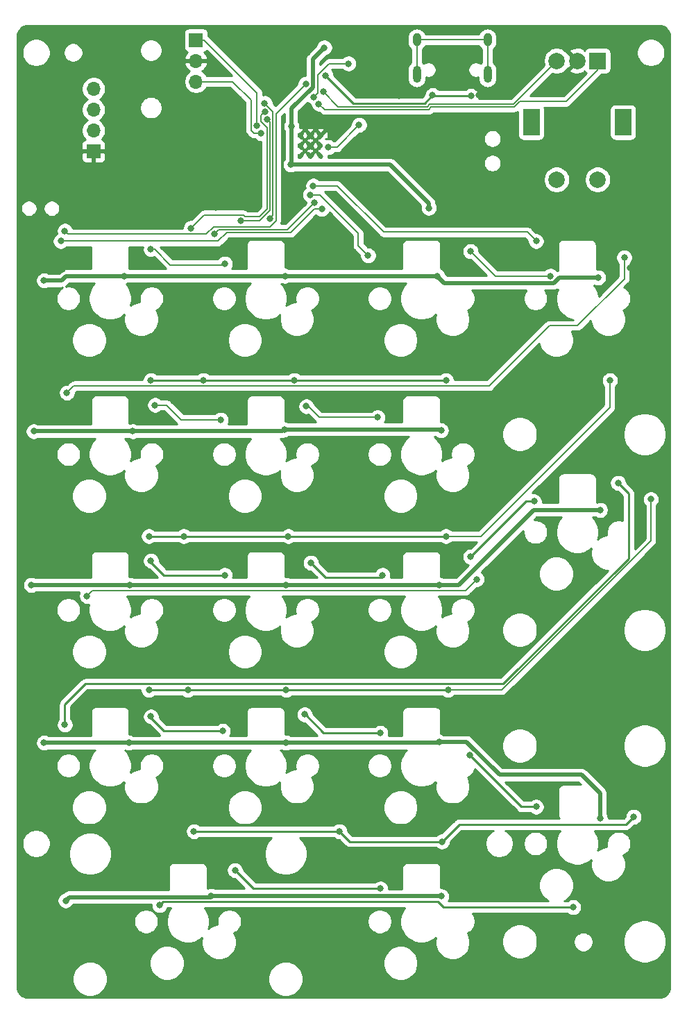
<source format=gbr>
%TF.GenerationSoftware,KiCad,Pcbnew,(5.1.10)-1*%
%TF.CreationDate,2021-11-23T17:36:00-06:00*%
%TF.ProjectId,PyKey18,50794b65-7931-4382-9e6b-696361645f70,1.0*%
%TF.SameCoordinates,Original*%
%TF.FileFunction,Copper,L1,Top*%
%TF.FilePolarity,Positive*%
%FSLAX46Y46*%
G04 Gerber Fmt 4.6, Leading zero omitted, Abs format (unit mm)*
G04 Created by KiCad (PCBNEW (5.1.10)-1) date 2021-11-23 17:36:00*
%MOMM*%
%LPD*%
G01*
G04 APERTURE LIST*
%TA.AperFunction,ComponentPad*%
%ADD10C,0.600000*%
%TD*%
%TA.AperFunction,ComponentPad*%
%ADD11R,2.000000X2.000000*%
%TD*%
%TA.AperFunction,ComponentPad*%
%ADD12C,2.000000*%
%TD*%
%TA.AperFunction,ComponentPad*%
%ADD13R,2.000000X3.200000*%
%TD*%
%TA.AperFunction,ComponentPad*%
%ADD14O,1.700000X1.700000*%
%TD*%
%TA.AperFunction,ComponentPad*%
%ADD15R,1.700000X1.700000*%
%TD*%
%TA.AperFunction,ComponentPad*%
%ADD16O,1.000000X2.100000*%
%TD*%
%TA.AperFunction,ComponentPad*%
%ADD17O,1.000000X1.600000*%
%TD*%
%TA.AperFunction,ViaPad*%
%ADD18C,0.800000*%
%TD*%
%TA.AperFunction,Conductor*%
%ADD19C,0.200000*%
%TD*%
%TA.AperFunction,Conductor*%
%ADD20C,0.500000*%
%TD*%
%TA.AperFunction,Conductor*%
%ADD21C,0.250000*%
%TD*%
%TA.AperFunction,Conductor*%
%ADD22C,0.152400*%
%TD*%
%TA.AperFunction,Conductor*%
%ADD23C,0.254000*%
%TD*%
%TA.AperFunction,Conductor*%
%ADD24C,0.100000*%
%TD*%
G04 APERTURE END LIST*
D10*
%TO.P,U101,57*%
%TO.N,GND*%
X87695001Y-66624997D03*
X87695001Y-65349997D03*
X87695001Y-64074997D03*
X86420001Y-66624997D03*
X86420001Y-65349997D03*
X86420001Y-64074997D03*
X85145001Y-66624997D03*
X85145001Y-65349997D03*
X85145001Y-64074997D03*
%TD*%
D11*
%TO.P,SW4,A*%
%TO.N,ENC_A*%
X121500000Y-55000000D03*
D12*
%TO.P,SW4,C*%
%TO.N,GND*%
X119000000Y-55000000D03*
%TO.P,SW4,B*%
%TO.N,ENC_B*%
X116500000Y-55000000D03*
D13*
%TO.P,SW4,MP*%
%TO.N,N/C*%
X124600000Y-62500000D03*
X113400000Y-62500000D03*
D12*
%TO.P,SW4,S2*%
%TO.N,COL4*%
X121500000Y-69500000D03*
%TO.P,SW4,S1*%
%TO.N,Net-(D4-Pad2)*%
X116500000Y-69500000D03*
%TD*%
D14*
%TO.P,J5,4*%
%TO.N,I2C1_SDA*%
X60000000Y-58420000D03*
%TO.P,J5,3*%
%TO.N,I2C1_SCL*%
X60000000Y-60960000D03*
%TO.P,J5,2*%
%TO.N,+3V3*%
X60000000Y-63500000D03*
D15*
%TO.P,J5,1*%
%TO.N,GND*%
X60000000Y-66040000D03*
%TD*%
D14*
%TO.P,J2,3*%
%TO.N,/Sheet61979EB5/SWCLK*%
X72500000Y-57539999D03*
%TO.P,J2,2*%
%TO.N,GND*%
X72500000Y-54999999D03*
D15*
%TO.P,J2,1*%
%TO.N,/Sheet61979EB5/SWD*%
X72500000Y-52459999D03*
%TD*%
D16*
%TO.P,J1,S1*%
%TO.N,Net-(J1-PadS1)*%
X108070000Y-56630000D03*
X99430000Y-56630000D03*
D17*
X99430000Y-52450000D03*
X108070000Y-52450000D03*
%TD*%
D18*
%TO.N,GND*%
X79920002Y-71849997D03*
X75782502Y-62212500D03*
X74943799Y-67826204D03*
X74943799Y-66326201D03*
X74943801Y-64826199D03*
X74943799Y-63326201D03*
X79919999Y-70349997D03*
X74943799Y-72873799D03*
X107030000Y-59170000D03*
X99800000Y-59100000D03*
X97260000Y-59240000D03*
X81900000Y-59200000D03*
X76950000Y-60050000D03*
X95550000Y-162100000D03*
X99300000Y-68900000D03*
X98450000Y-72050000D03*
X99250000Y-66200000D03*
X90400000Y-69050000D03*
X67700000Y-79750000D03*
X56200000Y-80450000D03*
X52950000Y-79950000D03*
X65650000Y-67500000D03*
X106900000Y-99800000D03*
X119700000Y-102750000D03*
X89600000Y-101500000D03*
X69050000Y-101600000D03*
X108000000Y-78550000D03*
X88950000Y-75350000D03*
X83700000Y-73850000D03*
X95850000Y-74900000D03*
X67000000Y-71750000D03*
X53250000Y-84650000D03*
X53650000Y-102450000D03*
X53700000Y-98050000D03*
X53650000Y-117400000D03*
X53700000Y-120600000D03*
X53750000Y-136250000D03*
X53800000Y-140050000D03*
X69850000Y-146800000D03*
X51900000Y-64900000D03*
X54610000Y-58420000D03*
X64500000Y-56850000D03*
X80850000Y-55900000D03*
X101400000Y-54500000D03*
X91000000Y-105700000D03*
X68250000Y-98650000D03*
X89000000Y-96200000D03*
X75850000Y-77950000D03*
X70150000Y-78100000D03*
X105750000Y-79850000D03*
X72500000Y-123250000D03*
X72500000Y-115500000D03*
X70250000Y-109000000D03*
X72500000Y-134250000D03*
X87000000Y-79750000D03*
X125500000Y-80250000D03*
X62640000Y-107080000D03*
X58620000Y-101840000D03*
X57360000Y-111010000D03*
X105050000Y-136960000D03*
X124040000Y-146600000D03*
%TO.N,+1V1*%
X92398151Y-62828155D03*
X88650000Y-65550000D03*
%TO.N,+3V3*%
X84150001Y-62999999D03*
X84075000Y-67674934D03*
X53950000Y-138200000D03*
X52400000Y-118950000D03*
X56600000Y-157450000D03*
X74350000Y-156875000D03*
X121800000Y-147425000D03*
X52700000Y-100200000D03*
X121800000Y-109800000D03*
X53950000Y-81800000D03*
X101950000Y-81250000D03*
X83350000Y-81250000D03*
X63700000Y-81250000D03*
X88150000Y-53400000D03*
X100900000Y-72950000D03*
X121550000Y-81450000D03*
X64799994Y-100200000D03*
X83258003Y-99991999D03*
X102400002Y-100100000D03*
X64450000Y-118950000D03*
X83450000Y-118950000D03*
X102200000Y-118950000D03*
X64299998Y-138200000D03*
X83450000Y-138200000D03*
X102150006Y-138100000D03*
X102425010Y-156925010D03*
%TO.N,VBUS*%
X106037070Y-59288719D03*
X101370000Y-59200000D03*
X88300000Y-56800000D03*
%TO.N,ROW1*%
X67000000Y-93973790D03*
X84500000Y-93973790D03*
X103000000Y-93973790D03*
X73381032Y-93973790D03*
%TO.N,ROW2*%
X66750000Y-113000000D03*
X103000000Y-113000000D03*
X83750000Y-113000000D03*
X71000000Y-113000000D03*
X123000000Y-94000000D03*
%TO.N,ROW3*%
X66750000Y-131750000D03*
X103250000Y-131750000D03*
X83500000Y-131750000D03*
X128000000Y-108500000D03*
X71500000Y-131750000D03*
X77999998Y-74500000D03*
X81158956Y-62151611D03*
%TO.N,ROW4*%
X102500000Y-150250000D03*
X80924159Y-61179554D03*
X71892858Y-75410948D03*
X90000000Y-149000010D03*
X72250000Y-149000000D03*
X125895010Y-147234640D03*
%TO.N,ROW5*%
X81500000Y-74250000D03*
X80881559Y-60180450D03*
%TO.N,/Sheet61979EB5/SWCLK*%
X80443551Y-63833423D03*
%TO.N,/Sheet61979EB5/SWD*%
X79953938Y-62897632D03*
%TO.N,LED*%
X91100000Y-55350000D03*
X86896201Y-59412485D03*
%TO.N,ENC_A*%
X87476927Y-60249792D03*
%TO.N,ENC_B*%
X88030644Y-58774338D03*
%TO.N,COL4*%
X86813409Y-70249505D03*
X114000000Y-77000000D03*
%TO.N,RGBData1*%
X56500006Y-75750000D03*
X85882916Y-57817084D03*
%TO.N,Net-(U1-Pad5)*%
X67000000Y-78000000D03*
X76000000Y-79750000D03*
%TO.N,COL1*%
X87838274Y-73093930D03*
X55999995Y-77000011D03*
%TO.N,COL2*%
X86919997Y-72349997D03*
X74750000Y-76131032D03*
%TO.N,RGBData2*%
X124750000Y-79000000D03*
X56750000Y-95500000D03*
%TO.N,COL3*%
X86420000Y-71350000D03*
X93500000Y-78750000D03*
%TO.N,Net-(U5-Pad5)*%
X75500000Y-98800000D03*
X67500000Y-97000000D03*
%TO.N,Net-(U6-Pad5)*%
X94650000Y-98500000D03*
X85950000Y-97150000D03*
%TO.N,RGBData3*%
X59200000Y-120300002D03*
X106750018Y-118250000D03*
%TO.N,Net-(U10-Pad4)*%
X67000000Y-116000000D03*
X76000000Y-117750000D03*
%TO.N,Net-(U10-Pad5)*%
X86500000Y-116250000D03*
X95250000Y-117750000D03*
%TO.N,Net-(U11-Pad5)*%
X106000000Y-115500000D03*
X113750000Y-108750000D03*
%TO.N,RGBData4*%
X56500000Y-136000000D03*
X124000000Y-106500000D03*
%TO.N,Net-(U13-Pad5)*%
X75750000Y-136750000D03*
X67000000Y-135000000D03*
%TO.N,Net-(U14-Pad5)*%
X95000000Y-137000000D03*
X85750000Y-134750000D03*
%TO.N,Net-(U15-Pad5)*%
X114000000Y-146000000D03*
X105946349Y-139740443D03*
%TO.N,Net-(U17-Pad5)*%
X77250000Y-153750000D03*
X95000000Y-156000000D03*
%TO.N,RGBData5*%
X118500000Y-158250000D03*
X68050000Y-158000000D03*
%TO.N,Net-(U3-Pad5)*%
X106000000Y-78250000D03*
X115750000Y-81250000D03*
%TD*%
D19*
%TO.N,+1V1*%
X88950000Y-65500000D02*
X88900000Y-65550000D01*
X89726306Y-65500000D02*
X88950000Y-65500000D01*
X92398151Y-62828155D02*
X89726306Y-65500000D01*
D20*
%TO.N,+3V3*%
X74200010Y-157024990D02*
X74350000Y-156875000D01*
X57025010Y-157024990D02*
X74200010Y-157024990D01*
X56600000Y-157450000D02*
X57025010Y-157024990D01*
X56108002Y-81800000D02*
X56658002Y-81250000D01*
X53950000Y-81800000D02*
X56108002Y-81800000D01*
X83350000Y-81250000D02*
X101950000Y-81250000D01*
X63700000Y-81250000D02*
X83350000Y-81250000D01*
X56658002Y-81250000D02*
X63700000Y-81250000D01*
X86732917Y-54817083D02*
X88150000Y-53400000D01*
X86732917Y-58225085D02*
X86732917Y-54817083D01*
X84150001Y-60808001D02*
X86732917Y-58225085D01*
X84150001Y-62999999D02*
X84150001Y-60808001D01*
X84150001Y-67599933D02*
X84075000Y-67674934D01*
X84150001Y-62999999D02*
X84150001Y-67599933D01*
X96190619Y-67674934D02*
X84075000Y-67674934D01*
X100900000Y-72384315D02*
X96190619Y-67674934D01*
X100900000Y-72950000D02*
X100900000Y-72384315D01*
X102800001Y-82100001D02*
X116158001Y-82100001D01*
X101950000Y-81250000D02*
X102800001Y-82100001D01*
X116158001Y-82100001D02*
X116808002Y-81450000D01*
X116808002Y-81450000D02*
X121550000Y-81450000D01*
X52700000Y-100200000D02*
X64799994Y-100200000D01*
X83050002Y-100200000D02*
X83258003Y-99991999D01*
X64799994Y-100200000D02*
X83050002Y-100200000D01*
X83258003Y-99991999D02*
X102292001Y-99991999D01*
X102292001Y-99991999D02*
X102400002Y-100100000D01*
X113691998Y-109800000D02*
X104541998Y-118950000D01*
X104541998Y-118950000D02*
X102200000Y-118950000D01*
X52400000Y-118950000D02*
X102200000Y-118950000D01*
X121800000Y-109800000D02*
X113691998Y-109800000D01*
X53950000Y-138200000D02*
X64299998Y-138200000D01*
X64299998Y-138200000D02*
X83450000Y-138200000D01*
X109508002Y-142100000D02*
X105508002Y-138100000D01*
X121800000Y-144378235D02*
X119521765Y-142100000D01*
X121800000Y-147425000D02*
X121800000Y-144378235D01*
X83450000Y-138200000D02*
X102050006Y-138200000D01*
X119521765Y-142100000D02*
X109508002Y-142100000D01*
X102050006Y-138200000D02*
X102150006Y-138100000D01*
X105508002Y-138100000D02*
X102150006Y-138100000D01*
X93175010Y-156925010D02*
X102425010Y-156925010D01*
X74350000Y-156875000D02*
X93125000Y-156875000D01*
X93125000Y-156875000D02*
X93175010Y-156925010D01*
D21*
%TO.N,VBUS*%
X101458719Y-59288719D02*
X101370000Y-59200000D01*
X106037070Y-59288719D02*
X101458719Y-59288719D01*
X100370000Y-60200000D02*
X91700000Y-60200000D01*
X101370000Y-59200000D02*
X100370000Y-60200000D01*
X91700000Y-60200000D02*
X88300000Y-56800000D01*
%TO.N,ROW1*%
X102434315Y-93973790D02*
X84500000Y-93973790D01*
X103000000Y-93973790D02*
X102434315Y-93973790D01*
X84500000Y-93973790D02*
X83934315Y-93973790D01*
X67000000Y-93973790D02*
X73381032Y-93973790D01*
X83934315Y-93973790D02*
X73381032Y-93973790D01*
%TO.N,ROW2*%
X83750000Y-113000000D02*
X103000000Y-113000000D01*
X71000000Y-113000000D02*
X83750000Y-113000000D01*
X66750000Y-113000000D02*
X71000000Y-113000000D01*
D22*
X103000000Y-113000000D02*
X107250000Y-113000000D01*
X123000000Y-97250000D02*
X123000000Y-94000000D01*
X107250000Y-113000000D02*
X123000000Y-97250000D01*
%TO.N,ROW3*%
X109817396Y-131750000D02*
X102750000Y-131750000D01*
X128000000Y-113567396D02*
X109817396Y-131750000D01*
X128000000Y-108500000D02*
X128000000Y-113567396D01*
D21*
X102750000Y-131750000D02*
X103250000Y-131750000D01*
X83500000Y-131750000D02*
X102750000Y-131750000D01*
X71500000Y-131750000D02*
X83500000Y-131750000D01*
X66750000Y-131750000D02*
X71500000Y-131750000D01*
D22*
X77999998Y-74500000D02*
X80250000Y-74500000D01*
X81539371Y-62532026D02*
X81158956Y-62151611D01*
X81539371Y-73210629D02*
X81539371Y-62532026D01*
X80250000Y-74500000D02*
X81539371Y-73210629D01*
%TO.N,ROW4*%
X78324575Y-73823799D02*
X73480007Y-73823799D01*
X78500776Y-74000000D02*
X78324575Y-73823799D01*
X81165584Y-63149746D02*
X81165584Y-73084416D01*
X81165584Y-73084416D02*
X80250000Y-74000000D01*
X80250000Y-74000000D02*
X78500776Y-74000000D01*
X80441794Y-62425956D02*
X81165584Y-63149746D01*
X80441794Y-61661919D02*
X80441794Y-62425956D01*
X80924159Y-61179554D02*
X80441794Y-61661919D01*
X73480007Y-73823799D02*
X71892858Y-75410948D01*
D21*
X102500000Y-150250000D02*
X91249990Y-150250000D01*
X91249990Y-150250000D02*
X90000000Y-149000010D01*
X72250010Y-149000010D02*
X72250000Y-149000000D01*
X90000000Y-149000010D02*
X72250010Y-149000010D01*
X124979650Y-148150000D02*
X125895010Y-147234640D01*
X102500000Y-150250000D02*
X104600000Y-148150000D01*
X104600000Y-148150000D02*
X124979650Y-148150000D01*
D22*
%TO.N,ROW5*%
X81897589Y-61196480D02*
X80881559Y-60180450D01*
X81500000Y-74250000D02*
X81897589Y-73852411D01*
X81897589Y-73852411D02*
X81897589Y-61196480D01*
D19*
%TO.N,Net-(J1-PadS1)*%
X108070000Y-56630000D02*
X108070000Y-52450000D01*
X108070000Y-52450000D02*
X99430000Y-52450000D01*
X99430000Y-52450000D02*
X99430000Y-56630000D01*
D22*
%TO.N,/Sheet61979EB5/SWCLK*%
X79533423Y-63833423D02*
X80443551Y-63833423D01*
X79200000Y-63500000D02*
X79533423Y-63833423D01*
X79200000Y-59800000D02*
X79200000Y-63500000D01*
X76939999Y-57539999D02*
X79200000Y-59800000D01*
X72500000Y-57539999D02*
X76939999Y-57539999D01*
%TO.N,/Sheet61979EB5/SWD*%
X73502400Y-52459999D02*
X79953938Y-58911537D01*
X79953938Y-58911537D02*
X79953938Y-62897632D01*
X72500000Y-52459999D02*
X73502400Y-52459999D01*
%TO.N,LED*%
X87354443Y-58954243D02*
X86896201Y-59412485D01*
X87354443Y-56744779D02*
X87354443Y-58954243D01*
X88749222Y-55350000D02*
X87354443Y-56744779D01*
X91100000Y-55350000D02*
X88749222Y-55350000D01*
%TO.N,ENC_A*%
X101183371Y-60642411D02*
X100872161Y-60953621D01*
X111355974Y-60642410D02*
X101183371Y-60642411D01*
X100872161Y-60953621D02*
X88180756Y-60953621D01*
X112017542Y-59980842D02*
X111355974Y-60642410D01*
X88180756Y-60953621D02*
X87476927Y-60249792D01*
X117671558Y-59980842D02*
X112017542Y-59980842D01*
X121500000Y-55000000D02*
X121500000Y-56152400D01*
X121500000Y-56152400D02*
X117671558Y-59980842D01*
%TO.N,ENC_B*%
X111210000Y-60290000D02*
X101037398Y-60290000D01*
X89857517Y-60601211D02*
X88030644Y-58774338D01*
X101037398Y-60290000D02*
X100726187Y-60601211D01*
X116500000Y-55000000D02*
X111210000Y-60290000D01*
X100726187Y-60601211D02*
X89857517Y-60601211D01*
%TO.N,COL4*%
X112900000Y-75900000D02*
X114000000Y-77000000D01*
X95400000Y-75900000D02*
X112900000Y-75900000D01*
X89749505Y-70249505D02*
X95400000Y-75900000D01*
X86813409Y-70249505D02*
X89749505Y-70249505D01*
%TO.N,RGBData1*%
X56500006Y-75750000D02*
X56900005Y-76149999D01*
X74635074Y-75245180D02*
X81505598Y-75245180D01*
X82250000Y-74500778D02*
X82250000Y-61450000D01*
X73730255Y-76149999D02*
X74635074Y-75245180D01*
X82250000Y-61450000D02*
X85882916Y-57817084D01*
X56900005Y-76149999D02*
X73730255Y-76149999D01*
X81505598Y-75245180D02*
X82250000Y-74500778D01*
%TO.N,Net-(U1-Pad5)*%
X75850000Y-79900000D02*
X76000000Y-79750000D01*
X69350000Y-79900000D02*
X75850000Y-79900000D01*
X67450000Y-78000000D02*
X69350000Y-79900000D01*
X67000000Y-78000000D02*
X67450000Y-78000000D01*
%TO.N,COL1*%
X75199989Y-77000011D02*
X55999995Y-77000011D01*
X76250000Y-75950000D02*
X75199989Y-77000011D01*
X87838274Y-73093930D02*
X86906070Y-73093930D01*
X86906070Y-73093930D02*
X84050000Y-75950000D01*
X84050000Y-75950000D02*
X76250000Y-75950000D01*
%TO.N,COL2*%
X83672405Y-75597589D02*
X75283443Y-75597589D01*
X86919997Y-72349997D02*
X83672405Y-75597589D01*
X75283443Y-75597589D02*
X74750000Y-76131032D01*
%TO.N,RGBData2*%
X108261222Y-94650000D02*
X57600000Y-94650000D01*
X119064979Y-87303799D02*
X115607423Y-87303799D01*
X57600000Y-94650000D02*
X56750000Y-95500000D01*
X124750000Y-79000000D02*
X124750000Y-81618778D01*
X124750000Y-81618778D02*
X119064979Y-87303799D01*
X115607423Y-87303799D02*
X108261222Y-94650000D01*
%TO.N,COL3*%
X92296380Y-77546380D02*
X93500000Y-78750000D01*
X92296380Y-76046380D02*
X92296380Y-77546380D01*
X87600002Y-71350002D02*
X92296380Y-76046380D01*
X86420000Y-71350000D02*
X87600002Y-71350002D01*
D19*
%TO.N,Net-(U5-Pad5)*%
X68900000Y-97000000D02*
X67500000Y-97000000D01*
X70700000Y-98800000D02*
X68900000Y-97000000D01*
X75500000Y-98800000D02*
X70700000Y-98800000D01*
%TO.N,Net-(U6-Pad5)*%
X86200000Y-97150000D02*
X85950000Y-97150000D01*
X87550000Y-98500000D02*
X86200000Y-97150000D01*
X94650000Y-98500000D02*
X87550000Y-98500000D01*
D22*
%TO.N,RGBData3*%
X105373814Y-119626204D02*
X106750018Y-118250000D01*
X59873798Y-119626204D02*
X105373814Y-119626204D01*
X59200000Y-120300002D02*
X59873798Y-119626204D01*
D21*
%TO.N,Net-(U10-Pad4)*%
X68600000Y-117750000D02*
X76000000Y-117750000D01*
X67000000Y-116150000D02*
X68600000Y-117750000D01*
X67000000Y-116000000D02*
X67000000Y-116150000D01*
%TO.N,Net-(U10-Pad5)*%
X94950000Y-118050000D02*
X95250000Y-117750000D01*
X88300000Y-118050000D02*
X94950000Y-118050000D01*
X86500000Y-116250000D02*
X88300000Y-118050000D01*
%TO.N,Net-(U11-Pad5)*%
X112750000Y-108750000D02*
X113750000Y-108750000D01*
X106000000Y-115500000D02*
X112750000Y-108750000D01*
%TO.N,RGBData4*%
X56500000Y-136000000D02*
X56500000Y-133500000D01*
X58975001Y-131024999D02*
X109975001Y-131024999D01*
X56500000Y-133500000D02*
X58975001Y-131024999D01*
X125280001Y-107780001D02*
X124000000Y-106500000D01*
X125280001Y-115719999D02*
X125280001Y-107780001D01*
X109975001Y-131024999D02*
X125280001Y-115719999D01*
%TO.N,Net-(U13-Pad5)*%
X67000000Y-135150000D02*
X67000000Y-135000000D01*
X68600000Y-136750000D02*
X67000000Y-135150000D01*
X75750000Y-136750000D02*
X68600000Y-136750000D01*
%TO.N,Net-(U14-Pad5)*%
X85800000Y-134750000D02*
X85750000Y-134750000D01*
X88050000Y-137000000D02*
X85800000Y-134750000D01*
X95000000Y-137000000D02*
X88050000Y-137000000D01*
%TO.N,Net-(U15-Pad5)*%
X112205906Y-146000000D02*
X105946349Y-139740443D01*
X114000000Y-146000000D02*
X112205906Y-146000000D01*
%TO.N,Net-(U17-Pad5)*%
X79500000Y-156000000D02*
X95000000Y-156000000D01*
X77250000Y-153750000D02*
X79500000Y-156000000D01*
%TO.N,RGBData5*%
X68449999Y-157600001D02*
X68050000Y-158000000D01*
X118500000Y-158250000D02*
X102676998Y-158250000D01*
X102676998Y-158250000D02*
X102026999Y-157600001D01*
X102026999Y-157600001D02*
X68449999Y-157600001D01*
D22*
%TO.N,Net-(U3-Pad5)*%
X109000000Y-81250000D02*
X115750000Y-81250000D01*
X106000000Y-78250000D02*
X109000000Y-81250000D01*
%TD*%
D23*
%TO.N,GND*%
X77871209Y-59476997D02*
X78488800Y-60094588D01*
X78488801Y-63465064D01*
X78485360Y-63500000D01*
X78488801Y-63534936D01*
X78499092Y-63639420D01*
X78510596Y-63677344D01*
X78539759Y-63773481D01*
X78588349Y-63864386D01*
X78605799Y-63897033D01*
X78694674Y-64005327D01*
X78721810Y-64027597D01*
X79005825Y-64311613D01*
X79028096Y-64338750D01*
X79136390Y-64427625D01*
X79259942Y-64493665D01*
X79394003Y-64534332D01*
X79498487Y-64544623D01*
X79498496Y-64544623D01*
X79533422Y-64548063D01*
X79568348Y-64544623D01*
X79691040Y-64544623D01*
X79783777Y-64637360D01*
X79953295Y-64750628D01*
X80141653Y-64828649D01*
X80293004Y-64858754D01*
X80293004Y-65349997D01*
X80292998Y-72297392D01*
X79301591Y-73288800D01*
X78793747Y-73288800D01*
X78721608Y-73229597D01*
X78598056Y-73163557D01*
X78463995Y-73122890D01*
X78359511Y-73112599D01*
X78359501Y-73112599D01*
X78324575Y-73109159D01*
X78289649Y-73112599D01*
X74862204Y-73112599D01*
X74546998Y-72797394D01*
X74546999Y-62849997D01*
X74547003Y-59476996D01*
X77871209Y-59476997D01*
%TA.AperFunction,Conductor*%
D24*
G36*
X77871209Y-59476997D02*
G01*
X78488800Y-60094588D01*
X78488801Y-63465064D01*
X78485360Y-63500000D01*
X78488801Y-63534936D01*
X78499092Y-63639420D01*
X78510596Y-63677344D01*
X78539759Y-63773481D01*
X78588349Y-63864386D01*
X78605799Y-63897033D01*
X78694674Y-64005327D01*
X78721810Y-64027597D01*
X79005825Y-64311613D01*
X79028096Y-64338750D01*
X79136390Y-64427625D01*
X79259942Y-64493665D01*
X79394003Y-64534332D01*
X79498487Y-64544623D01*
X79498496Y-64544623D01*
X79533422Y-64548063D01*
X79568348Y-64544623D01*
X79691040Y-64544623D01*
X79783777Y-64637360D01*
X79953295Y-64750628D01*
X80141653Y-64828649D01*
X80293004Y-64858754D01*
X80293004Y-65349997D01*
X80292998Y-72297392D01*
X79301591Y-73288800D01*
X78793747Y-73288800D01*
X78721608Y-73229597D01*
X78598056Y-73163557D01*
X78463995Y-73122890D01*
X78359511Y-73112599D01*
X78359501Y-73112599D01*
X78324575Y-73109159D01*
X78289649Y-73112599D01*
X74862204Y-73112599D01*
X74546998Y-72797394D01*
X74546999Y-62849997D01*
X74547003Y-59476996D01*
X77871209Y-59476997D01*
G37*
%TD.AperFunction*%
%TD*%
D23*
%TO.N,GND*%
X129249899Y-50737907D02*
X129490285Y-50810484D01*
X129711991Y-50928368D01*
X129906577Y-51087068D01*
X130066635Y-51280545D01*
X130186064Y-51501424D01*
X130260317Y-51741297D01*
X130290001Y-52023726D01*
X130290000Y-167965279D01*
X130262093Y-168249899D01*
X130189517Y-168490282D01*
X130071633Y-168711989D01*
X129912929Y-168906580D01*
X129719455Y-169066635D01*
X129498576Y-169186064D01*
X129258701Y-169260317D01*
X128976291Y-169290000D01*
X52034721Y-169290000D01*
X51750101Y-169262093D01*
X51509718Y-169189517D01*
X51288011Y-169071633D01*
X51093420Y-168912929D01*
X50933365Y-168719455D01*
X50813936Y-168498576D01*
X50739683Y-168258701D01*
X50710000Y-167976291D01*
X50710000Y-166787259D01*
X57402000Y-166787259D01*
X57402000Y-167212741D01*
X57485008Y-167630049D01*
X57647833Y-168023144D01*
X57884219Y-168376920D01*
X58185080Y-168677781D01*
X58538856Y-168914167D01*
X58931951Y-169076992D01*
X59349259Y-169160000D01*
X59774741Y-169160000D01*
X60192049Y-169076992D01*
X60585144Y-168914167D01*
X60938920Y-168677781D01*
X61239781Y-168376920D01*
X61476167Y-168023144D01*
X61638992Y-167630049D01*
X61722000Y-167212741D01*
X61722000Y-166787259D01*
X61638992Y-166369951D01*
X61476167Y-165976856D01*
X61239781Y-165623080D01*
X60938920Y-165322219D01*
X60585144Y-165085833D01*
X60192049Y-164923008D01*
X59924159Y-164869721D01*
X66825000Y-164869721D01*
X66825000Y-165290279D01*
X66907047Y-165702756D01*
X67067988Y-166091302D01*
X67301637Y-166440983D01*
X67599017Y-166738363D01*
X67948698Y-166972012D01*
X68337244Y-167132953D01*
X68749721Y-167215000D01*
X69170279Y-167215000D01*
X69582756Y-167132953D01*
X69971302Y-166972012D01*
X70247804Y-166787259D01*
X81278000Y-166787259D01*
X81278000Y-167212741D01*
X81361008Y-167630049D01*
X81523833Y-168023144D01*
X81760219Y-168376920D01*
X82061080Y-168677781D01*
X82414856Y-168914167D01*
X82807951Y-169076992D01*
X83225259Y-169160000D01*
X83650741Y-169160000D01*
X84068049Y-169076992D01*
X84461144Y-168914167D01*
X84814920Y-168677781D01*
X85115781Y-168376920D01*
X85352167Y-168023144D01*
X85514992Y-167630049D01*
X85598000Y-167212741D01*
X85598000Y-166787259D01*
X85514992Y-166369951D01*
X85352167Y-165976856D01*
X85115781Y-165623080D01*
X84814920Y-165322219D01*
X84461144Y-165085833D01*
X84068049Y-164923008D01*
X83800159Y-164869721D01*
X95325000Y-164869721D01*
X95325000Y-165290279D01*
X95407047Y-165702756D01*
X95567988Y-166091302D01*
X95801637Y-166440983D01*
X96099017Y-166738363D01*
X96448698Y-166972012D01*
X96837244Y-167132953D01*
X97249721Y-167215000D01*
X97670279Y-167215000D01*
X98082756Y-167132953D01*
X98471302Y-166972012D01*
X98820983Y-166738363D01*
X99118363Y-166440983D01*
X99352012Y-166091302D01*
X99512953Y-165702756D01*
X99595000Y-165290279D01*
X99595000Y-164869721D01*
X99512953Y-164457244D01*
X99352012Y-164068698D01*
X99118363Y-163719017D01*
X98820983Y-163421637D01*
X98471302Y-163187988D01*
X98082756Y-163027047D01*
X97670279Y-162945000D01*
X97249721Y-162945000D01*
X96837244Y-163027047D01*
X96448698Y-163187988D01*
X96099017Y-163421637D01*
X95801637Y-163719017D01*
X95567988Y-164068698D01*
X95407047Y-164457244D01*
X95325000Y-164869721D01*
X83800159Y-164869721D01*
X83650741Y-164840000D01*
X83225259Y-164840000D01*
X82807951Y-164923008D01*
X82414856Y-165085833D01*
X82061080Y-165322219D01*
X81760219Y-165623080D01*
X81523833Y-165976856D01*
X81361008Y-166369951D01*
X81278000Y-166787259D01*
X70247804Y-166787259D01*
X70320983Y-166738363D01*
X70618363Y-166440983D01*
X70852012Y-166091302D01*
X71012953Y-165702756D01*
X71095000Y-165290279D01*
X71095000Y-164869721D01*
X71012953Y-164457244D01*
X70852012Y-164068698D01*
X70618363Y-163719017D01*
X70320983Y-163421637D01*
X69971302Y-163187988D01*
X69582756Y-163027047D01*
X69170279Y-162945000D01*
X68749721Y-162945000D01*
X68337244Y-163027047D01*
X67948698Y-163187988D01*
X67599017Y-163421637D01*
X67301637Y-163719017D01*
X67067988Y-164068698D01*
X66907047Y-164457244D01*
X66825000Y-164869721D01*
X59924159Y-164869721D01*
X59774741Y-164840000D01*
X59349259Y-164840000D01*
X58931951Y-164923008D01*
X58538856Y-165085833D01*
X58185080Y-165322219D01*
X57884219Y-165623080D01*
X57647833Y-165976856D01*
X57485008Y-166369951D01*
X57402000Y-166787259D01*
X50710000Y-166787259D01*
X50710000Y-159851278D01*
X64910000Y-159851278D01*
X64910000Y-160148722D01*
X64968029Y-160440451D01*
X65081856Y-160715253D01*
X65247107Y-160962569D01*
X65457431Y-161172893D01*
X65704747Y-161338144D01*
X65979549Y-161451971D01*
X66271278Y-161510000D01*
X66568722Y-161510000D01*
X66860451Y-161451971D01*
X67135253Y-161338144D01*
X67382569Y-161172893D01*
X67592893Y-160962569D01*
X67758144Y-160715253D01*
X67871971Y-160440451D01*
X67930000Y-160148722D01*
X67930000Y-159851278D01*
X67871971Y-159559549D01*
X67758144Y-159284747D01*
X67592893Y-159037431D01*
X67382569Y-158827107D01*
X67135253Y-158661856D01*
X66860451Y-158548029D01*
X66568722Y-158490000D01*
X66271278Y-158490000D01*
X65979549Y-158548029D01*
X65704747Y-158661856D01*
X65457431Y-158827107D01*
X65247107Y-159037431D01*
X65081856Y-159284747D01*
X64968029Y-159559549D01*
X64910000Y-159851278D01*
X50710000Y-159851278D01*
X50710000Y-157348061D01*
X55565000Y-157348061D01*
X55565000Y-157551939D01*
X55604774Y-157751898D01*
X55682795Y-157940256D01*
X55796063Y-158109774D01*
X55940226Y-158253937D01*
X56109744Y-158367205D01*
X56298102Y-158445226D01*
X56498061Y-158485000D01*
X56701939Y-158485000D01*
X56901898Y-158445226D01*
X57090256Y-158367205D01*
X57259774Y-158253937D01*
X57403937Y-158109774D01*
X57517205Y-157940256D01*
X57529742Y-157909990D01*
X67015000Y-157909990D01*
X67015000Y-158101939D01*
X67054774Y-158301898D01*
X67132795Y-158490256D01*
X67246063Y-158659774D01*
X67390226Y-158803937D01*
X67559744Y-158917205D01*
X67748102Y-158995226D01*
X67948061Y-159035000D01*
X68151939Y-159035000D01*
X68351898Y-158995226D01*
X68540256Y-158917205D01*
X68709774Y-158803937D01*
X68853937Y-158659774D01*
X68967205Y-158490256D01*
X69021159Y-158360001D01*
X69426725Y-158360001D01*
X69164893Y-158751859D01*
X68966261Y-159231399D01*
X68865000Y-159740475D01*
X68865000Y-160259525D01*
X68966261Y-160768601D01*
X69164893Y-161248141D01*
X69453262Y-161679715D01*
X69820285Y-162046738D01*
X70251859Y-162335107D01*
X70731399Y-162533739D01*
X71240475Y-162635000D01*
X71759525Y-162635000D01*
X72268601Y-162533739D01*
X72748141Y-162335107D01*
X73179715Y-162046738D01*
X73244095Y-161982358D01*
X73175000Y-162329721D01*
X73175000Y-162750279D01*
X73257047Y-163162756D01*
X73417988Y-163551302D01*
X73651637Y-163900983D01*
X73949017Y-164198363D01*
X74298698Y-164432012D01*
X74687244Y-164592953D01*
X75099721Y-164675000D01*
X75520279Y-164675000D01*
X75932756Y-164592953D01*
X76321302Y-164432012D01*
X76670983Y-164198363D01*
X76968363Y-163900983D01*
X77202012Y-163551302D01*
X77362953Y-163162756D01*
X77445000Y-162750279D01*
X77445000Y-162329721D01*
X77362953Y-161917244D01*
X77202012Y-161528698D01*
X77122501Y-161409701D01*
X77295253Y-161338144D01*
X77542569Y-161172893D01*
X77752893Y-160962569D01*
X77918144Y-160715253D01*
X78031971Y-160440451D01*
X78090000Y-160148722D01*
X78090000Y-159851278D01*
X93410000Y-159851278D01*
X93410000Y-160148722D01*
X93468029Y-160440451D01*
X93581856Y-160715253D01*
X93747107Y-160962569D01*
X93957431Y-161172893D01*
X94204747Y-161338144D01*
X94479549Y-161451971D01*
X94771278Y-161510000D01*
X95068722Y-161510000D01*
X95360451Y-161451971D01*
X95635253Y-161338144D01*
X95882569Y-161172893D01*
X96092893Y-160962569D01*
X96258144Y-160715253D01*
X96371971Y-160440451D01*
X96430000Y-160148722D01*
X96430000Y-159851278D01*
X96371971Y-159559549D01*
X96258144Y-159284747D01*
X96092893Y-159037431D01*
X95882569Y-158827107D01*
X95635253Y-158661856D01*
X95360451Y-158548029D01*
X95068722Y-158490000D01*
X94771278Y-158490000D01*
X94479549Y-158548029D01*
X94204747Y-158661856D01*
X93957431Y-158827107D01*
X93747107Y-159037431D01*
X93581856Y-159284747D01*
X93468029Y-159559549D01*
X93410000Y-159851278D01*
X78090000Y-159851278D01*
X78031971Y-159559549D01*
X77918144Y-159284747D01*
X77752893Y-159037431D01*
X77542569Y-158827107D01*
X77295253Y-158661856D01*
X77020451Y-158548029D01*
X76728722Y-158490000D01*
X76431278Y-158490000D01*
X76139549Y-158548029D01*
X75864747Y-158661856D01*
X75617431Y-158827107D01*
X75407107Y-159037431D01*
X75241856Y-159284747D01*
X75128029Y-159559549D01*
X75070000Y-159851278D01*
X75070000Y-160148722D01*
X75120977Y-160405000D01*
X75099721Y-160405000D01*
X74687244Y-160487047D01*
X74298698Y-160647988D01*
X74001422Y-160846621D01*
X74033739Y-160768601D01*
X74135000Y-160259525D01*
X74135000Y-159740475D01*
X74033739Y-159231399D01*
X73835107Y-158751859D01*
X73573275Y-158360001D01*
X97926725Y-158360001D01*
X97664893Y-158751859D01*
X97466261Y-159231399D01*
X97365000Y-159740475D01*
X97365000Y-160259525D01*
X97466261Y-160768601D01*
X97664893Y-161248141D01*
X97953262Y-161679715D01*
X98320285Y-162046738D01*
X98751859Y-162335107D01*
X99231399Y-162533739D01*
X99740475Y-162635000D01*
X100259525Y-162635000D01*
X100768601Y-162533739D01*
X101248141Y-162335107D01*
X101679715Y-162046738D01*
X101744095Y-161982358D01*
X101675000Y-162329721D01*
X101675000Y-162750279D01*
X101757047Y-163162756D01*
X101917988Y-163551302D01*
X102151637Y-163900983D01*
X102449017Y-164198363D01*
X102798698Y-164432012D01*
X103187244Y-164592953D01*
X103599721Y-164675000D01*
X104020279Y-164675000D01*
X104432756Y-164592953D01*
X104821302Y-164432012D01*
X105170983Y-164198363D01*
X105468363Y-163900983D01*
X105702012Y-163551302D01*
X105862953Y-163162756D01*
X105945000Y-162750279D01*
X105945000Y-162329721D01*
X105924222Y-162225259D01*
X109840000Y-162225259D01*
X109840000Y-162650741D01*
X109923008Y-163068049D01*
X110085833Y-163461144D01*
X110322219Y-163814920D01*
X110623080Y-164115781D01*
X110976856Y-164352167D01*
X111369951Y-164514992D01*
X111787259Y-164598000D01*
X112212741Y-164598000D01*
X112630049Y-164514992D01*
X113023144Y-164352167D01*
X113376920Y-164115781D01*
X113677781Y-163814920D01*
X113914167Y-163461144D01*
X114076992Y-163068049D01*
X114160000Y-162650741D01*
X114160000Y-162380727D01*
X118539000Y-162380727D01*
X118539000Y-162619273D01*
X118585538Y-162853236D01*
X118676825Y-163073624D01*
X118809354Y-163271968D01*
X118978032Y-163440646D01*
X119176376Y-163573175D01*
X119396764Y-163664462D01*
X119630727Y-163711000D01*
X119869273Y-163711000D01*
X120103236Y-163664462D01*
X120323624Y-163573175D01*
X120521968Y-163440646D01*
X120690646Y-163271968D01*
X120823175Y-163073624D01*
X120914462Y-162853236D01*
X120961000Y-162619273D01*
X120961000Y-162380727D01*
X120920770Y-162178475D01*
X124605000Y-162178475D01*
X124605000Y-162697525D01*
X124706261Y-163206601D01*
X124904893Y-163686141D01*
X125193262Y-164117715D01*
X125560285Y-164484738D01*
X125991859Y-164773107D01*
X126471399Y-164971739D01*
X126980475Y-165073000D01*
X127499525Y-165073000D01*
X128008601Y-164971739D01*
X128488141Y-164773107D01*
X128919715Y-164484738D01*
X129286738Y-164117715D01*
X129575107Y-163686141D01*
X129773739Y-163206601D01*
X129875000Y-162697525D01*
X129875000Y-162178475D01*
X129773739Y-161669399D01*
X129575107Y-161189859D01*
X129286738Y-160758285D01*
X128919715Y-160391262D01*
X128488141Y-160102893D01*
X128008601Y-159904261D01*
X127499525Y-159803000D01*
X126980475Y-159803000D01*
X126471399Y-159904261D01*
X125991859Y-160102893D01*
X125560285Y-160391262D01*
X125193262Y-160758285D01*
X124904893Y-161189859D01*
X124706261Y-161669399D01*
X124605000Y-162178475D01*
X120920770Y-162178475D01*
X120914462Y-162146764D01*
X120823175Y-161926376D01*
X120690646Y-161728032D01*
X120521968Y-161559354D01*
X120323624Y-161426825D01*
X120103236Y-161335538D01*
X119869273Y-161289000D01*
X119630727Y-161289000D01*
X119396764Y-161335538D01*
X119176376Y-161426825D01*
X118978032Y-161559354D01*
X118809354Y-161728032D01*
X118676825Y-161926376D01*
X118585538Y-162146764D01*
X118539000Y-162380727D01*
X114160000Y-162380727D01*
X114160000Y-162225259D01*
X114076992Y-161807951D01*
X113914167Y-161414856D01*
X113677781Y-161061080D01*
X113376920Y-160760219D01*
X113023144Y-160523833D01*
X112630049Y-160361008D01*
X112212741Y-160278000D01*
X111787259Y-160278000D01*
X111369951Y-160361008D01*
X110976856Y-160523833D01*
X110623080Y-160760219D01*
X110322219Y-161061080D01*
X110085833Y-161414856D01*
X109923008Y-161807951D01*
X109840000Y-162225259D01*
X105924222Y-162225259D01*
X105862953Y-161917244D01*
X105702012Y-161528698D01*
X105622501Y-161409701D01*
X105795253Y-161338144D01*
X106042569Y-161172893D01*
X106252893Y-160962569D01*
X106418144Y-160715253D01*
X106531971Y-160440451D01*
X106590000Y-160148722D01*
X106590000Y-159851278D01*
X106531971Y-159559549D01*
X106418144Y-159284747D01*
X106252893Y-159037431D01*
X106225462Y-159010000D01*
X117796289Y-159010000D01*
X117840226Y-159053937D01*
X118009744Y-159167205D01*
X118198102Y-159245226D01*
X118398061Y-159285000D01*
X118601939Y-159285000D01*
X118801898Y-159245226D01*
X118990256Y-159167205D01*
X119159774Y-159053937D01*
X119303937Y-158909774D01*
X119417205Y-158740256D01*
X119495226Y-158551898D01*
X119535000Y-158351939D01*
X119535000Y-158148061D01*
X119495226Y-157948102D01*
X119417205Y-157759744D01*
X119303937Y-157590226D01*
X119159774Y-157446063D01*
X118990256Y-157332795D01*
X118801898Y-157254774D01*
X118601939Y-157215000D01*
X118398061Y-157215000D01*
X118198102Y-157254774D01*
X118009744Y-157332795D01*
X117840226Y-157446063D01*
X117796289Y-157490000D01*
X117427875Y-157490000D01*
X117471302Y-157472012D01*
X117820983Y-157238363D01*
X118118363Y-156940983D01*
X118352012Y-156591302D01*
X118512953Y-156202756D01*
X118595000Y-155790279D01*
X118595000Y-155369721D01*
X118512953Y-154957244D01*
X118352012Y-154568698D01*
X118118363Y-154219017D01*
X117820983Y-153921637D01*
X117471302Y-153687988D01*
X117082756Y-153527047D01*
X116670279Y-153445000D01*
X116249721Y-153445000D01*
X115837244Y-153527047D01*
X115448698Y-153687988D01*
X115099017Y-153921637D01*
X114801637Y-154219017D01*
X114567988Y-154568698D01*
X114407047Y-154957244D01*
X114325000Y-155369721D01*
X114325000Y-155790279D01*
X114407047Y-156202756D01*
X114567988Y-156591302D01*
X114801637Y-156940983D01*
X115099017Y-157238363D01*
X115448698Y-157472012D01*
X115492125Y-157490000D01*
X103292279Y-157490000D01*
X103342215Y-157415266D01*
X103420236Y-157226908D01*
X103460010Y-157026949D01*
X103460010Y-156823071D01*
X103420236Y-156623112D01*
X103342215Y-156434754D01*
X103228947Y-156265236D01*
X103084784Y-156121073D01*
X102915266Y-156007805D01*
X102726908Y-155929784D01*
X102526949Y-155890010D01*
X102360000Y-155890010D01*
X102360000Y-153482419D01*
X102363193Y-153450000D01*
X102350450Y-153320617D01*
X102312710Y-153196207D01*
X102251425Y-153081550D01*
X102168948Y-152981052D01*
X102068450Y-152898575D01*
X101953793Y-152837290D01*
X101829383Y-152799550D01*
X101732419Y-152790000D01*
X101700000Y-152786807D01*
X101667581Y-152790000D01*
X98332419Y-152790000D01*
X98300000Y-152786807D01*
X98267581Y-152790000D01*
X98170617Y-152799550D01*
X98046207Y-152837290D01*
X97931550Y-152898575D01*
X97831052Y-152981052D01*
X97748575Y-153081550D01*
X97687290Y-153196207D01*
X97649550Y-153320617D01*
X97636807Y-153450000D01*
X97640001Y-153482429D01*
X97640000Y-156040010D01*
X96035000Y-156040010D01*
X96035000Y-155898061D01*
X95995226Y-155698102D01*
X95917205Y-155509744D01*
X95803937Y-155340226D01*
X95659774Y-155196063D01*
X95490256Y-155082795D01*
X95301898Y-155004774D01*
X95101939Y-154965000D01*
X94898061Y-154965000D01*
X94698102Y-155004774D01*
X94509744Y-155082795D01*
X94340226Y-155196063D01*
X94296289Y-155240000D01*
X79814802Y-155240000D01*
X78285000Y-153710199D01*
X78285000Y-153648061D01*
X78245226Y-153448102D01*
X78167205Y-153259744D01*
X78053937Y-153090226D01*
X77909774Y-152946063D01*
X77740256Y-152832795D01*
X77551898Y-152754774D01*
X77351939Y-152715000D01*
X77148061Y-152715000D01*
X76948102Y-152754774D01*
X76759744Y-152832795D01*
X76590226Y-152946063D01*
X76446063Y-153090226D01*
X76332795Y-153259744D01*
X76254774Y-153448102D01*
X76215000Y-153648061D01*
X76215000Y-153851939D01*
X76254774Y-154051898D01*
X76332795Y-154240256D01*
X76446063Y-154409774D01*
X76590226Y-154553937D01*
X76759744Y-154667205D01*
X76948102Y-154745226D01*
X77148061Y-154785000D01*
X77210199Y-154785000D01*
X78415198Y-155990000D01*
X74888454Y-155990000D01*
X74840256Y-155957795D01*
X74651898Y-155879774D01*
X74451939Y-155840000D01*
X74248061Y-155840000D01*
X74048102Y-155879774D01*
X73860000Y-155957689D01*
X73860000Y-153482419D01*
X73863193Y-153450000D01*
X73850450Y-153320617D01*
X73812710Y-153196207D01*
X73751425Y-153081550D01*
X73668948Y-152981052D01*
X73568450Y-152898575D01*
X73453793Y-152837290D01*
X73329383Y-152799550D01*
X73232419Y-152790000D01*
X73200000Y-152786807D01*
X73167581Y-152790000D01*
X69832419Y-152790000D01*
X69800000Y-152786807D01*
X69767581Y-152790000D01*
X69670617Y-152799550D01*
X69546207Y-152837290D01*
X69431550Y-152898575D01*
X69331052Y-152981052D01*
X69248575Y-153081550D01*
X69187290Y-153196207D01*
X69149550Y-153320617D01*
X69136807Y-153450000D01*
X69140001Y-153482429D01*
X69140000Y-156139990D01*
X57068479Y-156139990D01*
X57025010Y-156135709D01*
X56981541Y-156139990D01*
X56981533Y-156139990D01*
X56851520Y-156152795D01*
X56684697Y-156203401D01*
X56530951Y-156285579D01*
X56396193Y-156396173D01*
X56368478Y-156429944D01*
X56354957Y-156443465D01*
X56298102Y-156454774D01*
X56109744Y-156532795D01*
X55940226Y-156646063D01*
X55796063Y-156790226D01*
X55682795Y-156959744D01*
X55604774Y-157148102D01*
X55565000Y-157348061D01*
X50710000Y-157348061D01*
X50710000Y-150329117D01*
X51265000Y-150329117D01*
X51265000Y-150670883D01*
X51331675Y-151006081D01*
X51462463Y-151321831D01*
X51652337Y-151605998D01*
X51894002Y-151847663D01*
X52178169Y-152037537D01*
X52493919Y-152168325D01*
X52829117Y-152235000D01*
X53170883Y-152235000D01*
X53506081Y-152168325D01*
X53821831Y-152037537D01*
X54105998Y-151847663D01*
X54347663Y-151605998D01*
X54418171Y-151500475D01*
X56927000Y-151500475D01*
X56927000Y-152019525D01*
X57028261Y-152528601D01*
X57226893Y-153008141D01*
X57515262Y-153439715D01*
X57882285Y-153806738D01*
X58313859Y-154095107D01*
X58793399Y-154293739D01*
X59302475Y-154395000D01*
X59821525Y-154395000D01*
X60330601Y-154293739D01*
X60810141Y-154095107D01*
X61241715Y-153806738D01*
X61608738Y-153439715D01*
X61897107Y-153008141D01*
X62095739Y-152528601D01*
X62197000Y-152019525D01*
X62197000Y-151500475D01*
X62095739Y-150991399D01*
X61897107Y-150511859D01*
X61608738Y-150080285D01*
X61241715Y-149713262D01*
X60810141Y-149424893D01*
X60330601Y-149226261D01*
X59821525Y-149125000D01*
X59302475Y-149125000D01*
X58793399Y-149226261D01*
X58313859Y-149424893D01*
X57882285Y-149713262D01*
X57515262Y-150080285D01*
X57226893Y-150511859D01*
X57028261Y-150991399D01*
X56927000Y-151500475D01*
X54418171Y-151500475D01*
X54537537Y-151321831D01*
X54668325Y-151006081D01*
X54735000Y-150670883D01*
X54735000Y-150329117D01*
X54668325Y-149993919D01*
X54537537Y-149678169D01*
X54347663Y-149394002D01*
X54105998Y-149152337D01*
X53821831Y-148962463D01*
X53506081Y-148831675D01*
X53170883Y-148765000D01*
X52829117Y-148765000D01*
X52493919Y-148831675D01*
X52178169Y-148962463D01*
X51894002Y-149152337D01*
X51652337Y-149394002D01*
X51462463Y-149678169D01*
X51331675Y-149993919D01*
X51265000Y-150329117D01*
X50710000Y-150329117D01*
X50710000Y-145869721D01*
X57325000Y-145869721D01*
X57325000Y-146290279D01*
X57407047Y-146702756D01*
X57567988Y-147091302D01*
X57801637Y-147440983D01*
X58099017Y-147738363D01*
X58448698Y-147972012D01*
X58837244Y-148132953D01*
X59249721Y-148215000D01*
X59670279Y-148215000D01*
X60082756Y-148132953D01*
X60471302Y-147972012D01*
X60820983Y-147738363D01*
X61118363Y-147440983D01*
X61352012Y-147091302D01*
X61512953Y-146702756D01*
X61595000Y-146290279D01*
X61595000Y-145869721D01*
X76325000Y-145869721D01*
X76325000Y-146290279D01*
X76407047Y-146702756D01*
X76567988Y-147091302D01*
X76801637Y-147440983D01*
X77099017Y-147738363D01*
X77448698Y-147972012D01*
X77837244Y-148132953D01*
X78249721Y-148215000D01*
X78670279Y-148215000D01*
X79082756Y-148132953D01*
X79471302Y-147972012D01*
X79820983Y-147738363D01*
X80118363Y-147440983D01*
X80352012Y-147091302D01*
X80512953Y-146702756D01*
X80595000Y-146290279D01*
X80595000Y-145869721D01*
X95325000Y-145869721D01*
X95325000Y-146290279D01*
X95407047Y-146702756D01*
X95567988Y-147091302D01*
X95801637Y-147440983D01*
X96099017Y-147738363D01*
X96448698Y-147972012D01*
X96837244Y-148132953D01*
X97249721Y-148215000D01*
X97670279Y-148215000D01*
X98082756Y-148132953D01*
X98471302Y-147972012D01*
X98820983Y-147738363D01*
X99118363Y-147440983D01*
X99352012Y-147091302D01*
X99512953Y-146702756D01*
X99595000Y-146290279D01*
X99595000Y-145869721D01*
X99512953Y-145457244D01*
X99352012Y-145068698D01*
X99118363Y-144719017D01*
X98820983Y-144421637D01*
X98471302Y-144187988D01*
X98082756Y-144027047D01*
X97670279Y-143945000D01*
X97249721Y-143945000D01*
X96837244Y-144027047D01*
X96448698Y-144187988D01*
X96099017Y-144421637D01*
X95801637Y-144719017D01*
X95567988Y-145068698D01*
X95407047Y-145457244D01*
X95325000Y-145869721D01*
X80595000Y-145869721D01*
X80512953Y-145457244D01*
X80352012Y-145068698D01*
X80118363Y-144719017D01*
X79820983Y-144421637D01*
X79471302Y-144187988D01*
X79082756Y-144027047D01*
X78670279Y-143945000D01*
X78249721Y-143945000D01*
X77837244Y-144027047D01*
X77448698Y-144187988D01*
X77099017Y-144421637D01*
X76801637Y-144719017D01*
X76567988Y-145068698D01*
X76407047Y-145457244D01*
X76325000Y-145869721D01*
X61595000Y-145869721D01*
X61512953Y-145457244D01*
X61352012Y-145068698D01*
X61118363Y-144719017D01*
X60820983Y-144421637D01*
X60471302Y-144187988D01*
X60082756Y-144027047D01*
X59670279Y-143945000D01*
X59249721Y-143945000D01*
X58837244Y-144027047D01*
X58448698Y-144187988D01*
X58099017Y-144421637D01*
X57801637Y-144719017D01*
X57567988Y-145068698D01*
X57407047Y-145457244D01*
X57325000Y-145869721D01*
X50710000Y-145869721D01*
X50710000Y-140851278D01*
X55410000Y-140851278D01*
X55410000Y-141148722D01*
X55468029Y-141440451D01*
X55581856Y-141715253D01*
X55747107Y-141962569D01*
X55957431Y-142172893D01*
X56204747Y-142338144D01*
X56479549Y-142451971D01*
X56771278Y-142510000D01*
X57068722Y-142510000D01*
X57360451Y-142451971D01*
X57635253Y-142338144D01*
X57882569Y-142172893D01*
X58092893Y-141962569D01*
X58258144Y-141715253D01*
X58371971Y-141440451D01*
X58430000Y-141148722D01*
X58430000Y-140851278D01*
X58371971Y-140559549D01*
X58258144Y-140284747D01*
X58092893Y-140037431D01*
X57882569Y-139827107D01*
X57635253Y-139661856D01*
X57360451Y-139548029D01*
X57068722Y-139490000D01*
X56771278Y-139490000D01*
X56479549Y-139548029D01*
X56204747Y-139661856D01*
X55957431Y-139827107D01*
X55747107Y-140037431D01*
X55581856Y-140284747D01*
X55468029Y-140559549D01*
X55410000Y-140851278D01*
X50710000Y-140851278D01*
X50710000Y-138098061D01*
X52915000Y-138098061D01*
X52915000Y-138301939D01*
X52954774Y-138501898D01*
X53032795Y-138690256D01*
X53146063Y-138859774D01*
X53290226Y-139003937D01*
X53459744Y-139117205D01*
X53648102Y-139195226D01*
X53848061Y-139235000D01*
X54051939Y-139235000D01*
X54251898Y-139195226D01*
X54440256Y-139117205D01*
X54488454Y-139085000D01*
X60188547Y-139085000D01*
X59953262Y-139320285D01*
X59664893Y-139751859D01*
X59466261Y-140231399D01*
X59365000Y-140740475D01*
X59365000Y-141259525D01*
X59466261Y-141768601D01*
X59664893Y-142248141D01*
X59953262Y-142679715D01*
X60320285Y-143046738D01*
X60751859Y-143335107D01*
X61231399Y-143533739D01*
X61740475Y-143635000D01*
X62259525Y-143635000D01*
X62768601Y-143533739D01*
X63248141Y-143335107D01*
X63679715Y-143046738D01*
X63744095Y-142982358D01*
X63675000Y-143329721D01*
X63675000Y-143750279D01*
X63757047Y-144162756D01*
X63917988Y-144551302D01*
X64151637Y-144900983D01*
X64449017Y-145198363D01*
X64798698Y-145432012D01*
X65187244Y-145592953D01*
X65599721Y-145675000D01*
X66020279Y-145675000D01*
X66432756Y-145592953D01*
X66821302Y-145432012D01*
X67170983Y-145198363D01*
X67468363Y-144900983D01*
X67702012Y-144551302D01*
X67862953Y-144162756D01*
X67945000Y-143750279D01*
X67945000Y-143329721D01*
X67862953Y-142917244D01*
X67702012Y-142528698D01*
X67622501Y-142409701D01*
X67795253Y-142338144D01*
X68042569Y-142172893D01*
X68252893Y-141962569D01*
X68418144Y-141715253D01*
X68531971Y-141440451D01*
X68590000Y-141148722D01*
X68590000Y-140851278D01*
X74410000Y-140851278D01*
X74410000Y-141148722D01*
X74468029Y-141440451D01*
X74581856Y-141715253D01*
X74747107Y-141962569D01*
X74957431Y-142172893D01*
X75204747Y-142338144D01*
X75479549Y-142451971D01*
X75771278Y-142510000D01*
X76068722Y-142510000D01*
X76360451Y-142451971D01*
X76635253Y-142338144D01*
X76882569Y-142172893D01*
X77092893Y-141962569D01*
X77258144Y-141715253D01*
X77371971Y-141440451D01*
X77430000Y-141148722D01*
X77430000Y-140851278D01*
X77371971Y-140559549D01*
X77258144Y-140284747D01*
X77092893Y-140037431D01*
X76882569Y-139827107D01*
X76635253Y-139661856D01*
X76360451Y-139548029D01*
X76068722Y-139490000D01*
X75771278Y-139490000D01*
X75479549Y-139548029D01*
X75204747Y-139661856D01*
X74957431Y-139827107D01*
X74747107Y-140037431D01*
X74581856Y-140284747D01*
X74468029Y-140559549D01*
X74410000Y-140851278D01*
X68590000Y-140851278D01*
X68531971Y-140559549D01*
X68418144Y-140284747D01*
X68252893Y-140037431D01*
X68042569Y-139827107D01*
X67795253Y-139661856D01*
X67520451Y-139548029D01*
X67228722Y-139490000D01*
X66931278Y-139490000D01*
X66639549Y-139548029D01*
X66364747Y-139661856D01*
X66117431Y-139827107D01*
X65907107Y-140037431D01*
X65741856Y-140284747D01*
X65628029Y-140559549D01*
X65570000Y-140851278D01*
X65570000Y-141148722D01*
X65620977Y-141405000D01*
X65599721Y-141405000D01*
X65187244Y-141487047D01*
X64798698Y-141647988D01*
X64501422Y-141846621D01*
X64533739Y-141768601D01*
X64635000Y-141259525D01*
X64635000Y-140740475D01*
X64533739Y-140231399D01*
X64335107Y-139751859D01*
X64046738Y-139320285D01*
X63867641Y-139141188D01*
X63998100Y-139195226D01*
X64198059Y-139235000D01*
X64401937Y-139235000D01*
X64601896Y-139195226D01*
X64790254Y-139117205D01*
X64838452Y-139085000D01*
X79188547Y-139085000D01*
X78953262Y-139320285D01*
X78664893Y-139751859D01*
X78466261Y-140231399D01*
X78365000Y-140740475D01*
X78365000Y-141259525D01*
X78466261Y-141768601D01*
X78664893Y-142248141D01*
X78953262Y-142679715D01*
X79320285Y-143046738D01*
X79751859Y-143335107D01*
X80231399Y-143533739D01*
X80740475Y-143635000D01*
X81259525Y-143635000D01*
X81768601Y-143533739D01*
X82248141Y-143335107D01*
X82679715Y-143046738D01*
X82744095Y-142982358D01*
X82675000Y-143329721D01*
X82675000Y-143750279D01*
X82757047Y-144162756D01*
X82917988Y-144551302D01*
X83151637Y-144900983D01*
X83449017Y-145198363D01*
X83798698Y-145432012D01*
X84187244Y-145592953D01*
X84599721Y-145675000D01*
X85020279Y-145675000D01*
X85432756Y-145592953D01*
X85821302Y-145432012D01*
X86170983Y-145198363D01*
X86468363Y-144900983D01*
X86702012Y-144551302D01*
X86862953Y-144162756D01*
X86945000Y-143750279D01*
X86945000Y-143329721D01*
X86862953Y-142917244D01*
X86702012Y-142528698D01*
X86622501Y-142409701D01*
X86795253Y-142338144D01*
X87042569Y-142172893D01*
X87252893Y-141962569D01*
X87418144Y-141715253D01*
X87531971Y-141440451D01*
X87590000Y-141148722D01*
X87590000Y-140851278D01*
X93410000Y-140851278D01*
X93410000Y-141148722D01*
X93468029Y-141440451D01*
X93581856Y-141715253D01*
X93747107Y-141962569D01*
X93957431Y-142172893D01*
X94204747Y-142338144D01*
X94479549Y-142451971D01*
X94771278Y-142510000D01*
X95068722Y-142510000D01*
X95360451Y-142451971D01*
X95635253Y-142338144D01*
X95882569Y-142172893D01*
X96092893Y-141962569D01*
X96258144Y-141715253D01*
X96371971Y-141440451D01*
X96430000Y-141148722D01*
X96430000Y-140851278D01*
X96371971Y-140559549D01*
X96258144Y-140284747D01*
X96092893Y-140037431D01*
X95882569Y-139827107D01*
X95635253Y-139661856D01*
X95360451Y-139548029D01*
X95068722Y-139490000D01*
X94771278Y-139490000D01*
X94479549Y-139548029D01*
X94204747Y-139661856D01*
X93957431Y-139827107D01*
X93747107Y-140037431D01*
X93581856Y-140284747D01*
X93468029Y-140559549D01*
X93410000Y-140851278D01*
X87590000Y-140851278D01*
X87531971Y-140559549D01*
X87418144Y-140284747D01*
X87252893Y-140037431D01*
X87042569Y-139827107D01*
X86795253Y-139661856D01*
X86520451Y-139548029D01*
X86228722Y-139490000D01*
X85931278Y-139490000D01*
X85639549Y-139548029D01*
X85364747Y-139661856D01*
X85117431Y-139827107D01*
X84907107Y-140037431D01*
X84741856Y-140284747D01*
X84628029Y-140559549D01*
X84570000Y-140851278D01*
X84570000Y-141148722D01*
X84620977Y-141405000D01*
X84599721Y-141405000D01*
X84187244Y-141487047D01*
X83798698Y-141647988D01*
X83501422Y-141846621D01*
X83533739Y-141768601D01*
X83635000Y-141259525D01*
X83635000Y-140740475D01*
X83533739Y-140231399D01*
X83335107Y-139751859D01*
X83046738Y-139320285D01*
X82811453Y-139085000D01*
X82911546Y-139085000D01*
X82959744Y-139117205D01*
X83148102Y-139195226D01*
X83348061Y-139235000D01*
X83551939Y-139235000D01*
X83751898Y-139195226D01*
X83940256Y-139117205D01*
X83988454Y-139085000D01*
X98188547Y-139085000D01*
X97953262Y-139320285D01*
X97664893Y-139751859D01*
X97466261Y-140231399D01*
X97365000Y-140740475D01*
X97365000Y-141259525D01*
X97466261Y-141768601D01*
X97664893Y-142248141D01*
X97953262Y-142679715D01*
X98320285Y-143046738D01*
X98751859Y-143335107D01*
X99231399Y-143533739D01*
X99740475Y-143635000D01*
X100259525Y-143635000D01*
X100768601Y-143533739D01*
X101248141Y-143335107D01*
X101679715Y-143046738D01*
X101744095Y-142982358D01*
X101675000Y-143329721D01*
X101675000Y-143750279D01*
X101757047Y-144162756D01*
X101917988Y-144551302D01*
X102151637Y-144900983D01*
X102449017Y-145198363D01*
X102798698Y-145432012D01*
X103187244Y-145592953D01*
X103599721Y-145675000D01*
X104020279Y-145675000D01*
X104432756Y-145592953D01*
X104821302Y-145432012D01*
X105170983Y-145198363D01*
X105468363Y-144900983D01*
X105702012Y-144551302D01*
X105862953Y-144162756D01*
X105945000Y-143750279D01*
X105945000Y-143329721D01*
X105862953Y-142917244D01*
X105702012Y-142528698D01*
X105622501Y-142409701D01*
X105795253Y-142338144D01*
X106042569Y-142172893D01*
X106252893Y-141962569D01*
X106418144Y-141715253D01*
X106531971Y-141440451D01*
X106538539Y-141407434D01*
X111642111Y-146511008D01*
X111665905Y-146540001D01*
X111694898Y-146563795D01*
X111694902Y-146563799D01*
X111738607Y-146599666D01*
X111781630Y-146634974D01*
X111913659Y-146705546D01*
X112056920Y-146749003D01*
X112168573Y-146760000D01*
X112168582Y-146760000D01*
X112205905Y-146763676D01*
X112243228Y-146760000D01*
X113296289Y-146760000D01*
X113340226Y-146803937D01*
X113509744Y-146917205D01*
X113698102Y-146995226D01*
X113898061Y-147035000D01*
X114101939Y-147035000D01*
X114301898Y-146995226D01*
X114490256Y-146917205D01*
X114659774Y-146803937D01*
X114803937Y-146659774D01*
X114917205Y-146490256D01*
X114995226Y-146301898D01*
X115035000Y-146101939D01*
X115035000Y-145898061D01*
X114995226Y-145698102D01*
X114917205Y-145509744D01*
X114803937Y-145340226D01*
X114659774Y-145196063D01*
X114490256Y-145082795D01*
X114301898Y-145004774D01*
X114101939Y-144965000D01*
X113898061Y-144965000D01*
X113698102Y-145004774D01*
X113509744Y-145082795D01*
X113340226Y-145196063D01*
X113296289Y-145240000D01*
X112520709Y-145240000D01*
X110265708Y-142985000D01*
X119155187Y-142985000D01*
X119460187Y-143290000D01*
X117332419Y-143290000D01*
X117300000Y-143286807D01*
X117267581Y-143290000D01*
X117170617Y-143299550D01*
X117046207Y-143337290D01*
X116931550Y-143398575D01*
X116831052Y-143481052D01*
X116748575Y-143581550D01*
X116687290Y-143696207D01*
X116649550Y-143820617D01*
X116636807Y-143950000D01*
X116640001Y-143982429D01*
X116640000Y-146917580D01*
X116636807Y-146950000D01*
X116649550Y-147079383D01*
X116687290Y-147203793D01*
X116748575Y-147318450D01*
X116802064Y-147383626D01*
X116807295Y-147390000D01*
X104637322Y-147390000D01*
X104599999Y-147386324D01*
X104562676Y-147390000D01*
X104562667Y-147390000D01*
X104451014Y-147400997D01*
X104307753Y-147444454D01*
X104175724Y-147515026D01*
X104175722Y-147515027D01*
X104175723Y-147515027D01*
X104088996Y-147586201D01*
X104088992Y-147586205D01*
X104059999Y-147609999D01*
X104036205Y-147638992D01*
X102460199Y-149215000D01*
X102398061Y-149215000D01*
X102198102Y-149254774D01*
X102009744Y-149332795D01*
X101840226Y-149446063D01*
X101796289Y-149490000D01*
X91564792Y-149490000D01*
X91035000Y-148960209D01*
X91035000Y-148898071D01*
X90995226Y-148698112D01*
X90917205Y-148509754D01*
X90803937Y-148340236D01*
X90659774Y-148196073D01*
X90490256Y-148082805D01*
X90301898Y-148004784D01*
X90101939Y-147965010D01*
X89898061Y-147965010D01*
X89698102Y-148004784D01*
X89509744Y-148082805D01*
X89340226Y-148196073D01*
X89296289Y-148240010D01*
X72953721Y-148240010D01*
X72909774Y-148196063D01*
X72740256Y-148082795D01*
X72551898Y-148004774D01*
X72351939Y-147965000D01*
X72148061Y-147965000D01*
X71948102Y-148004774D01*
X71759744Y-148082795D01*
X71590226Y-148196063D01*
X71446063Y-148340226D01*
X71332795Y-148509744D01*
X71254774Y-148698102D01*
X71215000Y-148898061D01*
X71215000Y-149101939D01*
X71254774Y-149301898D01*
X71332795Y-149490256D01*
X71446063Y-149659774D01*
X71590226Y-149803937D01*
X71759744Y-149917205D01*
X71948102Y-149995226D01*
X72148061Y-150035000D01*
X72351939Y-150035000D01*
X72551898Y-149995226D01*
X72740256Y-149917205D01*
X72909774Y-149803937D01*
X72953701Y-149760010D01*
X81711537Y-149760010D01*
X81391262Y-150080285D01*
X81102893Y-150511859D01*
X80904261Y-150991399D01*
X80803000Y-151500475D01*
X80803000Y-152019525D01*
X80904261Y-152528601D01*
X81102893Y-153008141D01*
X81391262Y-153439715D01*
X81758285Y-153806738D01*
X82189859Y-154095107D01*
X82669399Y-154293739D01*
X83178475Y-154395000D01*
X83697525Y-154395000D01*
X84206601Y-154293739D01*
X84686141Y-154095107D01*
X85117715Y-153806738D01*
X85484738Y-153439715D01*
X85773107Y-153008141D01*
X85971739Y-152528601D01*
X86073000Y-152019525D01*
X86073000Y-151500475D01*
X85971739Y-150991399D01*
X85773107Y-150511859D01*
X85484738Y-150080285D01*
X85164463Y-149760010D01*
X89296289Y-149760010D01*
X89340226Y-149803947D01*
X89509744Y-149917215D01*
X89698102Y-149995236D01*
X89898061Y-150035010D01*
X89960199Y-150035010D01*
X90686191Y-150761003D01*
X90709989Y-150790001D01*
X90825714Y-150884974D01*
X90957743Y-150955546D01*
X91101004Y-150999003D01*
X91212657Y-151010000D01*
X91212667Y-151010000D01*
X91249990Y-151013676D01*
X91287313Y-151010000D01*
X101796289Y-151010000D01*
X101840226Y-151053937D01*
X102009744Y-151167205D01*
X102198102Y-151245226D01*
X102398061Y-151285000D01*
X102601939Y-151285000D01*
X102801898Y-151245226D01*
X102990256Y-151167205D01*
X103159774Y-151053937D01*
X103303937Y-150909774D01*
X103417205Y-150740256D01*
X103495226Y-150551898D01*
X103535000Y-150351939D01*
X103535000Y-150289801D01*
X104914803Y-148910000D01*
X108804826Y-148910000D01*
X108678169Y-148962463D01*
X108394002Y-149152337D01*
X108152337Y-149394002D01*
X107962463Y-149678169D01*
X107831675Y-149993919D01*
X107765000Y-150329117D01*
X107765000Y-150670883D01*
X107831675Y-151006081D01*
X107962463Y-151321831D01*
X108152337Y-151605998D01*
X108394002Y-151847663D01*
X108678169Y-152037537D01*
X108993919Y-152168325D01*
X109329117Y-152235000D01*
X109670883Y-152235000D01*
X110006081Y-152168325D01*
X110321831Y-152037537D01*
X110605998Y-151847663D01*
X110847663Y-151605998D01*
X111037537Y-151321831D01*
X111168325Y-151006081D01*
X111235000Y-150670883D01*
X111235000Y-150351278D01*
X112410000Y-150351278D01*
X112410000Y-150648722D01*
X112468029Y-150940451D01*
X112581856Y-151215253D01*
X112747107Y-151462569D01*
X112957431Y-151672893D01*
X113204747Y-151838144D01*
X113479549Y-151951971D01*
X113771278Y-152010000D01*
X114068722Y-152010000D01*
X114360451Y-151951971D01*
X114635253Y-151838144D01*
X114882569Y-151672893D01*
X115092893Y-151462569D01*
X115258144Y-151215253D01*
X115371971Y-150940451D01*
X115430000Y-150648722D01*
X115430000Y-150351278D01*
X115371971Y-150059549D01*
X115258144Y-149784747D01*
X115092893Y-149537431D01*
X114882569Y-149327107D01*
X114635253Y-149161856D01*
X114360451Y-149048029D01*
X114068722Y-148990000D01*
X113771278Y-148990000D01*
X113479549Y-149048029D01*
X113204747Y-149161856D01*
X112957431Y-149327107D01*
X112747107Y-149537431D01*
X112581856Y-149784747D01*
X112468029Y-150059549D01*
X112410000Y-150351278D01*
X111235000Y-150351278D01*
X111235000Y-150329117D01*
X111168325Y-149993919D01*
X111037537Y-149678169D01*
X110847663Y-149394002D01*
X110605998Y-149152337D01*
X110321831Y-148962463D01*
X110195174Y-148910000D01*
X116893316Y-148910000D01*
X116664893Y-149251859D01*
X116466261Y-149731399D01*
X116365000Y-150240475D01*
X116365000Y-150759525D01*
X116466261Y-151268601D01*
X116664893Y-151748141D01*
X116953262Y-152179715D01*
X117320285Y-152546738D01*
X117751859Y-152835107D01*
X118231399Y-153033739D01*
X118740475Y-153135000D01*
X119259525Y-153135000D01*
X119768601Y-153033739D01*
X120248141Y-152835107D01*
X120679715Y-152546738D01*
X120744095Y-152482358D01*
X120675000Y-152829721D01*
X120675000Y-153250279D01*
X120757047Y-153662756D01*
X120917988Y-154051302D01*
X121151637Y-154400983D01*
X121449017Y-154698363D01*
X121798698Y-154932012D01*
X122187244Y-155092953D01*
X122599721Y-155175000D01*
X123020279Y-155175000D01*
X123432756Y-155092953D01*
X123821302Y-154932012D01*
X124170983Y-154698363D01*
X124468363Y-154400983D01*
X124702012Y-154051302D01*
X124862953Y-153662756D01*
X124945000Y-153250279D01*
X124945000Y-152829721D01*
X124862953Y-152417244D01*
X124702012Y-152028698D01*
X124622501Y-151909701D01*
X124795253Y-151838144D01*
X125042569Y-151672893D01*
X125252893Y-151462569D01*
X125418144Y-151215253D01*
X125531971Y-150940451D01*
X125590000Y-150648722D01*
X125590000Y-150351278D01*
X125531971Y-150059549D01*
X125418144Y-149784747D01*
X125252893Y-149537431D01*
X125042569Y-149327107D01*
X124795253Y-149161856D01*
X124520451Y-149048029D01*
X124228722Y-148990000D01*
X123931278Y-148990000D01*
X123639549Y-149048029D01*
X123364747Y-149161856D01*
X123117431Y-149327107D01*
X122907107Y-149537431D01*
X122741856Y-149784747D01*
X122628029Y-150059549D01*
X122570000Y-150351278D01*
X122570000Y-150648722D01*
X122620977Y-150905000D01*
X122599721Y-150905000D01*
X122187244Y-150987047D01*
X121798698Y-151147988D01*
X121501422Y-151346621D01*
X121533739Y-151268601D01*
X121635000Y-150759525D01*
X121635000Y-150240475D01*
X121533739Y-149731399D01*
X121335107Y-149251859D01*
X121106684Y-148910000D01*
X124942328Y-148910000D01*
X124979650Y-148913676D01*
X125016972Y-148910000D01*
X125016983Y-148910000D01*
X125128636Y-148899003D01*
X125271897Y-148855546D01*
X125403926Y-148784974D01*
X125519651Y-148690001D01*
X125543453Y-148660998D01*
X125934811Y-148269640D01*
X125996949Y-148269640D01*
X126196908Y-148229866D01*
X126385266Y-148151845D01*
X126554784Y-148038577D01*
X126698947Y-147894414D01*
X126812215Y-147724896D01*
X126890236Y-147536538D01*
X126930010Y-147336579D01*
X126930010Y-147132701D01*
X126890236Y-146932742D01*
X126812215Y-146744384D01*
X126698947Y-146574866D01*
X126554784Y-146430703D01*
X126385266Y-146317435D01*
X126196908Y-146239414D01*
X125996949Y-146199640D01*
X125793071Y-146199640D01*
X125593112Y-146239414D01*
X125404754Y-146317435D01*
X125235236Y-146430703D01*
X125091073Y-146574866D01*
X124977805Y-146744384D01*
X124899784Y-146932742D01*
X124860010Y-147132701D01*
X124860010Y-147194839D01*
X124664849Y-147390000D01*
X122835000Y-147390000D01*
X122835000Y-147323061D01*
X122795226Y-147123102D01*
X122717205Y-146934744D01*
X122685000Y-146886546D01*
X122685000Y-144421704D01*
X122689281Y-144378235D01*
X122685000Y-144334766D01*
X122685000Y-144334758D01*
X122672195Y-144204745D01*
X122621589Y-144037922D01*
X122539411Y-143884176D01*
X122428817Y-143749418D01*
X122395049Y-143721705D01*
X120178299Y-141504956D01*
X120150582Y-141471183D01*
X120015824Y-141360589D01*
X119862078Y-141278411D01*
X119695255Y-141227805D01*
X119565242Y-141215000D01*
X119565234Y-141215000D01*
X119521765Y-141210719D01*
X119478296Y-141215000D01*
X109874581Y-141215000D01*
X107008840Y-138349259D01*
X109840000Y-138349259D01*
X109840000Y-138774741D01*
X109923008Y-139192049D01*
X110085833Y-139585144D01*
X110322219Y-139938920D01*
X110623080Y-140239781D01*
X110976856Y-140476167D01*
X111369951Y-140638992D01*
X111787259Y-140722000D01*
X112212741Y-140722000D01*
X112630049Y-140638992D01*
X113023144Y-140476167D01*
X113376920Y-140239781D01*
X113677781Y-139938920D01*
X113914167Y-139585144D01*
X114076992Y-139192049D01*
X114160000Y-138774741D01*
X114160000Y-138349259D01*
X114150695Y-138302475D01*
X124605000Y-138302475D01*
X124605000Y-138821525D01*
X124706261Y-139330601D01*
X124904893Y-139810141D01*
X125193262Y-140241715D01*
X125560285Y-140608738D01*
X125991859Y-140897107D01*
X126471399Y-141095739D01*
X126980475Y-141197000D01*
X127499525Y-141197000D01*
X128008601Y-141095739D01*
X128488141Y-140897107D01*
X128919715Y-140608738D01*
X129286738Y-140241715D01*
X129575107Y-139810141D01*
X129773739Y-139330601D01*
X129875000Y-138821525D01*
X129875000Y-138302475D01*
X129773739Y-137793399D01*
X129575107Y-137313859D01*
X129286738Y-136882285D01*
X128919715Y-136515262D01*
X128488141Y-136226893D01*
X128008601Y-136028261D01*
X127499525Y-135927000D01*
X126980475Y-135927000D01*
X126471399Y-136028261D01*
X125991859Y-136226893D01*
X125560285Y-136515262D01*
X125193262Y-136882285D01*
X124904893Y-137313859D01*
X124706261Y-137793399D01*
X124605000Y-138302475D01*
X114150695Y-138302475D01*
X114076992Y-137931951D01*
X113914167Y-137538856D01*
X113677781Y-137185080D01*
X113376920Y-136884219D01*
X113023144Y-136647833D01*
X112630049Y-136485008D01*
X112212741Y-136402000D01*
X111787259Y-136402000D01*
X111369951Y-136485008D01*
X110976856Y-136647833D01*
X110623080Y-136884219D01*
X110322219Y-137185080D01*
X110085833Y-137538856D01*
X109923008Y-137931951D01*
X109840000Y-138349259D01*
X107008840Y-138349259D01*
X106164536Y-137504956D01*
X106136819Y-137471183D01*
X106002061Y-137360589D01*
X105848315Y-137278411D01*
X105681492Y-137227805D01*
X105551479Y-137215000D01*
X105551471Y-137215000D01*
X105508002Y-137210719D01*
X105464533Y-137215000D01*
X102688460Y-137215000D01*
X102640262Y-137182795D01*
X102451904Y-137104774D01*
X102360000Y-137086493D01*
X102360000Y-134482419D01*
X102363193Y-134450000D01*
X102350450Y-134320617D01*
X102312710Y-134196207D01*
X102251425Y-134081550D01*
X102168948Y-133981052D01*
X102068450Y-133898575D01*
X101953793Y-133837290D01*
X101829383Y-133799550D01*
X101732419Y-133790000D01*
X101700000Y-133786807D01*
X101667581Y-133790000D01*
X98332419Y-133790000D01*
X98300000Y-133786807D01*
X98267581Y-133790000D01*
X98170617Y-133799550D01*
X98046207Y-133837290D01*
X97931550Y-133898575D01*
X97831052Y-133981052D01*
X97748575Y-134081550D01*
X97687290Y-134196207D01*
X97649550Y-134320617D01*
X97636807Y-134450000D01*
X97640001Y-134482429D01*
X97640000Y-137315000D01*
X95989799Y-137315000D01*
X95995226Y-137301898D01*
X96035000Y-137101939D01*
X96035000Y-136898061D01*
X95995226Y-136698102D01*
X95917205Y-136509744D01*
X95803937Y-136340226D01*
X95659774Y-136196063D01*
X95490256Y-136082795D01*
X95301898Y-136004774D01*
X95101939Y-135965000D01*
X94898061Y-135965000D01*
X94698102Y-136004774D01*
X94509744Y-136082795D01*
X94340226Y-136196063D01*
X94296289Y-136240000D01*
X88364802Y-136240000D01*
X86785000Y-134660199D01*
X86785000Y-134648061D01*
X86745226Y-134448102D01*
X86667205Y-134259744D01*
X86553937Y-134090226D01*
X86409774Y-133946063D01*
X86240256Y-133832795D01*
X86051898Y-133754774D01*
X85851939Y-133715000D01*
X85648061Y-133715000D01*
X85448102Y-133754774D01*
X85259744Y-133832795D01*
X85090226Y-133946063D01*
X84946063Y-134090226D01*
X84832795Y-134259744D01*
X84754774Y-134448102D01*
X84715000Y-134648061D01*
X84715000Y-134851939D01*
X84754774Y-135051898D01*
X84832795Y-135240256D01*
X84946063Y-135409774D01*
X85090226Y-135553937D01*
X85259744Y-135667205D01*
X85448102Y-135745226D01*
X85648061Y-135785000D01*
X85760199Y-135785000D01*
X87290198Y-137315000D01*
X83988454Y-137315000D01*
X83940256Y-137282795D01*
X83751898Y-137204774D01*
X83551939Y-137165000D01*
X83360000Y-137165000D01*
X83360000Y-134482419D01*
X83363193Y-134450000D01*
X83350450Y-134320617D01*
X83312710Y-134196207D01*
X83251425Y-134081550D01*
X83168948Y-133981052D01*
X83068450Y-133898575D01*
X82953793Y-133837290D01*
X82829383Y-133799550D01*
X82732419Y-133790000D01*
X82700000Y-133786807D01*
X82667581Y-133790000D01*
X79332419Y-133790000D01*
X79300000Y-133786807D01*
X79267581Y-133790000D01*
X79170617Y-133799550D01*
X79046207Y-133837290D01*
X78931550Y-133898575D01*
X78831052Y-133981052D01*
X78748575Y-134081550D01*
X78687290Y-134196207D01*
X78649550Y-134320617D01*
X78636807Y-134450000D01*
X78640001Y-134482429D01*
X78640000Y-137315000D01*
X76617263Y-137315000D01*
X76667205Y-137240256D01*
X76745226Y-137051898D01*
X76785000Y-136851939D01*
X76785000Y-136648061D01*
X76745226Y-136448102D01*
X76667205Y-136259744D01*
X76553937Y-136090226D01*
X76409774Y-135946063D01*
X76240256Y-135832795D01*
X76051898Y-135754774D01*
X75851939Y-135715000D01*
X75648061Y-135715000D01*
X75448102Y-135754774D01*
X75259744Y-135832795D01*
X75090226Y-135946063D01*
X75046289Y-135990000D01*
X68914802Y-135990000D01*
X68033630Y-135108828D01*
X68035000Y-135101939D01*
X68035000Y-134898061D01*
X67995226Y-134698102D01*
X67917205Y-134509744D01*
X67803937Y-134340226D01*
X67659774Y-134196063D01*
X67490256Y-134082795D01*
X67301898Y-134004774D01*
X67101939Y-133965000D01*
X66898061Y-133965000D01*
X66698102Y-134004774D01*
X66509744Y-134082795D01*
X66340226Y-134196063D01*
X66196063Y-134340226D01*
X66082795Y-134509744D01*
X66004774Y-134698102D01*
X65965000Y-134898061D01*
X65965000Y-135101939D01*
X66004774Y-135301898D01*
X66082795Y-135490256D01*
X66196063Y-135659774D01*
X66340226Y-135803937D01*
X66509744Y-135917205D01*
X66698102Y-135995226D01*
X66788383Y-136013184D01*
X68036201Y-137261003D01*
X68059999Y-137290001D01*
X68090460Y-137315000D01*
X64838452Y-137315000D01*
X64790254Y-137282795D01*
X64601896Y-137204774D01*
X64401937Y-137165000D01*
X64360000Y-137165000D01*
X64360000Y-134482419D01*
X64363193Y-134450000D01*
X64350450Y-134320617D01*
X64312710Y-134196207D01*
X64251425Y-134081550D01*
X64168948Y-133981052D01*
X64068450Y-133898575D01*
X63953793Y-133837290D01*
X63829383Y-133799550D01*
X63732419Y-133790000D01*
X63700000Y-133786807D01*
X63667581Y-133790000D01*
X60332419Y-133790000D01*
X60300000Y-133786807D01*
X60267581Y-133790000D01*
X60170617Y-133799550D01*
X60046207Y-133837290D01*
X59931550Y-133898575D01*
X59831052Y-133981052D01*
X59748575Y-134081550D01*
X59687290Y-134196207D01*
X59649550Y-134320617D01*
X59636807Y-134450000D01*
X59640001Y-134482429D01*
X59640000Y-137315000D01*
X54488454Y-137315000D01*
X54440256Y-137282795D01*
X54251898Y-137204774D01*
X54051939Y-137165000D01*
X53848061Y-137165000D01*
X53648102Y-137204774D01*
X53459744Y-137282795D01*
X53290226Y-137396063D01*
X53146063Y-137540226D01*
X53032795Y-137709744D01*
X52954774Y-137898102D01*
X52915000Y-138098061D01*
X50710000Y-138098061D01*
X50710000Y-126869721D01*
X57325000Y-126869721D01*
X57325000Y-127290279D01*
X57407047Y-127702756D01*
X57567988Y-128091302D01*
X57801637Y-128440983D01*
X58099017Y-128738363D01*
X58448698Y-128972012D01*
X58837244Y-129132953D01*
X59249721Y-129215000D01*
X59670279Y-129215000D01*
X60082756Y-129132953D01*
X60471302Y-128972012D01*
X60820983Y-128738363D01*
X61118363Y-128440983D01*
X61352012Y-128091302D01*
X61512953Y-127702756D01*
X61595000Y-127290279D01*
X61595000Y-126869721D01*
X76325000Y-126869721D01*
X76325000Y-127290279D01*
X76407047Y-127702756D01*
X76567988Y-128091302D01*
X76801637Y-128440983D01*
X77099017Y-128738363D01*
X77448698Y-128972012D01*
X77837244Y-129132953D01*
X78249721Y-129215000D01*
X78670279Y-129215000D01*
X79082756Y-129132953D01*
X79471302Y-128972012D01*
X79820983Y-128738363D01*
X80118363Y-128440983D01*
X80352012Y-128091302D01*
X80512953Y-127702756D01*
X80595000Y-127290279D01*
X80595000Y-126869721D01*
X95325000Y-126869721D01*
X95325000Y-127290279D01*
X95407047Y-127702756D01*
X95567988Y-128091302D01*
X95801637Y-128440983D01*
X96099017Y-128738363D01*
X96448698Y-128972012D01*
X96837244Y-129132953D01*
X97249721Y-129215000D01*
X97670279Y-129215000D01*
X98082756Y-129132953D01*
X98471302Y-128972012D01*
X98820983Y-128738363D01*
X99118363Y-128440983D01*
X99352012Y-128091302D01*
X99512953Y-127702756D01*
X99595000Y-127290279D01*
X99595000Y-126869721D01*
X99512953Y-126457244D01*
X99352012Y-126068698D01*
X99118363Y-125719017D01*
X98820983Y-125421637D01*
X98471302Y-125187988D01*
X98082756Y-125027047D01*
X97670279Y-124945000D01*
X97249721Y-124945000D01*
X96837244Y-125027047D01*
X96448698Y-125187988D01*
X96099017Y-125421637D01*
X95801637Y-125719017D01*
X95567988Y-126068698D01*
X95407047Y-126457244D01*
X95325000Y-126869721D01*
X80595000Y-126869721D01*
X80512953Y-126457244D01*
X80352012Y-126068698D01*
X80118363Y-125719017D01*
X79820983Y-125421637D01*
X79471302Y-125187988D01*
X79082756Y-125027047D01*
X78670279Y-124945000D01*
X78249721Y-124945000D01*
X77837244Y-125027047D01*
X77448698Y-125187988D01*
X77099017Y-125421637D01*
X76801637Y-125719017D01*
X76567988Y-126068698D01*
X76407047Y-126457244D01*
X76325000Y-126869721D01*
X61595000Y-126869721D01*
X61512953Y-126457244D01*
X61352012Y-126068698D01*
X61118363Y-125719017D01*
X60820983Y-125421637D01*
X60471302Y-125187988D01*
X60082756Y-125027047D01*
X59670279Y-124945000D01*
X59249721Y-124945000D01*
X58837244Y-125027047D01*
X58448698Y-125187988D01*
X58099017Y-125421637D01*
X57801637Y-125719017D01*
X57567988Y-126068698D01*
X57407047Y-126457244D01*
X57325000Y-126869721D01*
X50710000Y-126869721D01*
X50710000Y-121851278D01*
X55410000Y-121851278D01*
X55410000Y-122148722D01*
X55468029Y-122440451D01*
X55581856Y-122715253D01*
X55747107Y-122962569D01*
X55957431Y-123172893D01*
X56204747Y-123338144D01*
X56479549Y-123451971D01*
X56771278Y-123510000D01*
X57068722Y-123510000D01*
X57360451Y-123451971D01*
X57635253Y-123338144D01*
X57882569Y-123172893D01*
X58092893Y-122962569D01*
X58258144Y-122715253D01*
X58371971Y-122440451D01*
X58430000Y-122148722D01*
X58430000Y-121851278D01*
X58371971Y-121559549D01*
X58258144Y-121284747D01*
X58092893Y-121037431D01*
X57882569Y-120827107D01*
X57635253Y-120661856D01*
X57360451Y-120548029D01*
X57068722Y-120490000D01*
X56771278Y-120490000D01*
X56479549Y-120548029D01*
X56204747Y-120661856D01*
X55957431Y-120827107D01*
X55747107Y-121037431D01*
X55581856Y-121284747D01*
X55468029Y-121559549D01*
X55410000Y-121851278D01*
X50710000Y-121851278D01*
X50710000Y-118848061D01*
X51365000Y-118848061D01*
X51365000Y-119051939D01*
X51404774Y-119251898D01*
X51482795Y-119440256D01*
X51596063Y-119609774D01*
X51740226Y-119753937D01*
X51909744Y-119867205D01*
X52098102Y-119945226D01*
X52298061Y-119985000D01*
X52501939Y-119985000D01*
X52701898Y-119945226D01*
X52890256Y-119867205D01*
X52938454Y-119835000D01*
X58272334Y-119835000D01*
X58204774Y-119998104D01*
X58165000Y-120198063D01*
X58165000Y-120401941D01*
X58204774Y-120601900D01*
X58282795Y-120790258D01*
X58396063Y-120959776D01*
X58540226Y-121103939D01*
X58709744Y-121217207D01*
X58898102Y-121295228D01*
X59098061Y-121335002D01*
X59301939Y-121335002D01*
X59451574Y-121305238D01*
X59365000Y-121740475D01*
X59365000Y-122259525D01*
X59466261Y-122768601D01*
X59664893Y-123248141D01*
X59953262Y-123679715D01*
X60320285Y-124046738D01*
X60751859Y-124335107D01*
X61231399Y-124533739D01*
X61740475Y-124635000D01*
X62259525Y-124635000D01*
X62768601Y-124533739D01*
X63248141Y-124335107D01*
X63679715Y-124046738D01*
X63744095Y-123982358D01*
X63675000Y-124329721D01*
X63675000Y-124750279D01*
X63757047Y-125162756D01*
X63917988Y-125551302D01*
X64151637Y-125900983D01*
X64449017Y-126198363D01*
X64798698Y-126432012D01*
X65187244Y-126592953D01*
X65599721Y-126675000D01*
X66020279Y-126675000D01*
X66432756Y-126592953D01*
X66821302Y-126432012D01*
X67170983Y-126198363D01*
X67468363Y-125900983D01*
X67702012Y-125551302D01*
X67862953Y-125162756D01*
X67945000Y-124750279D01*
X67945000Y-124329721D01*
X67862953Y-123917244D01*
X67702012Y-123528698D01*
X67622501Y-123409701D01*
X67795253Y-123338144D01*
X68042569Y-123172893D01*
X68252893Y-122962569D01*
X68418144Y-122715253D01*
X68531971Y-122440451D01*
X68590000Y-122148722D01*
X68590000Y-121851278D01*
X74410000Y-121851278D01*
X74410000Y-122148722D01*
X74468029Y-122440451D01*
X74581856Y-122715253D01*
X74747107Y-122962569D01*
X74957431Y-123172893D01*
X75204747Y-123338144D01*
X75479549Y-123451971D01*
X75771278Y-123510000D01*
X76068722Y-123510000D01*
X76360451Y-123451971D01*
X76635253Y-123338144D01*
X76882569Y-123172893D01*
X77092893Y-122962569D01*
X77258144Y-122715253D01*
X77371971Y-122440451D01*
X77430000Y-122148722D01*
X77430000Y-121851278D01*
X77371971Y-121559549D01*
X77258144Y-121284747D01*
X77092893Y-121037431D01*
X76882569Y-120827107D01*
X76635253Y-120661856D01*
X76360451Y-120548029D01*
X76068722Y-120490000D01*
X75771278Y-120490000D01*
X75479549Y-120548029D01*
X75204747Y-120661856D01*
X74957431Y-120827107D01*
X74747107Y-121037431D01*
X74581856Y-121284747D01*
X74468029Y-121559549D01*
X74410000Y-121851278D01*
X68590000Y-121851278D01*
X68531971Y-121559549D01*
X68418144Y-121284747D01*
X68252893Y-121037431D01*
X68042569Y-120827107D01*
X67795253Y-120661856D01*
X67520451Y-120548029D01*
X67228722Y-120490000D01*
X66931278Y-120490000D01*
X66639549Y-120548029D01*
X66364747Y-120661856D01*
X66117431Y-120827107D01*
X65907107Y-121037431D01*
X65741856Y-121284747D01*
X65628029Y-121559549D01*
X65570000Y-121851278D01*
X65570000Y-122148722D01*
X65620977Y-122405000D01*
X65599721Y-122405000D01*
X65187244Y-122487047D01*
X64798698Y-122647988D01*
X64501422Y-122846621D01*
X64533739Y-122768601D01*
X64635000Y-122259525D01*
X64635000Y-121740475D01*
X64533739Y-121231399D01*
X64335107Y-120751859D01*
X64058177Y-120337404D01*
X78941823Y-120337404D01*
X78664893Y-120751859D01*
X78466261Y-121231399D01*
X78365000Y-121740475D01*
X78365000Y-122259525D01*
X78466261Y-122768601D01*
X78664893Y-123248141D01*
X78953262Y-123679715D01*
X79320285Y-124046738D01*
X79751859Y-124335107D01*
X80231399Y-124533739D01*
X80740475Y-124635000D01*
X81259525Y-124635000D01*
X81768601Y-124533739D01*
X82248141Y-124335107D01*
X82679715Y-124046738D01*
X82744095Y-123982358D01*
X82675000Y-124329721D01*
X82675000Y-124750279D01*
X82757047Y-125162756D01*
X82917988Y-125551302D01*
X83151637Y-125900983D01*
X83449017Y-126198363D01*
X83798698Y-126432012D01*
X84187244Y-126592953D01*
X84599721Y-126675000D01*
X85020279Y-126675000D01*
X85432756Y-126592953D01*
X85821302Y-126432012D01*
X86170983Y-126198363D01*
X86468363Y-125900983D01*
X86702012Y-125551302D01*
X86862953Y-125162756D01*
X86945000Y-124750279D01*
X86945000Y-124329721D01*
X86862953Y-123917244D01*
X86702012Y-123528698D01*
X86622501Y-123409701D01*
X86795253Y-123338144D01*
X87042569Y-123172893D01*
X87252893Y-122962569D01*
X87418144Y-122715253D01*
X87531971Y-122440451D01*
X87590000Y-122148722D01*
X87590000Y-121851278D01*
X93410000Y-121851278D01*
X93410000Y-122148722D01*
X93468029Y-122440451D01*
X93581856Y-122715253D01*
X93747107Y-122962569D01*
X93957431Y-123172893D01*
X94204747Y-123338144D01*
X94479549Y-123451971D01*
X94771278Y-123510000D01*
X95068722Y-123510000D01*
X95360451Y-123451971D01*
X95635253Y-123338144D01*
X95882569Y-123172893D01*
X96092893Y-122962569D01*
X96258144Y-122715253D01*
X96371971Y-122440451D01*
X96430000Y-122148722D01*
X96430000Y-121851278D01*
X96371971Y-121559549D01*
X96258144Y-121284747D01*
X96092893Y-121037431D01*
X95882569Y-120827107D01*
X95635253Y-120661856D01*
X95360451Y-120548029D01*
X95068722Y-120490000D01*
X94771278Y-120490000D01*
X94479549Y-120548029D01*
X94204747Y-120661856D01*
X93957431Y-120827107D01*
X93747107Y-121037431D01*
X93581856Y-121284747D01*
X93468029Y-121559549D01*
X93410000Y-121851278D01*
X87590000Y-121851278D01*
X87531971Y-121559549D01*
X87418144Y-121284747D01*
X87252893Y-121037431D01*
X87042569Y-120827107D01*
X86795253Y-120661856D01*
X86520451Y-120548029D01*
X86228722Y-120490000D01*
X85931278Y-120490000D01*
X85639549Y-120548029D01*
X85364747Y-120661856D01*
X85117431Y-120827107D01*
X84907107Y-121037431D01*
X84741856Y-121284747D01*
X84628029Y-121559549D01*
X84570000Y-121851278D01*
X84570000Y-122148722D01*
X84620977Y-122405000D01*
X84599721Y-122405000D01*
X84187244Y-122487047D01*
X83798698Y-122647988D01*
X83501422Y-122846621D01*
X83533739Y-122768601D01*
X83635000Y-122259525D01*
X83635000Y-121740475D01*
X83533739Y-121231399D01*
X83335107Y-120751859D01*
X83058177Y-120337404D01*
X97941823Y-120337404D01*
X97664893Y-120751859D01*
X97466261Y-121231399D01*
X97365000Y-121740475D01*
X97365000Y-122259525D01*
X97466261Y-122768601D01*
X97664893Y-123248141D01*
X97953262Y-123679715D01*
X98320285Y-124046738D01*
X98751859Y-124335107D01*
X99231399Y-124533739D01*
X99740475Y-124635000D01*
X100259525Y-124635000D01*
X100768601Y-124533739D01*
X101248141Y-124335107D01*
X101679715Y-124046738D01*
X101744095Y-123982358D01*
X101675000Y-124329721D01*
X101675000Y-124750279D01*
X101757047Y-125162756D01*
X101917988Y-125551302D01*
X102151637Y-125900983D01*
X102449017Y-126198363D01*
X102798698Y-126432012D01*
X103187244Y-126592953D01*
X103599721Y-126675000D01*
X104020279Y-126675000D01*
X104432756Y-126592953D01*
X104821302Y-126432012D01*
X105170983Y-126198363D01*
X105468363Y-125900983D01*
X105702012Y-125551302D01*
X105862953Y-125162756D01*
X105945000Y-124750279D01*
X105945000Y-124329721D01*
X105924222Y-124225259D01*
X109840000Y-124225259D01*
X109840000Y-124650741D01*
X109923008Y-125068049D01*
X110085833Y-125461144D01*
X110322219Y-125814920D01*
X110623080Y-126115781D01*
X110976856Y-126352167D01*
X111369951Y-126514992D01*
X111787259Y-126598000D01*
X112212741Y-126598000D01*
X112630049Y-126514992D01*
X113023144Y-126352167D01*
X113376920Y-126115781D01*
X113677781Y-125814920D01*
X113914167Y-125461144D01*
X114076992Y-125068049D01*
X114160000Y-124650741D01*
X114160000Y-124225259D01*
X114076992Y-123807951D01*
X113914167Y-123414856D01*
X113677781Y-123061080D01*
X113376920Y-122760219D01*
X113023144Y-122523833D01*
X112630049Y-122361008D01*
X112212741Y-122278000D01*
X111787259Y-122278000D01*
X111369951Y-122361008D01*
X110976856Y-122523833D01*
X110623080Y-122760219D01*
X110322219Y-123061080D01*
X110085833Y-123414856D01*
X109923008Y-123807951D01*
X109840000Y-124225259D01*
X105924222Y-124225259D01*
X105862953Y-123917244D01*
X105702012Y-123528698D01*
X105622501Y-123409701D01*
X105795253Y-123338144D01*
X106042569Y-123172893D01*
X106252893Y-122962569D01*
X106418144Y-122715253D01*
X106531971Y-122440451D01*
X106590000Y-122148722D01*
X106590000Y-121851278D01*
X106531971Y-121559549D01*
X106418144Y-121284747D01*
X106252893Y-121037431D01*
X106042569Y-120827107D01*
X105795253Y-120661856D01*
X105520451Y-120548029D01*
X105228722Y-120490000D01*
X104931278Y-120490000D01*
X104639549Y-120548029D01*
X104364747Y-120661856D01*
X104117431Y-120827107D01*
X103907107Y-121037431D01*
X103741856Y-121284747D01*
X103628029Y-121559549D01*
X103570000Y-121851278D01*
X103570000Y-122148722D01*
X103620977Y-122405000D01*
X103599721Y-122405000D01*
X103187244Y-122487047D01*
X102798698Y-122647988D01*
X102501422Y-122846621D01*
X102533739Y-122768601D01*
X102635000Y-122259525D01*
X102635000Y-121740475D01*
X102533739Y-121231399D01*
X102335107Y-120751859D01*
X102058177Y-120337404D01*
X105338888Y-120337404D01*
X105373814Y-120340844D01*
X105408740Y-120337404D01*
X105408750Y-120337404D01*
X105513234Y-120327113D01*
X105647295Y-120286446D01*
X105770847Y-120220406D01*
X105879141Y-120131531D01*
X105901415Y-120104390D01*
X106720806Y-119285000D01*
X106851957Y-119285000D01*
X107051916Y-119245226D01*
X107240274Y-119167205D01*
X107409792Y-119053937D01*
X107553955Y-118909774D01*
X107667223Y-118740256D01*
X107745244Y-118551898D01*
X107785018Y-118351939D01*
X107785018Y-118148061D01*
X107745244Y-117948102D01*
X107667223Y-117759744D01*
X107553955Y-117590226D01*
X107409792Y-117446063D01*
X107342486Y-117401091D01*
X107373855Y-117369721D01*
X114325000Y-117369721D01*
X114325000Y-117790279D01*
X114407047Y-118202756D01*
X114567988Y-118591302D01*
X114801637Y-118940983D01*
X115099017Y-119238363D01*
X115448698Y-119472012D01*
X115837244Y-119632953D01*
X116249721Y-119715000D01*
X116670279Y-119715000D01*
X117082756Y-119632953D01*
X117471302Y-119472012D01*
X117820983Y-119238363D01*
X118118363Y-118940983D01*
X118352012Y-118591302D01*
X118512953Y-118202756D01*
X118595000Y-117790279D01*
X118595000Y-117369721D01*
X118512953Y-116957244D01*
X118352012Y-116568698D01*
X118118363Y-116219017D01*
X117820983Y-115921637D01*
X117471302Y-115687988D01*
X117082756Y-115527047D01*
X116670279Y-115445000D01*
X116249721Y-115445000D01*
X115837244Y-115527047D01*
X115448698Y-115687988D01*
X115099017Y-115921637D01*
X114801637Y-116219017D01*
X114567988Y-116568698D01*
X114407047Y-116957244D01*
X114325000Y-117369721D01*
X107373855Y-117369721D01*
X112414395Y-112329181D01*
X112410000Y-112351278D01*
X112410000Y-112648722D01*
X112468029Y-112940451D01*
X112581856Y-113215253D01*
X112747107Y-113462569D01*
X112957431Y-113672893D01*
X113204747Y-113838144D01*
X113479549Y-113951971D01*
X113771278Y-114010000D01*
X114068722Y-114010000D01*
X114360451Y-113951971D01*
X114635253Y-113838144D01*
X114882569Y-113672893D01*
X115092893Y-113462569D01*
X115258144Y-113215253D01*
X115371971Y-112940451D01*
X115430000Y-112648722D01*
X115430000Y-112351278D01*
X115371971Y-112059549D01*
X115258144Y-111784747D01*
X115092893Y-111537431D01*
X114882569Y-111327107D01*
X114635253Y-111161856D01*
X114360451Y-111048029D01*
X114068722Y-110990000D01*
X113771278Y-110990000D01*
X113749182Y-110994395D01*
X114058577Y-110685000D01*
X117088547Y-110685000D01*
X116953262Y-110820285D01*
X116664893Y-111251859D01*
X116466261Y-111731399D01*
X116365000Y-112240475D01*
X116365000Y-112759525D01*
X116466261Y-113268601D01*
X116664893Y-113748141D01*
X116953262Y-114179715D01*
X117320285Y-114546738D01*
X117751859Y-114835107D01*
X118231399Y-115033739D01*
X118740475Y-115135000D01*
X119259525Y-115135000D01*
X119768601Y-115033739D01*
X120248141Y-114835107D01*
X120679715Y-114546738D01*
X120744095Y-114482358D01*
X120675000Y-114829721D01*
X120675000Y-115250279D01*
X120757047Y-115662756D01*
X120917988Y-116051302D01*
X121151637Y-116400983D01*
X121449017Y-116698363D01*
X121798698Y-116932012D01*
X122187244Y-117092953D01*
X122599721Y-117175000D01*
X122750198Y-117175000D01*
X109660200Y-130264999D01*
X59012323Y-130264999D01*
X58975001Y-130261323D01*
X58937678Y-130264999D01*
X58937668Y-130264999D01*
X58826015Y-130275996D01*
X58682754Y-130319453D01*
X58550724Y-130390025D01*
X58467084Y-130458667D01*
X58435000Y-130484998D01*
X58411202Y-130513996D01*
X55988998Y-132936201D01*
X55960000Y-132959999D01*
X55936202Y-132988997D01*
X55936201Y-132988998D01*
X55865026Y-133075724D01*
X55794454Y-133207754D01*
X55750998Y-133351015D01*
X55736324Y-133500000D01*
X55740001Y-133537332D01*
X55740000Y-135296289D01*
X55696063Y-135340226D01*
X55582795Y-135509744D01*
X55504774Y-135698102D01*
X55465000Y-135898061D01*
X55465000Y-136101939D01*
X55504774Y-136301898D01*
X55582795Y-136490256D01*
X55696063Y-136659774D01*
X55840226Y-136803937D01*
X56009744Y-136917205D01*
X56198102Y-136995226D01*
X56398061Y-137035000D01*
X56601939Y-137035000D01*
X56801898Y-136995226D01*
X56990256Y-136917205D01*
X57159774Y-136803937D01*
X57303937Y-136659774D01*
X57417205Y-136490256D01*
X57495226Y-136301898D01*
X57535000Y-136101939D01*
X57535000Y-135898061D01*
X57495226Y-135698102D01*
X57417205Y-135509744D01*
X57303937Y-135340226D01*
X57260000Y-135296289D01*
X57260000Y-133814801D01*
X59289803Y-131784999D01*
X65715000Y-131784999D01*
X65715000Y-131851939D01*
X65754774Y-132051898D01*
X65832795Y-132240256D01*
X65946063Y-132409774D01*
X66090226Y-132553937D01*
X66259744Y-132667205D01*
X66448102Y-132745226D01*
X66648061Y-132785000D01*
X66851939Y-132785000D01*
X67051898Y-132745226D01*
X67240256Y-132667205D01*
X67409774Y-132553937D01*
X67453711Y-132510000D01*
X70796289Y-132510000D01*
X70840226Y-132553937D01*
X71009744Y-132667205D01*
X71198102Y-132745226D01*
X71398061Y-132785000D01*
X71601939Y-132785000D01*
X71801898Y-132745226D01*
X71990256Y-132667205D01*
X72159774Y-132553937D01*
X72203711Y-132510000D01*
X82796289Y-132510000D01*
X82840226Y-132553937D01*
X83009744Y-132667205D01*
X83198102Y-132745226D01*
X83398061Y-132785000D01*
X83601939Y-132785000D01*
X83801898Y-132745226D01*
X83990256Y-132667205D01*
X84159774Y-132553937D01*
X84203711Y-132510000D01*
X102546289Y-132510000D01*
X102590226Y-132553937D01*
X102759744Y-132667205D01*
X102948102Y-132745226D01*
X103148061Y-132785000D01*
X103351939Y-132785000D01*
X103551898Y-132745226D01*
X103740256Y-132667205D01*
X103909774Y-132553937D01*
X104002511Y-132461200D01*
X109782470Y-132461200D01*
X109817396Y-132464640D01*
X109852322Y-132461200D01*
X109852332Y-132461200D01*
X109956816Y-132450909D01*
X110090877Y-132410242D01*
X110214429Y-132344202D01*
X110322723Y-132255327D01*
X110344998Y-132228185D01*
X118394708Y-124178475D01*
X124605000Y-124178475D01*
X124605000Y-124697525D01*
X124706261Y-125206601D01*
X124904893Y-125686141D01*
X125193262Y-126117715D01*
X125560285Y-126484738D01*
X125991859Y-126773107D01*
X126471399Y-126971739D01*
X126980475Y-127073000D01*
X127499525Y-127073000D01*
X128008601Y-126971739D01*
X128488141Y-126773107D01*
X128919715Y-126484738D01*
X129286738Y-126117715D01*
X129575107Y-125686141D01*
X129773739Y-125206601D01*
X129875000Y-124697525D01*
X129875000Y-124178475D01*
X129773739Y-123669399D01*
X129575107Y-123189859D01*
X129286738Y-122758285D01*
X128919715Y-122391262D01*
X128488141Y-122102893D01*
X128008601Y-121904261D01*
X127499525Y-121803000D01*
X126980475Y-121803000D01*
X126471399Y-121904261D01*
X125991859Y-122102893D01*
X125560285Y-122391262D01*
X125193262Y-122758285D01*
X124904893Y-123189859D01*
X124706261Y-123669399D01*
X124605000Y-124178475D01*
X118394708Y-124178475D01*
X128478191Y-114094993D01*
X128505327Y-114072723D01*
X128594202Y-113964429D01*
X128660242Y-113840877D01*
X128700909Y-113706816D01*
X128711200Y-113602332D01*
X128711200Y-113602323D01*
X128714640Y-113567397D01*
X128711200Y-113532471D01*
X128711200Y-109252511D01*
X128803937Y-109159774D01*
X128917205Y-108990256D01*
X128995226Y-108801898D01*
X129035000Y-108601939D01*
X129035000Y-108398061D01*
X128995226Y-108198102D01*
X128917205Y-108009744D01*
X128803937Y-107840226D01*
X128659774Y-107696063D01*
X128490256Y-107582795D01*
X128301898Y-107504774D01*
X128101939Y-107465000D01*
X127898061Y-107465000D01*
X127698102Y-107504774D01*
X127509744Y-107582795D01*
X127340226Y-107696063D01*
X127196063Y-107840226D01*
X127082795Y-108009744D01*
X127004774Y-108198102D01*
X126965000Y-108398061D01*
X126965000Y-108601939D01*
X127004774Y-108801898D01*
X127082795Y-108990256D01*
X127196063Y-109159774D01*
X127288800Y-109252511D01*
X127288801Y-113272807D01*
X126040001Y-114521607D01*
X126040001Y-107817326D01*
X126043677Y-107780001D01*
X126040001Y-107742676D01*
X126040001Y-107742668D01*
X126029004Y-107631015D01*
X125985547Y-107487754D01*
X125914975Y-107355725D01*
X125820002Y-107240000D01*
X125791004Y-107216202D01*
X125035000Y-106460199D01*
X125035000Y-106398061D01*
X124995226Y-106198102D01*
X124917205Y-106009744D01*
X124803937Y-105840226D01*
X124659774Y-105696063D01*
X124490256Y-105582795D01*
X124301898Y-105504774D01*
X124101939Y-105465000D01*
X123898061Y-105465000D01*
X123698102Y-105504774D01*
X123509744Y-105582795D01*
X123340226Y-105696063D01*
X123196063Y-105840226D01*
X123082795Y-106009744D01*
X123004774Y-106198102D01*
X122965000Y-106398061D01*
X122965000Y-106601939D01*
X123004774Y-106801898D01*
X123082795Y-106990256D01*
X123196063Y-107159774D01*
X123340226Y-107303937D01*
X123509744Y-107417205D01*
X123698102Y-107495226D01*
X123898061Y-107535000D01*
X123960199Y-107535000D01*
X124520002Y-108094804D01*
X124520002Y-111047940D01*
X124228722Y-110990000D01*
X123931278Y-110990000D01*
X123639549Y-111048029D01*
X123364747Y-111161856D01*
X123117431Y-111327107D01*
X122907107Y-111537431D01*
X122741856Y-111784747D01*
X122628029Y-112059549D01*
X122570000Y-112351278D01*
X122570000Y-112648722D01*
X122620977Y-112905000D01*
X122599721Y-112905000D01*
X122187244Y-112987047D01*
X121798698Y-113147988D01*
X121501422Y-113346621D01*
X121533739Y-113268601D01*
X121635000Y-112759525D01*
X121635000Y-112240475D01*
X121533739Y-111731399D01*
X121335107Y-111251859D01*
X121046738Y-110820285D01*
X120911453Y-110685000D01*
X121261546Y-110685000D01*
X121309744Y-110717205D01*
X121498102Y-110795226D01*
X121698061Y-110835000D01*
X121901939Y-110835000D01*
X122101898Y-110795226D01*
X122290256Y-110717205D01*
X122459774Y-110603937D01*
X122603937Y-110459774D01*
X122717205Y-110290256D01*
X122795226Y-110101898D01*
X122835000Y-109901939D01*
X122835000Y-109698061D01*
X122795226Y-109498102D01*
X122717205Y-109309744D01*
X122603937Y-109140226D01*
X122459774Y-108996063D01*
X122290256Y-108882795D01*
X122101898Y-108804774D01*
X121901939Y-108765000D01*
X121698061Y-108765000D01*
X121498102Y-108804774D01*
X121360000Y-108861978D01*
X121360000Y-105982419D01*
X121363193Y-105950000D01*
X121350450Y-105820617D01*
X121312710Y-105696207D01*
X121251425Y-105581550D01*
X121168948Y-105481052D01*
X121068450Y-105398575D01*
X120953793Y-105337290D01*
X120829383Y-105299550D01*
X120732419Y-105290000D01*
X120700000Y-105286807D01*
X120667581Y-105290000D01*
X117332419Y-105290000D01*
X117300000Y-105286807D01*
X117267581Y-105290000D01*
X117170617Y-105299550D01*
X117046207Y-105337290D01*
X116931550Y-105398575D01*
X116831052Y-105481052D01*
X116748575Y-105581550D01*
X116687290Y-105696207D01*
X116649550Y-105820617D01*
X116636807Y-105950000D01*
X116640001Y-105982429D01*
X116640000Y-108915000D01*
X114772456Y-108915000D01*
X114785000Y-108851939D01*
X114785000Y-108648061D01*
X114745226Y-108448102D01*
X114667205Y-108259744D01*
X114553937Y-108090226D01*
X114409774Y-107946063D01*
X114240256Y-107832795D01*
X114051898Y-107754774D01*
X113851939Y-107715000D01*
X113648061Y-107715000D01*
X113514152Y-107741636D01*
X120953313Y-100302475D01*
X124605000Y-100302475D01*
X124605000Y-100821525D01*
X124706261Y-101330601D01*
X124904893Y-101810141D01*
X125193262Y-102241715D01*
X125560285Y-102608738D01*
X125991859Y-102897107D01*
X126471399Y-103095739D01*
X126980475Y-103197000D01*
X127499525Y-103197000D01*
X128008601Y-103095739D01*
X128488141Y-102897107D01*
X128919715Y-102608738D01*
X129286738Y-102241715D01*
X129575107Y-101810141D01*
X129773739Y-101330601D01*
X129875000Y-100821525D01*
X129875000Y-100302475D01*
X129773739Y-99793399D01*
X129575107Y-99313859D01*
X129286738Y-98882285D01*
X128919715Y-98515262D01*
X128488141Y-98226893D01*
X128008601Y-98028261D01*
X127499525Y-97927000D01*
X126980475Y-97927000D01*
X126471399Y-98028261D01*
X125991859Y-98226893D01*
X125560285Y-98515262D01*
X125193262Y-98882285D01*
X124904893Y-99313859D01*
X124706261Y-99793399D01*
X124605000Y-100302475D01*
X120953313Y-100302475D01*
X123478201Y-97777588D01*
X123505326Y-97755327D01*
X123527588Y-97728201D01*
X123527598Y-97728191D01*
X123594202Y-97647033D01*
X123660242Y-97523482D01*
X123700909Y-97389420D01*
X123709529Y-97301898D01*
X123711200Y-97284936D01*
X123711200Y-97284929D01*
X123714640Y-97250000D01*
X123711200Y-97215072D01*
X123711200Y-94752511D01*
X123803937Y-94659774D01*
X123917205Y-94490256D01*
X123995226Y-94301898D01*
X124035000Y-94101939D01*
X124035000Y-93898061D01*
X123995226Y-93698102D01*
X123917205Y-93509744D01*
X123803937Y-93340226D01*
X123659774Y-93196063D01*
X123490256Y-93082795D01*
X123301898Y-93004774D01*
X123101939Y-92965000D01*
X122898061Y-92965000D01*
X122698102Y-93004774D01*
X122509744Y-93082795D01*
X122340226Y-93196063D01*
X122196063Y-93340226D01*
X122082795Y-93509744D01*
X122004774Y-93698102D01*
X121965000Y-93898061D01*
X121965000Y-94101939D01*
X122004774Y-94301898D01*
X122082795Y-94490256D01*
X122196063Y-94659774D01*
X122288801Y-94752512D01*
X122288800Y-96955411D01*
X106955413Y-112288800D01*
X103752511Y-112288800D01*
X103659774Y-112196063D01*
X103490256Y-112082795D01*
X103301898Y-112004774D01*
X103101939Y-111965000D01*
X102898061Y-111965000D01*
X102698102Y-112004774D01*
X102509744Y-112082795D01*
X102340226Y-112196063D01*
X102296289Y-112240000D01*
X84453711Y-112240000D01*
X84409774Y-112196063D01*
X84240256Y-112082795D01*
X84051898Y-112004774D01*
X83851939Y-111965000D01*
X83648061Y-111965000D01*
X83448102Y-112004774D01*
X83259744Y-112082795D01*
X83090226Y-112196063D01*
X83046289Y-112240000D01*
X71703711Y-112240000D01*
X71659774Y-112196063D01*
X71490256Y-112082795D01*
X71301898Y-112004774D01*
X71101939Y-111965000D01*
X70898061Y-111965000D01*
X70698102Y-112004774D01*
X70509744Y-112082795D01*
X70340226Y-112196063D01*
X70296289Y-112240000D01*
X67453711Y-112240000D01*
X67409774Y-112196063D01*
X67240256Y-112082795D01*
X67051898Y-112004774D01*
X66851939Y-111965000D01*
X66648061Y-111965000D01*
X66448102Y-112004774D01*
X66259744Y-112082795D01*
X66090226Y-112196063D01*
X65946063Y-112340226D01*
X65832795Y-112509744D01*
X65754774Y-112698102D01*
X65715000Y-112898061D01*
X65715000Y-113101939D01*
X65754774Y-113301898D01*
X65832795Y-113490256D01*
X65946063Y-113659774D01*
X66090226Y-113803937D01*
X66259744Y-113917205D01*
X66448102Y-113995226D01*
X66648061Y-114035000D01*
X66851939Y-114035000D01*
X67051898Y-113995226D01*
X67240256Y-113917205D01*
X67409774Y-113803937D01*
X67453711Y-113760000D01*
X70296289Y-113760000D01*
X70340226Y-113803937D01*
X70509744Y-113917205D01*
X70698102Y-113995226D01*
X70898061Y-114035000D01*
X71101939Y-114035000D01*
X71301898Y-113995226D01*
X71490256Y-113917205D01*
X71659774Y-113803937D01*
X71703711Y-113760000D01*
X83046289Y-113760000D01*
X83090226Y-113803937D01*
X83259744Y-113917205D01*
X83448102Y-113995226D01*
X83648061Y-114035000D01*
X83851939Y-114035000D01*
X84051898Y-113995226D01*
X84240256Y-113917205D01*
X84409774Y-113803937D01*
X84453711Y-113760000D01*
X102296289Y-113760000D01*
X102340226Y-113803937D01*
X102509744Y-113917205D01*
X102698102Y-113995226D01*
X102898061Y-114035000D01*
X103101939Y-114035000D01*
X103301898Y-113995226D01*
X103490256Y-113917205D01*
X103659774Y-113803937D01*
X103752511Y-113711200D01*
X106713999Y-113711200D01*
X105960199Y-114465000D01*
X105898061Y-114465000D01*
X105698102Y-114504774D01*
X105509744Y-114582795D01*
X105340226Y-114696063D01*
X105196063Y-114840226D01*
X105082795Y-115009744D01*
X105004774Y-115198102D01*
X104965000Y-115398061D01*
X104965000Y-115601939D01*
X105004774Y-115801898D01*
X105082795Y-115990256D01*
X105196063Y-116159774D01*
X105340226Y-116303937D01*
X105509744Y-116417205D01*
X105698102Y-116495226D01*
X105737381Y-116503039D01*
X104175420Y-118065000D01*
X102738454Y-118065000D01*
X102690256Y-118032795D01*
X102501898Y-117954774D01*
X102360000Y-117926549D01*
X102360000Y-115482419D01*
X102363193Y-115450000D01*
X102350450Y-115320617D01*
X102312710Y-115196207D01*
X102251425Y-115081550D01*
X102168948Y-114981052D01*
X102068450Y-114898575D01*
X101953793Y-114837290D01*
X101829383Y-114799550D01*
X101732419Y-114790000D01*
X101700000Y-114786807D01*
X101667581Y-114790000D01*
X98332419Y-114790000D01*
X98300000Y-114786807D01*
X98267581Y-114790000D01*
X98170617Y-114799550D01*
X98046207Y-114837290D01*
X97931550Y-114898575D01*
X97831052Y-114981052D01*
X97748575Y-115081550D01*
X97687290Y-115196207D01*
X97649550Y-115320617D01*
X97636807Y-115450000D01*
X97640001Y-115482429D01*
X97640000Y-118065000D01*
X96239799Y-118065000D01*
X96245226Y-118051898D01*
X96285000Y-117851939D01*
X96285000Y-117648061D01*
X96245226Y-117448102D01*
X96167205Y-117259744D01*
X96053937Y-117090226D01*
X95909774Y-116946063D01*
X95740256Y-116832795D01*
X95551898Y-116754774D01*
X95351939Y-116715000D01*
X95148061Y-116715000D01*
X94948102Y-116754774D01*
X94759744Y-116832795D01*
X94590226Y-116946063D01*
X94446063Y-117090226D01*
X94332795Y-117259744D01*
X94320262Y-117290000D01*
X88614803Y-117290000D01*
X87535000Y-116210198D01*
X87535000Y-116148061D01*
X87495226Y-115948102D01*
X87417205Y-115759744D01*
X87303937Y-115590226D01*
X87159774Y-115446063D01*
X86990256Y-115332795D01*
X86801898Y-115254774D01*
X86601939Y-115215000D01*
X86398061Y-115215000D01*
X86198102Y-115254774D01*
X86009744Y-115332795D01*
X85840226Y-115446063D01*
X85696063Y-115590226D01*
X85582795Y-115759744D01*
X85504774Y-115948102D01*
X85465000Y-116148061D01*
X85465000Y-116351939D01*
X85504774Y-116551898D01*
X85582795Y-116740256D01*
X85696063Y-116909774D01*
X85840226Y-117053937D01*
X86009744Y-117167205D01*
X86198102Y-117245226D01*
X86398061Y-117285000D01*
X86460198Y-117285000D01*
X87240198Y-118065000D01*
X83988454Y-118065000D01*
X83940256Y-118032795D01*
X83751898Y-117954774D01*
X83551939Y-117915000D01*
X83360000Y-117915000D01*
X83360000Y-115482419D01*
X83363193Y-115450000D01*
X83350450Y-115320617D01*
X83312710Y-115196207D01*
X83251425Y-115081550D01*
X83168948Y-114981052D01*
X83068450Y-114898575D01*
X82953793Y-114837290D01*
X82829383Y-114799550D01*
X82732419Y-114790000D01*
X82700000Y-114786807D01*
X82667581Y-114790000D01*
X79332419Y-114790000D01*
X79300000Y-114786807D01*
X79267581Y-114790000D01*
X79170617Y-114799550D01*
X79046207Y-114837290D01*
X78931550Y-114898575D01*
X78831052Y-114981052D01*
X78748575Y-115081550D01*
X78687290Y-115196207D01*
X78649550Y-115320617D01*
X78636807Y-115450000D01*
X78640001Y-115482429D01*
X78640000Y-118065000D01*
X76989799Y-118065000D01*
X76995226Y-118051898D01*
X77035000Y-117851939D01*
X77035000Y-117648061D01*
X76995226Y-117448102D01*
X76917205Y-117259744D01*
X76803937Y-117090226D01*
X76659774Y-116946063D01*
X76490256Y-116832795D01*
X76301898Y-116754774D01*
X76101939Y-116715000D01*
X75898061Y-116715000D01*
X75698102Y-116754774D01*
X75509744Y-116832795D01*
X75340226Y-116946063D01*
X75296289Y-116990000D01*
X68914802Y-116990000D01*
X68033630Y-116108828D01*
X68035000Y-116101939D01*
X68035000Y-115898061D01*
X67995226Y-115698102D01*
X67917205Y-115509744D01*
X67803937Y-115340226D01*
X67659774Y-115196063D01*
X67490256Y-115082795D01*
X67301898Y-115004774D01*
X67101939Y-114965000D01*
X66898061Y-114965000D01*
X66698102Y-115004774D01*
X66509744Y-115082795D01*
X66340226Y-115196063D01*
X66196063Y-115340226D01*
X66082795Y-115509744D01*
X66004774Y-115698102D01*
X65965000Y-115898061D01*
X65965000Y-116101939D01*
X66004774Y-116301898D01*
X66082795Y-116490256D01*
X66196063Y-116659774D01*
X66340226Y-116803937D01*
X66509744Y-116917205D01*
X66698102Y-116995226D01*
X66788383Y-117013184D01*
X67840198Y-118065000D01*
X64988454Y-118065000D01*
X64940256Y-118032795D01*
X64751898Y-117954774D01*
X64551939Y-117915000D01*
X64360000Y-117915000D01*
X64360000Y-115482419D01*
X64363193Y-115450000D01*
X64350450Y-115320617D01*
X64312710Y-115196207D01*
X64251425Y-115081550D01*
X64168948Y-114981052D01*
X64068450Y-114898575D01*
X63953793Y-114837290D01*
X63829383Y-114799550D01*
X63732419Y-114790000D01*
X63700000Y-114786807D01*
X63667581Y-114790000D01*
X60332419Y-114790000D01*
X60300000Y-114786807D01*
X60267581Y-114790000D01*
X60170617Y-114799550D01*
X60046207Y-114837290D01*
X59931550Y-114898575D01*
X59831052Y-114981052D01*
X59748575Y-115081550D01*
X59687290Y-115196207D01*
X59649550Y-115320617D01*
X59636807Y-115450000D01*
X59640001Y-115482429D01*
X59640000Y-118065000D01*
X52938454Y-118065000D01*
X52890256Y-118032795D01*
X52701898Y-117954774D01*
X52501939Y-117915000D01*
X52298061Y-117915000D01*
X52098102Y-117954774D01*
X51909744Y-118032795D01*
X51740226Y-118146063D01*
X51596063Y-118290226D01*
X51482795Y-118459744D01*
X51404774Y-118648102D01*
X51365000Y-118848061D01*
X50710000Y-118848061D01*
X50710000Y-107869721D01*
X57325000Y-107869721D01*
X57325000Y-108290279D01*
X57407047Y-108702756D01*
X57567988Y-109091302D01*
X57801637Y-109440983D01*
X58099017Y-109738363D01*
X58448698Y-109972012D01*
X58837244Y-110132953D01*
X59249721Y-110215000D01*
X59670279Y-110215000D01*
X60082756Y-110132953D01*
X60471302Y-109972012D01*
X60820983Y-109738363D01*
X61118363Y-109440983D01*
X61352012Y-109091302D01*
X61512953Y-108702756D01*
X61595000Y-108290279D01*
X61595000Y-107869721D01*
X76325000Y-107869721D01*
X76325000Y-108290279D01*
X76407047Y-108702756D01*
X76567988Y-109091302D01*
X76801637Y-109440983D01*
X77099017Y-109738363D01*
X77448698Y-109972012D01*
X77837244Y-110132953D01*
X78249721Y-110215000D01*
X78670279Y-110215000D01*
X79082756Y-110132953D01*
X79471302Y-109972012D01*
X79820983Y-109738363D01*
X80118363Y-109440983D01*
X80352012Y-109091302D01*
X80512953Y-108702756D01*
X80595000Y-108290279D01*
X80595000Y-107869721D01*
X95325000Y-107869721D01*
X95325000Y-108290279D01*
X95407047Y-108702756D01*
X95567988Y-109091302D01*
X95801637Y-109440983D01*
X96099017Y-109738363D01*
X96448698Y-109972012D01*
X96837244Y-110132953D01*
X97249721Y-110215000D01*
X97670279Y-110215000D01*
X98082756Y-110132953D01*
X98471302Y-109972012D01*
X98820983Y-109738363D01*
X99118363Y-109440983D01*
X99352012Y-109091302D01*
X99512953Y-108702756D01*
X99595000Y-108290279D01*
X99595000Y-107869721D01*
X99512953Y-107457244D01*
X99352012Y-107068698D01*
X99118363Y-106719017D01*
X98820983Y-106421637D01*
X98471302Y-106187988D01*
X98082756Y-106027047D01*
X97670279Y-105945000D01*
X97249721Y-105945000D01*
X96837244Y-106027047D01*
X96448698Y-106187988D01*
X96099017Y-106421637D01*
X95801637Y-106719017D01*
X95567988Y-107068698D01*
X95407047Y-107457244D01*
X95325000Y-107869721D01*
X80595000Y-107869721D01*
X80512953Y-107457244D01*
X80352012Y-107068698D01*
X80118363Y-106719017D01*
X79820983Y-106421637D01*
X79471302Y-106187988D01*
X79082756Y-106027047D01*
X78670279Y-105945000D01*
X78249721Y-105945000D01*
X77837244Y-106027047D01*
X77448698Y-106187988D01*
X77099017Y-106421637D01*
X76801637Y-106719017D01*
X76567988Y-107068698D01*
X76407047Y-107457244D01*
X76325000Y-107869721D01*
X61595000Y-107869721D01*
X61512953Y-107457244D01*
X61352012Y-107068698D01*
X61118363Y-106719017D01*
X60820983Y-106421637D01*
X60471302Y-106187988D01*
X60082756Y-106027047D01*
X59670279Y-105945000D01*
X59249721Y-105945000D01*
X58837244Y-106027047D01*
X58448698Y-106187988D01*
X58099017Y-106421637D01*
X57801637Y-106719017D01*
X57567988Y-107068698D01*
X57407047Y-107457244D01*
X57325000Y-107869721D01*
X50710000Y-107869721D01*
X50710000Y-102851278D01*
X55410000Y-102851278D01*
X55410000Y-103148722D01*
X55468029Y-103440451D01*
X55581856Y-103715253D01*
X55747107Y-103962569D01*
X55957431Y-104172893D01*
X56204747Y-104338144D01*
X56479549Y-104451971D01*
X56771278Y-104510000D01*
X57068722Y-104510000D01*
X57360451Y-104451971D01*
X57635253Y-104338144D01*
X57882569Y-104172893D01*
X58092893Y-103962569D01*
X58258144Y-103715253D01*
X58371971Y-103440451D01*
X58430000Y-103148722D01*
X58430000Y-102851278D01*
X58371971Y-102559549D01*
X58258144Y-102284747D01*
X58092893Y-102037431D01*
X57882569Y-101827107D01*
X57635253Y-101661856D01*
X57360451Y-101548029D01*
X57068722Y-101490000D01*
X56771278Y-101490000D01*
X56479549Y-101548029D01*
X56204747Y-101661856D01*
X55957431Y-101827107D01*
X55747107Y-102037431D01*
X55581856Y-102284747D01*
X55468029Y-102559549D01*
X55410000Y-102851278D01*
X50710000Y-102851278D01*
X50710000Y-100098061D01*
X51665000Y-100098061D01*
X51665000Y-100301939D01*
X51704774Y-100501898D01*
X51782795Y-100690256D01*
X51896063Y-100859774D01*
X52040226Y-101003937D01*
X52209744Y-101117205D01*
X52398102Y-101195226D01*
X52598061Y-101235000D01*
X52801939Y-101235000D01*
X53001898Y-101195226D01*
X53190256Y-101117205D01*
X53238454Y-101085000D01*
X60188547Y-101085000D01*
X59953262Y-101320285D01*
X59664893Y-101751859D01*
X59466261Y-102231399D01*
X59365000Y-102740475D01*
X59365000Y-103259525D01*
X59466261Y-103768601D01*
X59664893Y-104248141D01*
X59953262Y-104679715D01*
X60320285Y-105046738D01*
X60751859Y-105335107D01*
X61231399Y-105533739D01*
X61740475Y-105635000D01*
X62259525Y-105635000D01*
X62768601Y-105533739D01*
X63248141Y-105335107D01*
X63679715Y-105046738D01*
X63744095Y-104982358D01*
X63675000Y-105329721D01*
X63675000Y-105750279D01*
X63757047Y-106162756D01*
X63917988Y-106551302D01*
X64151637Y-106900983D01*
X64449017Y-107198363D01*
X64798698Y-107432012D01*
X65187244Y-107592953D01*
X65599721Y-107675000D01*
X66020279Y-107675000D01*
X66432756Y-107592953D01*
X66821302Y-107432012D01*
X67170983Y-107198363D01*
X67468363Y-106900983D01*
X67702012Y-106551302D01*
X67862953Y-106162756D01*
X67945000Y-105750279D01*
X67945000Y-105329721D01*
X67862953Y-104917244D01*
X67702012Y-104528698D01*
X67622501Y-104409701D01*
X67795253Y-104338144D01*
X68042569Y-104172893D01*
X68252893Y-103962569D01*
X68418144Y-103715253D01*
X68531971Y-103440451D01*
X68590000Y-103148722D01*
X68590000Y-102851278D01*
X74410000Y-102851278D01*
X74410000Y-103148722D01*
X74468029Y-103440451D01*
X74581856Y-103715253D01*
X74747107Y-103962569D01*
X74957431Y-104172893D01*
X75204747Y-104338144D01*
X75479549Y-104451971D01*
X75771278Y-104510000D01*
X76068722Y-104510000D01*
X76360451Y-104451971D01*
X76635253Y-104338144D01*
X76882569Y-104172893D01*
X77092893Y-103962569D01*
X77258144Y-103715253D01*
X77371971Y-103440451D01*
X77430000Y-103148722D01*
X77430000Y-102851278D01*
X77371971Y-102559549D01*
X77258144Y-102284747D01*
X77092893Y-102037431D01*
X76882569Y-101827107D01*
X76635253Y-101661856D01*
X76360451Y-101548029D01*
X76068722Y-101490000D01*
X75771278Y-101490000D01*
X75479549Y-101548029D01*
X75204747Y-101661856D01*
X74957431Y-101827107D01*
X74747107Y-102037431D01*
X74581856Y-102284747D01*
X74468029Y-102559549D01*
X74410000Y-102851278D01*
X68590000Y-102851278D01*
X68531971Y-102559549D01*
X68418144Y-102284747D01*
X68252893Y-102037431D01*
X68042569Y-101827107D01*
X67795253Y-101661856D01*
X67520451Y-101548029D01*
X67228722Y-101490000D01*
X66931278Y-101490000D01*
X66639549Y-101548029D01*
X66364747Y-101661856D01*
X66117431Y-101827107D01*
X65907107Y-102037431D01*
X65741856Y-102284747D01*
X65628029Y-102559549D01*
X65570000Y-102851278D01*
X65570000Y-103148722D01*
X65620977Y-103405000D01*
X65599721Y-103405000D01*
X65187244Y-103487047D01*
X64798698Y-103647988D01*
X64501422Y-103846621D01*
X64533739Y-103768601D01*
X64635000Y-103259525D01*
X64635000Y-102740475D01*
X64533739Y-102231399D01*
X64335107Y-101751859D01*
X64046738Y-101320285D01*
X63811453Y-101085000D01*
X64261540Y-101085000D01*
X64309738Y-101117205D01*
X64498096Y-101195226D01*
X64698055Y-101235000D01*
X64901933Y-101235000D01*
X65101892Y-101195226D01*
X65290250Y-101117205D01*
X65338448Y-101085000D01*
X79188547Y-101085000D01*
X78953262Y-101320285D01*
X78664893Y-101751859D01*
X78466261Y-102231399D01*
X78365000Y-102740475D01*
X78365000Y-103259525D01*
X78466261Y-103768601D01*
X78664893Y-104248141D01*
X78953262Y-104679715D01*
X79320285Y-105046738D01*
X79751859Y-105335107D01*
X80231399Y-105533739D01*
X80740475Y-105635000D01*
X81259525Y-105635000D01*
X81768601Y-105533739D01*
X82248141Y-105335107D01*
X82679715Y-105046738D01*
X82744095Y-104982358D01*
X82675000Y-105329721D01*
X82675000Y-105750279D01*
X82757047Y-106162756D01*
X82917988Y-106551302D01*
X83151637Y-106900983D01*
X83449017Y-107198363D01*
X83798698Y-107432012D01*
X84187244Y-107592953D01*
X84599721Y-107675000D01*
X85020279Y-107675000D01*
X85432756Y-107592953D01*
X85821302Y-107432012D01*
X86170983Y-107198363D01*
X86468363Y-106900983D01*
X86702012Y-106551302D01*
X86862953Y-106162756D01*
X86945000Y-105750279D01*
X86945000Y-105329721D01*
X86862953Y-104917244D01*
X86702012Y-104528698D01*
X86622501Y-104409701D01*
X86795253Y-104338144D01*
X87042569Y-104172893D01*
X87252893Y-103962569D01*
X87418144Y-103715253D01*
X87531971Y-103440451D01*
X87590000Y-103148722D01*
X87590000Y-102851278D01*
X93410000Y-102851278D01*
X93410000Y-103148722D01*
X93468029Y-103440451D01*
X93581856Y-103715253D01*
X93747107Y-103962569D01*
X93957431Y-104172893D01*
X94204747Y-104338144D01*
X94479549Y-104451971D01*
X94771278Y-104510000D01*
X95068722Y-104510000D01*
X95360451Y-104451971D01*
X95635253Y-104338144D01*
X95882569Y-104172893D01*
X96092893Y-103962569D01*
X96258144Y-103715253D01*
X96371971Y-103440451D01*
X96430000Y-103148722D01*
X96430000Y-102851278D01*
X96371971Y-102559549D01*
X96258144Y-102284747D01*
X96092893Y-102037431D01*
X95882569Y-101827107D01*
X95635253Y-101661856D01*
X95360451Y-101548029D01*
X95068722Y-101490000D01*
X94771278Y-101490000D01*
X94479549Y-101548029D01*
X94204747Y-101661856D01*
X93957431Y-101827107D01*
X93747107Y-102037431D01*
X93581856Y-102284747D01*
X93468029Y-102559549D01*
X93410000Y-102851278D01*
X87590000Y-102851278D01*
X87531971Y-102559549D01*
X87418144Y-102284747D01*
X87252893Y-102037431D01*
X87042569Y-101827107D01*
X86795253Y-101661856D01*
X86520451Y-101548029D01*
X86228722Y-101490000D01*
X85931278Y-101490000D01*
X85639549Y-101548029D01*
X85364747Y-101661856D01*
X85117431Y-101827107D01*
X84907107Y-102037431D01*
X84741856Y-102284747D01*
X84628029Y-102559549D01*
X84570000Y-102851278D01*
X84570000Y-103148722D01*
X84620977Y-103405000D01*
X84599721Y-103405000D01*
X84187244Y-103487047D01*
X83798698Y-103647988D01*
X83501422Y-103846621D01*
X83533739Y-103768601D01*
X83635000Y-103259525D01*
X83635000Y-102740475D01*
X83533739Y-102231399D01*
X83335107Y-101751859D01*
X83046738Y-101320285D01*
X82811453Y-101085000D01*
X83006533Y-101085000D01*
X83050002Y-101089281D01*
X83093471Y-101085000D01*
X83093479Y-101085000D01*
X83223492Y-101072195D01*
X83390315Y-101021589D01*
X83392197Y-101020583D01*
X83559901Y-100987225D01*
X83748259Y-100909204D01*
X83796457Y-100876999D01*
X98434420Y-100876999D01*
X98320285Y-100953262D01*
X97953262Y-101320285D01*
X97664893Y-101751859D01*
X97466261Y-102231399D01*
X97365000Y-102740475D01*
X97365000Y-103259525D01*
X97466261Y-103768601D01*
X97664893Y-104248141D01*
X97953262Y-104679715D01*
X98320285Y-105046738D01*
X98751859Y-105335107D01*
X99231399Y-105533739D01*
X99740475Y-105635000D01*
X100259525Y-105635000D01*
X100768601Y-105533739D01*
X101248141Y-105335107D01*
X101679715Y-105046738D01*
X101744095Y-104982358D01*
X101675000Y-105329721D01*
X101675000Y-105750279D01*
X101757047Y-106162756D01*
X101917988Y-106551302D01*
X102151637Y-106900983D01*
X102449017Y-107198363D01*
X102798698Y-107432012D01*
X103187244Y-107592953D01*
X103599721Y-107675000D01*
X104020279Y-107675000D01*
X104432756Y-107592953D01*
X104821302Y-107432012D01*
X105170983Y-107198363D01*
X105468363Y-106900983D01*
X105702012Y-106551302D01*
X105862953Y-106162756D01*
X105945000Y-105750279D01*
X105945000Y-105329721D01*
X105862953Y-104917244D01*
X105702012Y-104528698D01*
X105622501Y-104409701D01*
X105795253Y-104338144D01*
X106042569Y-104172893D01*
X106252893Y-103962569D01*
X106418144Y-103715253D01*
X106531971Y-103440451D01*
X106590000Y-103148722D01*
X106590000Y-102851278D01*
X106531971Y-102559549D01*
X106418144Y-102284747D01*
X106252893Y-102037431D01*
X106042569Y-101827107D01*
X105795253Y-101661856D01*
X105520451Y-101548029D01*
X105228722Y-101490000D01*
X104931278Y-101490000D01*
X104639549Y-101548029D01*
X104364747Y-101661856D01*
X104117431Y-101827107D01*
X103907107Y-102037431D01*
X103741856Y-102284747D01*
X103628029Y-102559549D01*
X103570000Y-102851278D01*
X103570000Y-103148722D01*
X103620977Y-103405000D01*
X103599721Y-103405000D01*
X103187244Y-103487047D01*
X102798698Y-103647988D01*
X102501422Y-103846621D01*
X102533739Y-103768601D01*
X102635000Y-103259525D01*
X102635000Y-102740475D01*
X102533739Y-102231399D01*
X102335107Y-101751859D01*
X102046738Y-101320285D01*
X101679715Y-100953262D01*
X101565580Y-100876999D01*
X101713290Y-100876999D01*
X101740228Y-100903937D01*
X101909746Y-101017205D01*
X102098104Y-101095226D01*
X102298063Y-101135000D01*
X102501941Y-101135000D01*
X102701900Y-101095226D01*
X102890258Y-101017205D01*
X103059776Y-100903937D01*
X103203939Y-100759774D01*
X103317207Y-100590256D01*
X103395228Y-100401898D01*
X103405698Y-100349259D01*
X109840000Y-100349259D01*
X109840000Y-100774741D01*
X109923008Y-101192049D01*
X110085833Y-101585144D01*
X110322219Y-101938920D01*
X110623080Y-102239781D01*
X110976856Y-102476167D01*
X111369951Y-102638992D01*
X111787259Y-102722000D01*
X112212741Y-102722000D01*
X112630049Y-102638992D01*
X113023144Y-102476167D01*
X113376920Y-102239781D01*
X113677781Y-101938920D01*
X113914167Y-101585144D01*
X114076992Y-101192049D01*
X114160000Y-100774741D01*
X114160000Y-100349259D01*
X114076992Y-99931951D01*
X113914167Y-99538856D01*
X113677781Y-99185080D01*
X113376920Y-98884219D01*
X113023144Y-98647833D01*
X112630049Y-98485008D01*
X112212741Y-98402000D01*
X111787259Y-98402000D01*
X111369951Y-98485008D01*
X110976856Y-98647833D01*
X110623080Y-98884219D01*
X110322219Y-99185080D01*
X110085833Y-99538856D01*
X109923008Y-99931951D01*
X109840000Y-100349259D01*
X103405698Y-100349259D01*
X103435002Y-100201939D01*
X103435002Y-99998061D01*
X103395228Y-99798102D01*
X103317207Y-99609744D01*
X103203939Y-99440226D01*
X103059776Y-99296063D01*
X102890258Y-99182795D01*
X102701900Y-99104774D01*
X102501941Y-99065000D01*
X102360000Y-99065000D01*
X102360000Y-96482419D01*
X102363193Y-96450000D01*
X102350450Y-96320617D01*
X102312710Y-96196207D01*
X102251425Y-96081550D01*
X102168948Y-95981052D01*
X102068450Y-95898575D01*
X101953793Y-95837290D01*
X101829383Y-95799550D01*
X101732419Y-95790000D01*
X101700000Y-95786807D01*
X101667581Y-95790000D01*
X98332419Y-95790000D01*
X98300000Y-95786807D01*
X98267581Y-95790000D01*
X98170617Y-95799550D01*
X98046207Y-95837290D01*
X97931550Y-95898575D01*
X97831052Y-95981052D01*
X97748575Y-96081550D01*
X97687290Y-96196207D01*
X97649550Y-96320617D01*
X97636807Y-96450000D01*
X97640001Y-96482429D01*
X97640000Y-99106999D01*
X95489200Y-99106999D01*
X95567205Y-98990256D01*
X95645226Y-98801898D01*
X95685000Y-98601939D01*
X95685000Y-98398061D01*
X95645226Y-98198102D01*
X95567205Y-98009744D01*
X95453937Y-97840226D01*
X95309774Y-97696063D01*
X95140256Y-97582795D01*
X94951898Y-97504774D01*
X94751939Y-97465000D01*
X94548061Y-97465000D01*
X94348102Y-97504774D01*
X94159744Y-97582795D01*
X93990226Y-97696063D01*
X93921289Y-97765000D01*
X87854447Y-97765000D01*
X86947132Y-96857686D01*
X86945226Y-96848102D01*
X86867205Y-96659744D01*
X86753937Y-96490226D01*
X86609774Y-96346063D01*
X86440256Y-96232795D01*
X86251898Y-96154774D01*
X86051939Y-96115000D01*
X85848061Y-96115000D01*
X85648102Y-96154774D01*
X85459744Y-96232795D01*
X85290226Y-96346063D01*
X85146063Y-96490226D01*
X85032795Y-96659744D01*
X84954774Y-96848102D01*
X84915000Y-97048061D01*
X84915000Y-97251939D01*
X84954774Y-97451898D01*
X85032795Y-97640256D01*
X85146063Y-97809774D01*
X85290226Y-97953937D01*
X85459744Y-98067205D01*
X85648102Y-98145226D01*
X85848061Y-98185000D01*
X86051939Y-98185000D01*
X86171727Y-98161173D01*
X87004746Y-98994193D01*
X87027762Y-99022238D01*
X87131043Y-99106999D01*
X83796457Y-99106999D01*
X83748259Y-99074794D01*
X83559901Y-98996773D01*
X83360000Y-98957011D01*
X83360000Y-96482419D01*
X83363193Y-96450000D01*
X83350450Y-96320617D01*
X83312710Y-96196207D01*
X83251425Y-96081550D01*
X83168948Y-95981052D01*
X83068450Y-95898575D01*
X82953793Y-95837290D01*
X82829383Y-95799550D01*
X82732419Y-95790000D01*
X82700000Y-95786807D01*
X82667581Y-95790000D01*
X79332419Y-95790000D01*
X79300000Y-95786807D01*
X79267581Y-95790000D01*
X79170617Y-95799550D01*
X79046207Y-95837290D01*
X78931550Y-95898575D01*
X78831052Y-95981052D01*
X78748575Y-96081550D01*
X78687290Y-96196207D01*
X78649550Y-96320617D01*
X78636807Y-96450000D01*
X78640001Y-96482429D01*
X78640000Y-99315000D01*
X76400672Y-99315000D01*
X76417205Y-99290256D01*
X76495226Y-99101898D01*
X76535000Y-98901939D01*
X76535000Y-98698061D01*
X76495226Y-98498102D01*
X76417205Y-98309744D01*
X76303937Y-98140226D01*
X76159774Y-97996063D01*
X75990256Y-97882795D01*
X75801898Y-97804774D01*
X75601939Y-97765000D01*
X75398061Y-97765000D01*
X75198102Y-97804774D01*
X75009744Y-97882795D01*
X74840226Y-97996063D01*
X74771289Y-98065000D01*
X71004447Y-98065000D01*
X69445258Y-96505812D01*
X69422238Y-96477762D01*
X69310320Y-96385913D01*
X69182633Y-96317663D01*
X69044085Y-96275635D01*
X68936105Y-96265000D01*
X68900000Y-96261444D01*
X68863895Y-96265000D01*
X68228711Y-96265000D01*
X68159774Y-96196063D01*
X67990256Y-96082795D01*
X67801898Y-96004774D01*
X67601939Y-95965000D01*
X67398061Y-95965000D01*
X67198102Y-96004774D01*
X67009744Y-96082795D01*
X66840226Y-96196063D01*
X66696063Y-96340226D01*
X66582795Y-96509744D01*
X66504774Y-96698102D01*
X66465000Y-96898061D01*
X66465000Y-97101939D01*
X66504774Y-97301898D01*
X66582795Y-97490256D01*
X66696063Y-97659774D01*
X66840226Y-97803937D01*
X67009744Y-97917205D01*
X67198102Y-97995226D01*
X67398061Y-98035000D01*
X67601939Y-98035000D01*
X67801898Y-97995226D01*
X67990256Y-97917205D01*
X68159774Y-97803937D01*
X68228711Y-97735000D01*
X68595554Y-97735000D01*
X70154746Y-99294193D01*
X70171822Y-99315000D01*
X65338448Y-99315000D01*
X65290250Y-99282795D01*
X65101892Y-99204774D01*
X64901933Y-99165000D01*
X64698055Y-99165000D01*
X64498096Y-99204774D01*
X64360000Y-99261976D01*
X64360000Y-96482419D01*
X64363193Y-96450000D01*
X64350450Y-96320617D01*
X64312710Y-96196207D01*
X64251425Y-96081550D01*
X64168948Y-95981052D01*
X64068450Y-95898575D01*
X63953793Y-95837290D01*
X63829383Y-95799550D01*
X63732419Y-95790000D01*
X63700000Y-95786807D01*
X63667581Y-95790000D01*
X60332419Y-95790000D01*
X60300000Y-95786807D01*
X60267581Y-95790000D01*
X60170617Y-95799550D01*
X60046207Y-95837290D01*
X59931550Y-95898575D01*
X59831052Y-95981052D01*
X59748575Y-96081550D01*
X59687290Y-96196207D01*
X59649550Y-96320617D01*
X59636807Y-96450000D01*
X59640001Y-96482429D01*
X59640000Y-99315000D01*
X53238454Y-99315000D01*
X53190256Y-99282795D01*
X53001898Y-99204774D01*
X52801939Y-99165000D01*
X52598061Y-99165000D01*
X52398102Y-99204774D01*
X52209744Y-99282795D01*
X52040226Y-99396063D01*
X51896063Y-99540226D01*
X51782795Y-99709744D01*
X51704774Y-99898102D01*
X51665000Y-100098061D01*
X50710000Y-100098061D01*
X50710000Y-88869721D01*
X57325000Y-88869721D01*
X57325000Y-89290279D01*
X57407047Y-89702756D01*
X57567988Y-90091302D01*
X57801637Y-90440983D01*
X58099017Y-90738363D01*
X58448698Y-90972012D01*
X58837244Y-91132953D01*
X59249721Y-91215000D01*
X59670279Y-91215000D01*
X60082756Y-91132953D01*
X60471302Y-90972012D01*
X60820983Y-90738363D01*
X61118363Y-90440983D01*
X61352012Y-90091302D01*
X61512953Y-89702756D01*
X61595000Y-89290279D01*
X61595000Y-88869721D01*
X76325000Y-88869721D01*
X76325000Y-89290279D01*
X76407047Y-89702756D01*
X76567988Y-90091302D01*
X76801637Y-90440983D01*
X77099017Y-90738363D01*
X77448698Y-90972012D01*
X77837244Y-91132953D01*
X78249721Y-91215000D01*
X78670279Y-91215000D01*
X79082756Y-91132953D01*
X79471302Y-90972012D01*
X79820983Y-90738363D01*
X80118363Y-90440983D01*
X80352012Y-90091302D01*
X80512953Y-89702756D01*
X80595000Y-89290279D01*
X80595000Y-88869721D01*
X95325000Y-88869721D01*
X95325000Y-89290279D01*
X95407047Y-89702756D01*
X95567988Y-90091302D01*
X95801637Y-90440983D01*
X96099017Y-90738363D01*
X96448698Y-90972012D01*
X96837244Y-91132953D01*
X97249721Y-91215000D01*
X97670279Y-91215000D01*
X98082756Y-91132953D01*
X98471302Y-90972012D01*
X98820983Y-90738363D01*
X99118363Y-90440983D01*
X99352012Y-90091302D01*
X99512953Y-89702756D01*
X99595000Y-89290279D01*
X99595000Y-88869721D01*
X99512953Y-88457244D01*
X99352012Y-88068698D01*
X99118363Y-87719017D01*
X98820983Y-87421637D01*
X98471302Y-87187988D01*
X98082756Y-87027047D01*
X97670279Y-86945000D01*
X97249721Y-86945000D01*
X96837244Y-87027047D01*
X96448698Y-87187988D01*
X96099017Y-87421637D01*
X95801637Y-87719017D01*
X95567988Y-88068698D01*
X95407047Y-88457244D01*
X95325000Y-88869721D01*
X80595000Y-88869721D01*
X80512953Y-88457244D01*
X80352012Y-88068698D01*
X80118363Y-87719017D01*
X79820983Y-87421637D01*
X79471302Y-87187988D01*
X79082756Y-87027047D01*
X78670279Y-86945000D01*
X78249721Y-86945000D01*
X77837244Y-87027047D01*
X77448698Y-87187988D01*
X77099017Y-87421637D01*
X76801637Y-87719017D01*
X76567988Y-88068698D01*
X76407047Y-88457244D01*
X76325000Y-88869721D01*
X61595000Y-88869721D01*
X61512953Y-88457244D01*
X61352012Y-88068698D01*
X61118363Y-87719017D01*
X60820983Y-87421637D01*
X60471302Y-87187988D01*
X60082756Y-87027047D01*
X59670279Y-86945000D01*
X59249721Y-86945000D01*
X58837244Y-87027047D01*
X58448698Y-87187988D01*
X58099017Y-87421637D01*
X57801637Y-87719017D01*
X57567988Y-88068698D01*
X57407047Y-88457244D01*
X57325000Y-88869721D01*
X50710000Y-88869721D01*
X50710000Y-81698061D01*
X52915000Y-81698061D01*
X52915000Y-81901939D01*
X52954774Y-82101898D01*
X53032795Y-82290256D01*
X53146063Y-82459774D01*
X53290226Y-82603937D01*
X53459744Y-82717205D01*
X53648102Y-82795226D01*
X53848061Y-82835000D01*
X54051939Y-82835000D01*
X54251898Y-82795226D01*
X54440256Y-82717205D01*
X54488454Y-82685000D01*
X56064533Y-82685000D01*
X56108002Y-82689281D01*
X56151471Y-82685000D01*
X56151479Y-82685000D01*
X56173330Y-82682848D01*
X55957431Y-82827107D01*
X55747107Y-83037431D01*
X55581856Y-83284747D01*
X55468029Y-83559549D01*
X55410000Y-83851278D01*
X55410000Y-84148722D01*
X55468029Y-84440451D01*
X55581856Y-84715253D01*
X55747107Y-84962569D01*
X55957431Y-85172893D01*
X56204747Y-85338144D01*
X56479549Y-85451971D01*
X56771278Y-85510000D01*
X57068722Y-85510000D01*
X57360451Y-85451971D01*
X57635253Y-85338144D01*
X57882569Y-85172893D01*
X58092893Y-84962569D01*
X58258144Y-84715253D01*
X58371971Y-84440451D01*
X58430000Y-84148722D01*
X58430000Y-83851278D01*
X58371971Y-83559549D01*
X58258144Y-83284747D01*
X58092893Y-83037431D01*
X57882569Y-82827107D01*
X57635253Y-82661856D01*
X57360451Y-82548029D01*
X57068722Y-82490000D01*
X56771278Y-82490000D01*
X56627394Y-82518621D01*
X56736819Y-82428817D01*
X56764536Y-82395044D01*
X57024580Y-82135000D01*
X60138547Y-82135000D01*
X59953262Y-82320285D01*
X59664893Y-82751859D01*
X59466261Y-83231399D01*
X59365000Y-83740475D01*
X59365000Y-84259525D01*
X59466261Y-84768601D01*
X59664893Y-85248141D01*
X59953262Y-85679715D01*
X60320285Y-86046738D01*
X60751859Y-86335107D01*
X61231399Y-86533739D01*
X61740475Y-86635000D01*
X62259525Y-86635000D01*
X62768601Y-86533739D01*
X63248141Y-86335107D01*
X63679715Y-86046738D01*
X63744095Y-85982358D01*
X63675000Y-86329721D01*
X63675000Y-86750279D01*
X63757047Y-87162756D01*
X63917988Y-87551302D01*
X64151637Y-87900983D01*
X64449017Y-88198363D01*
X64798698Y-88432012D01*
X65187244Y-88592953D01*
X65599721Y-88675000D01*
X66020279Y-88675000D01*
X66432756Y-88592953D01*
X66821302Y-88432012D01*
X67170983Y-88198363D01*
X67468363Y-87900983D01*
X67702012Y-87551302D01*
X67862953Y-87162756D01*
X67945000Y-86750279D01*
X67945000Y-86329721D01*
X67862953Y-85917244D01*
X67702012Y-85528698D01*
X67622501Y-85409701D01*
X67795253Y-85338144D01*
X68042569Y-85172893D01*
X68252893Y-84962569D01*
X68418144Y-84715253D01*
X68531971Y-84440451D01*
X68590000Y-84148722D01*
X68590000Y-83851278D01*
X74410000Y-83851278D01*
X74410000Y-84148722D01*
X74468029Y-84440451D01*
X74581856Y-84715253D01*
X74747107Y-84962569D01*
X74957431Y-85172893D01*
X75204747Y-85338144D01*
X75479549Y-85451971D01*
X75771278Y-85510000D01*
X76068722Y-85510000D01*
X76360451Y-85451971D01*
X76635253Y-85338144D01*
X76882569Y-85172893D01*
X77092893Y-84962569D01*
X77258144Y-84715253D01*
X77371971Y-84440451D01*
X77430000Y-84148722D01*
X77430000Y-83851278D01*
X77371971Y-83559549D01*
X77258144Y-83284747D01*
X77092893Y-83037431D01*
X76882569Y-82827107D01*
X76635253Y-82661856D01*
X76360451Y-82548029D01*
X76068722Y-82490000D01*
X75771278Y-82490000D01*
X75479549Y-82548029D01*
X75204747Y-82661856D01*
X74957431Y-82827107D01*
X74747107Y-83037431D01*
X74581856Y-83284747D01*
X74468029Y-83559549D01*
X74410000Y-83851278D01*
X68590000Y-83851278D01*
X68531971Y-83559549D01*
X68418144Y-83284747D01*
X68252893Y-83037431D01*
X68042569Y-82827107D01*
X67795253Y-82661856D01*
X67520451Y-82548029D01*
X67228722Y-82490000D01*
X66931278Y-82490000D01*
X66639549Y-82548029D01*
X66364747Y-82661856D01*
X66117431Y-82827107D01*
X65907107Y-83037431D01*
X65741856Y-83284747D01*
X65628029Y-83559549D01*
X65570000Y-83851278D01*
X65570000Y-84148722D01*
X65620977Y-84405000D01*
X65599721Y-84405000D01*
X65187244Y-84487047D01*
X64798698Y-84647988D01*
X64501422Y-84846621D01*
X64533739Y-84768601D01*
X64635000Y-84259525D01*
X64635000Y-83740475D01*
X64533739Y-83231399D01*
X64335107Y-82751859D01*
X64046738Y-82320285D01*
X63976693Y-82250240D01*
X64001898Y-82245226D01*
X64190256Y-82167205D01*
X64238454Y-82135000D01*
X79138547Y-82135000D01*
X78953262Y-82320285D01*
X78664893Y-82751859D01*
X78466261Y-83231399D01*
X78365000Y-83740475D01*
X78365000Y-84259525D01*
X78466261Y-84768601D01*
X78664893Y-85248141D01*
X78953262Y-85679715D01*
X79320285Y-86046738D01*
X79751859Y-86335107D01*
X80231399Y-86533739D01*
X80740475Y-86635000D01*
X81259525Y-86635000D01*
X81768601Y-86533739D01*
X82248141Y-86335107D01*
X82679715Y-86046738D01*
X82744095Y-85982358D01*
X82675000Y-86329721D01*
X82675000Y-86750279D01*
X82757047Y-87162756D01*
X82917988Y-87551302D01*
X83151637Y-87900983D01*
X83449017Y-88198363D01*
X83798698Y-88432012D01*
X84187244Y-88592953D01*
X84599721Y-88675000D01*
X85020279Y-88675000D01*
X85432756Y-88592953D01*
X85821302Y-88432012D01*
X86170983Y-88198363D01*
X86468363Y-87900983D01*
X86702012Y-87551302D01*
X86862953Y-87162756D01*
X86945000Y-86750279D01*
X86945000Y-86329721D01*
X86862953Y-85917244D01*
X86702012Y-85528698D01*
X86622501Y-85409701D01*
X86795253Y-85338144D01*
X87042569Y-85172893D01*
X87252893Y-84962569D01*
X87418144Y-84715253D01*
X87531971Y-84440451D01*
X87590000Y-84148722D01*
X87590000Y-83851278D01*
X93410000Y-83851278D01*
X93410000Y-84148722D01*
X93468029Y-84440451D01*
X93581856Y-84715253D01*
X93747107Y-84962569D01*
X93957431Y-85172893D01*
X94204747Y-85338144D01*
X94479549Y-85451971D01*
X94771278Y-85510000D01*
X95068722Y-85510000D01*
X95360451Y-85451971D01*
X95635253Y-85338144D01*
X95882569Y-85172893D01*
X96092893Y-84962569D01*
X96258144Y-84715253D01*
X96371971Y-84440451D01*
X96430000Y-84148722D01*
X96430000Y-83851278D01*
X96371971Y-83559549D01*
X96258144Y-83284747D01*
X96092893Y-83037431D01*
X95882569Y-82827107D01*
X95635253Y-82661856D01*
X95360451Y-82548029D01*
X95068722Y-82490000D01*
X94771278Y-82490000D01*
X94479549Y-82548029D01*
X94204747Y-82661856D01*
X93957431Y-82827107D01*
X93747107Y-83037431D01*
X93581856Y-83284747D01*
X93468029Y-83559549D01*
X93410000Y-83851278D01*
X87590000Y-83851278D01*
X87531971Y-83559549D01*
X87418144Y-83284747D01*
X87252893Y-83037431D01*
X87042569Y-82827107D01*
X86795253Y-82661856D01*
X86520451Y-82548029D01*
X86228722Y-82490000D01*
X85931278Y-82490000D01*
X85639549Y-82548029D01*
X85364747Y-82661856D01*
X85117431Y-82827107D01*
X84907107Y-83037431D01*
X84741856Y-83284747D01*
X84628029Y-83559549D01*
X84570000Y-83851278D01*
X84570000Y-84148722D01*
X84620977Y-84405000D01*
X84599721Y-84405000D01*
X84187244Y-84487047D01*
X83798698Y-84647988D01*
X83501422Y-84846621D01*
X83533739Y-84768601D01*
X83635000Y-84259525D01*
X83635000Y-83740475D01*
X83533739Y-83231399D01*
X83335107Y-82751859D01*
X83046738Y-82320285D01*
X82917639Y-82191186D01*
X83048102Y-82245226D01*
X83248061Y-82285000D01*
X83451939Y-82285000D01*
X83651898Y-82245226D01*
X83840256Y-82167205D01*
X83888454Y-82135000D01*
X98138547Y-82135000D01*
X97953262Y-82320285D01*
X97664893Y-82751859D01*
X97466261Y-83231399D01*
X97365000Y-83740475D01*
X97365000Y-84259525D01*
X97466261Y-84768601D01*
X97664893Y-85248141D01*
X97953262Y-85679715D01*
X98320285Y-86046738D01*
X98751859Y-86335107D01*
X99231399Y-86533739D01*
X99740475Y-86635000D01*
X100259525Y-86635000D01*
X100768601Y-86533739D01*
X101248141Y-86335107D01*
X101679715Y-86046738D01*
X101744095Y-85982358D01*
X101675000Y-86329721D01*
X101675000Y-86750279D01*
X101757047Y-87162756D01*
X101917988Y-87551302D01*
X102151637Y-87900983D01*
X102449017Y-88198363D01*
X102798698Y-88432012D01*
X103187244Y-88592953D01*
X103599721Y-88675000D01*
X104020279Y-88675000D01*
X104432756Y-88592953D01*
X104821302Y-88432012D01*
X105170983Y-88198363D01*
X105468363Y-87900983D01*
X105702012Y-87551302D01*
X105862953Y-87162756D01*
X105945000Y-86750279D01*
X105945000Y-86329721D01*
X105862953Y-85917244D01*
X105702012Y-85528698D01*
X105622501Y-85409701D01*
X105795253Y-85338144D01*
X106042569Y-85172893D01*
X106252893Y-84962569D01*
X106418144Y-84715253D01*
X106531971Y-84440451D01*
X106590000Y-84148722D01*
X106590000Y-83851278D01*
X106531971Y-83559549D01*
X106418144Y-83284747D01*
X106252893Y-83037431D01*
X106200463Y-82985001D01*
X112799537Y-82985001D01*
X112747107Y-83037431D01*
X112581856Y-83284747D01*
X112468029Y-83559549D01*
X112410000Y-83851278D01*
X112410000Y-84148722D01*
X112468029Y-84440451D01*
X112581856Y-84715253D01*
X112747107Y-84962569D01*
X112957431Y-85172893D01*
X113204747Y-85338144D01*
X113479549Y-85451971D01*
X113771278Y-85510000D01*
X114068722Y-85510000D01*
X114360451Y-85451971D01*
X114635253Y-85338144D01*
X114882569Y-85172893D01*
X115092893Y-84962569D01*
X115258144Y-84715253D01*
X115371971Y-84440451D01*
X115430000Y-84148722D01*
X115430000Y-83851278D01*
X115371971Y-83559549D01*
X115258144Y-83284747D01*
X115092893Y-83037431D01*
X115040463Y-82985001D01*
X116114532Y-82985001D01*
X116158001Y-82989282D01*
X116201470Y-82985001D01*
X116201478Y-82985001D01*
X116331491Y-82972196D01*
X116498314Y-82921590D01*
X116621964Y-82855498D01*
X116466261Y-83231399D01*
X116365000Y-83740475D01*
X116365000Y-84259525D01*
X116466261Y-84768601D01*
X116664893Y-85248141D01*
X116953262Y-85679715D01*
X117320285Y-86046738D01*
X117751859Y-86335107D01*
X118231399Y-86533739D01*
X118527310Y-86592599D01*
X115642348Y-86592599D01*
X115607422Y-86589159D01*
X115572496Y-86592599D01*
X115572487Y-86592599D01*
X115468003Y-86602890D01*
X115333942Y-86643557D01*
X115210390Y-86709597D01*
X115102096Y-86798472D01*
X115079826Y-86825608D01*
X107966635Y-93938800D01*
X104035000Y-93938800D01*
X104035000Y-93871851D01*
X103995226Y-93671892D01*
X103917205Y-93483534D01*
X103803937Y-93314016D01*
X103659774Y-93169853D01*
X103490256Y-93056585D01*
X103301898Y-92978564D01*
X103101939Y-92938790D01*
X102898061Y-92938790D01*
X102698102Y-92978564D01*
X102509744Y-93056585D01*
X102340226Y-93169853D01*
X102296289Y-93213790D01*
X85203711Y-93213790D01*
X85159774Y-93169853D01*
X84990256Y-93056585D01*
X84801898Y-92978564D01*
X84601939Y-92938790D01*
X84398061Y-92938790D01*
X84198102Y-92978564D01*
X84009744Y-93056585D01*
X83840226Y-93169853D01*
X83796289Y-93213790D01*
X74084743Y-93213790D01*
X74040806Y-93169853D01*
X73871288Y-93056585D01*
X73682930Y-92978564D01*
X73482971Y-92938790D01*
X73279093Y-92938790D01*
X73079134Y-92978564D01*
X72890776Y-93056585D01*
X72721258Y-93169853D01*
X72677321Y-93213790D01*
X67703711Y-93213790D01*
X67659774Y-93169853D01*
X67490256Y-93056585D01*
X67301898Y-92978564D01*
X67101939Y-92938790D01*
X66898061Y-92938790D01*
X66698102Y-92978564D01*
X66509744Y-93056585D01*
X66340226Y-93169853D01*
X66196063Y-93314016D01*
X66082795Y-93483534D01*
X66004774Y-93671892D01*
X65965000Y-93871851D01*
X65965000Y-93938800D01*
X57634928Y-93938800D01*
X57600000Y-93935360D01*
X57565071Y-93938800D01*
X57565064Y-93938800D01*
X57460580Y-93949091D01*
X57326519Y-93989758D01*
X57202967Y-94055798D01*
X57121809Y-94122402D01*
X57121804Y-94122407D01*
X57094673Y-94144673D01*
X57072407Y-94171804D01*
X56779212Y-94465000D01*
X56648061Y-94465000D01*
X56448102Y-94504774D01*
X56259744Y-94582795D01*
X56090226Y-94696063D01*
X55946063Y-94840226D01*
X55832795Y-95009744D01*
X55754774Y-95198102D01*
X55715000Y-95398061D01*
X55715000Y-95601939D01*
X55754774Y-95801898D01*
X55832795Y-95990256D01*
X55946063Y-96159774D01*
X56090226Y-96303937D01*
X56259744Y-96417205D01*
X56448102Y-96495226D01*
X56648061Y-96535000D01*
X56851939Y-96535000D01*
X57051898Y-96495226D01*
X57240256Y-96417205D01*
X57409774Y-96303937D01*
X57553937Y-96159774D01*
X57667205Y-95990256D01*
X57745226Y-95801898D01*
X57785000Y-95601939D01*
X57785000Y-95470788D01*
X57894588Y-95361200D01*
X108226296Y-95361200D01*
X108261222Y-95364640D01*
X108296148Y-95361200D01*
X108296158Y-95361200D01*
X108400642Y-95350909D01*
X108534703Y-95310242D01*
X108658255Y-95244202D01*
X108766549Y-95155327D01*
X108788824Y-95128185D01*
X114375060Y-89541949D01*
X114407047Y-89702756D01*
X114567988Y-90091302D01*
X114801637Y-90440983D01*
X115099017Y-90738363D01*
X115448698Y-90972012D01*
X115837244Y-91132953D01*
X116249721Y-91215000D01*
X116670279Y-91215000D01*
X117082756Y-91132953D01*
X117471302Y-90972012D01*
X117820983Y-90738363D01*
X118118363Y-90440983D01*
X118352012Y-90091302D01*
X118512953Y-89702756D01*
X118595000Y-89290279D01*
X118595000Y-88869721D01*
X118512953Y-88457244D01*
X118352012Y-88068698D01*
X118316132Y-88014999D01*
X119030053Y-88014999D01*
X119064979Y-88018439D01*
X119099905Y-88014999D01*
X119099915Y-88014999D01*
X119204399Y-88004708D01*
X119338460Y-87964041D01*
X119462012Y-87898001D01*
X119570306Y-87809126D01*
X119592581Y-87781984D01*
X120675000Y-86699565D01*
X120675000Y-86750279D01*
X120757047Y-87162756D01*
X120917988Y-87551302D01*
X121151637Y-87900983D01*
X121449017Y-88198363D01*
X121798698Y-88432012D01*
X122187244Y-88592953D01*
X122599721Y-88675000D01*
X123020279Y-88675000D01*
X123432756Y-88592953D01*
X123821302Y-88432012D01*
X124170983Y-88198363D01*
X124468363Y-87900983D01*
X124702012Y-87551302D01*
X124862953Y-87162756D01*
X124945000Y-86750279D01*
X124945000Y-86329721D01*
X124862953Y-85917244D01*
X124702012Y-85528698D01*
X124622501Y-85409701D01*
X124795253Y-85338144D01*
X125042569Y-85172893D01*
X125252893Y-84962569D01*
X125418144Y-84715253D01*
X125531971Y-84440451D01*
X125590000Y-84148722D01*
X125590000Y-83851278D01*
X125531971Y-83559549D01*
X125418144Y-83284747D01*
X125252893Y-83037431D01*
X125042569Y-82827107D01*
X124795253Y-82661856D01*
X124736886Y-82637680D01*
X125228191Y-82146375D01*
X125255327Y-82124105D01*
X125344202Y-82015811D01*
X125382554Y-81944060D01*
X125410242Y-81892260D01*
X125450909Y-81758198D01*
X125451192Y-81755327D01*
X125461200Y-81653714D01*
X125461200Y-81653707D01*
X125464640Y-81618778D01*
X125461200Y-81583850D01*
X125461200Y-79752511D01*
X125553937Y-79659774D01*
X125667205Y-79490256D01*
X125745226Y-79301898D01*
X125785000Y-79101939D01*
X125785000Y-78898061D01*
X125745226Y-78698102D01*
X125667205Y-78509744D01*
X125553937Y-78340226D01*
X125409774Y-78196063D01*
X125240256Y-78082795D01*
X125051898Y-78004774D01*
X124851939Y-77965000D01*
X124648061Y-77965000D01*
X124448102Y-78004774D01*
X124259744Y-78082795D01*
X124090226Y-78196063D01*
X123946063Y-78340226D01*
X123832795Y-78509744D01*
X123754774Y-78698102D01*
X123715000Y-78898061D01*
X123715000Y-79101939D01*
X123754774Y-79301898D01*
X123832795Y-79490256D01*
X123946063Y-79659774D01*
X124038800Y-79752511D01*
X124038801Y-81324189D01*
X121632929Y-83730062D01*
X121533739Y-83231399D01*
X121335107Y-82751859D01*
X121085109Y-82377712D01*
X121248102Y-82445226D01*
X121448061Y-82485000D01*
X121651939Y-82485000D01*
X121851898Y-82445226D01*
X122040256Y-82367205D01*
X122209774Y-82253937D01*
X122353937Y-82109774D01*
X122467205Y-81940256D01*
X122545226Y-81751898D01*
X122585000Y-81551939D01*
X122585000Y-81348061D01*
X122545226Y-81148102D01*
X122467205Y-80959744D01*
X122353937Y-80790226D01*
X122209774Y-80646063D01*
X122040256Y-80532795D01*
X121851898Y-80454774D01*
X121651939Y-80415000D01*
X121448061Y-80415000D01*
X121361443Y-80432229D01*
X121360000Y-80417581D01*
X121360000Y-77482419D01*
X121363193Y-77450000D01*
X121350450Y-77320617D01*
X121312710Y-77196207D01*
X121251425Y-77081550D01*
X121168948Y-76981052D01*
X121068450Y-76898575D01*
X120953793Y-76837290D01*
X120829383Y-76799550D01*
X120732419Y-76790000D01*
X120700000Y-76786807D01*
X120667581Y-76790000D01*
X117332419Y-76790000D01*
X117300000Y-76786807D01*
X117267581Y-76790000D01*
X117170617Y-76799550D01*
X117046207Y-76837290D01*
X116931550Y-76898575D01*
X116831052Y-76981052D01*
X116748575Y-77081550D01*
X116687290Y-77196207D01*
X116649550Y-77320617D01*
X116636807Y-77450000D01*
X116640001Y-77482429D01*
X116640000Y-80417580D01*
X116636807Y-80450000D01*
X116649252Y-80576353D01*
X116634512Y-80577805D01*
X116560616Y-80600222D01*
X116553937Y-80590226D01*
X116409774Y-80446063D01*
X116240256Y-80332795D01*
X116051898Y-80254774D01*
X115851939Y-80215000D01*
X115648061Y-80215000D01*
X115448102Y-80254774D01*
X115259744Y-80332795D01*
X115090226Y-80446063D01*
X114997489Y-80538800D01*
X109294589Y-80538800D01*
X107035000Y-78279213D01*
X107035000Y-78148061D01*
X106995226Y-77948102D01*
X106917205Y-77759744D01*
X106803937Y-77590226D01*
X106659774Y-77446063D01*
X106490256Y-77332795D01*
X106301898Y-77254774D01*
X106101939Y-77215000D01*
X105898061Y-77215000D01*
X105698102Y-77254774D01*
X105509744Y-77332795D01*
X105340226Y-77446063D01*
X105196063Y-77590226D01*
X105082795Y-77759744D01*
X105004774Y-77948102D01*
X104965000Y-78148061D01*
X104965000Y-78351939D01*
X105004774Y-78551898D01*
X105082795Y-78740256D01*
X105196063Y-78909774D01*
X105340226Y-79053937D01*
X105509744Y-79167205D01*
X105698102Y-79245226D01*
X105898061Y-79285000D01*
X106029213Y-79285000D01*
X107959212Y-81215001D01*
X103166580Y-81215001D01*
X102956535Y-81004957D01*
X102945226Y-80948102D01*
X102867205Y-80759744D01*
X102753937Y-80590226D01*
X102609774Y-80446063D01*
X102440256Y-80332795D01*
X102360000Y-80299552D01*
X102360000Y-77482419D01*
X102363193Y-77450000D01*
X102350450Y-77320617D01*
X102312710Y-77196207D01*
X102251425Y-77081550D01*
X102168948Y-76981052D01*
X102068450Y-76898575D01*
X101953793Y-76837290D01*
X101829383Y-76799550D01*
X101732419Y-76790000D01*
X101700000Y-76786807D01*
X101667581Y-76790000D01*
X98332419Y-76790000D01*
X98300000Y-76786807D01*
X98267581Y-76790000D01*
X98170617Y-76799550D01*
X98046207Y-76837290D01*
X97931550Y-76898575D01*
X97831052Y-76981052D01*
X97748575Y-77081550D01*
X97687290Y-77196207D01*
X97649550Y-77320617D01*
X97636807Y-77450000D01*
X97640001Y-77482429D01*
X97640000Y-80365000D01*
X83888454Y-80365000D01*
X83840256Y-80332795D01*
X83651898Y-80254774D01*
X83451939Y-80215000D01*
X83360000Y-80215000D01*
X83360000Y-77482419D01*
X83363193Y-77450000D01*
X83350450Y-77320617D01*
X83312710Y-77196207D01*
X83251425Y-77081550D01*
X83168948Y-76981052D01*
X83068450Y-76898575D01*
X82953793Y-76837290D01*
X82829383Y-76799550D01*
X82732419Y-76790000D01*
X82700000Y-76786807D01*
X82667581Y-76790000D01*
X79332419Y-76790000D01*
X79300000Y-76786807D01*
X79267581Y-76790000D01*
X79170617Y-76799550D01*
X79046207Y-76837290D01*
X78931550Y-76898575D01*
X78831052Y-76981052D01*
X78748575Y-77081550D01*
X78687290Y-77196207D01*
X78649550Y-77320617D01*
X78636807Y-77450000D01*
X78640001Y-77482429D01*
X78640000Y-80365000D01*
X76833854Y-80365000D01*
X76917205Y-80240256D01*
X76995226Y-80051898D01*
X77035000Y-79851939D01*
X77035000Y-79648061D01*
X76995226Y-79448102D01*
X76917205Y-79259744D01*
X76803937Y-79090226D01*
X76659774Y-78946063D01*
X76490256Y-78832795D01*
X76301898Y-78754774D01*
X76101939Y-78715000D01*
X75898061Y-78715000D01*
X75698102Y-78754774D01*
X75509744Y-78832795D01*
X75340226Y-78946063D01*
X75196063Y-79090226D01*
X75130198Y-79188800D01*
X69644588Y-79188800D01*
X68166998Y-77711211D01*
X75165063Y-77711211D01*
X75199989Y-77714651D01*
X75234915Y-77711211D01*
X75234925Y-77711211D01*
X75339409Y-77700920D01*
X75473470Y-77660253D01*
X75597022Y-77594213D01*
X75705316Y-77505338D01*
X75727591Y-77478196D01*
X76544588Y-76661200D01*
X84015074Y-76661200D01*
X84050000Y-76664640D01*
X84084926Y-76661200D01*
X84084936Y-76661200D01*
X84189420Y-76650909D01*
X84323481Y-76610242D01*
X84447033Y-76544202D01*
X84555327Y-76455327D01*
X84577602Y-76428185D01*
X87143210Y-73862577D01*
X87178500Y-73897867D01*
X87348018Y-74011135D01*
X87536376Y-74089156D01*
X87736335Y-74128930D01*
X87940213Y-74128930D01*
X88140172Y-74089156D01*
X88328530Y-74011135D01*
X88498048Y-73897867D01*
X88642211Y-73753704D01*
X88755479Y-73584186D01*
X88776837Y-73532624D01*
X91585180Y-76340969D01*
X91585181Y-77511444D01*
X91581740Y-77546380D01*
X91585181Y-77581316D01*
X91595472Y-77685800D01*
X91607824Y-77726519D01*
X91636139Y-77819861D01*
X91702178Y-77943412D01*
X91744701Y-77995226D01*
X91791054Y-78051707D01*
X91818190Y-78073977D01*
X92465000Y-78720788D01*
X92465000Y-78851939D01*
X92504774Y-79051898D01*
X92582795Y-79240256D01*
X92696063Y-79409774D01*
X92840226Y-79553937D01*
X93009744Y-79667205D01*
X93198102Y-79745226D01*
X93398061Y-79785000D01*
X93601939Y-79785000D01*
X93801898Y-79745226D01*
X93990256Y-79667205D01*
X94159774Y-79553937D01*
X94303937Y-79409774D01*
X94417205Y-79240256D01*
X94495226Y-79051898D01*
X94535000Y-78851939D01*
X94535000Y-78648061D01*
X94495226Y-78448102D01*
X94417205Y-78259744D01*
X94303937Y-78090226D01*
X94159774Y-77946063D01*
X93990256Y-77832795D01*
X93801898Y-77754774D01*
X93601939Y-77715000D01*
X93470788Y-77715000D01*
X93007580Y-77251793D01*
X93007580Y-76081297D01*
X93011019Y-76046379D01*
X93007580Y-76011461D01*
X93007580Y-76011444D01*
X92997289Y-75906960D01*
X92956622Y-75772899D01*
X92905106Y-75676519D01*
X92890582Y-75649346D01*
X92823977Y-75568188D01*
X92823968Y-75568179D01*
X92801706Y-75541053D01*
X92774581Y-75518792D01*
X88216492Y-70960705D01*
X89454918Y-70960705D01*
X94872407Y-76378196D01*
X94894673Y-76405327D01*
X94921804Y-76427593D01*
X94921809Y-76427598D01*
X95002967Y-76494202D01*
X95126518Y-76560242D01*
X95171797Y-76573977D01*
X95260580Y-76600909D01*
X95365064Y-76611200D01*
X95365071Y-76611200D01*
X95400000Y-76614640D01*
X95434928Y-76611200D01*
X112605413Y-76611200D01*
X112965000Y-76970788D01*
X112965000Y-77101939D01*
X113004774Y-77301898D01*
X113082795Y-77490256D01*
X113196063Y-77659774D01*
X113340226Y-77803937D01*
X113509744Y-77917205D01*
X113698102Y-77995226D01*
X113898061Y-78035000D01*
X114101939Y-78035000D01*
X114301898Y-77995226D01*
X114490256Y-77917205D01*
X114659774Y-77803937D01*
X114803937Y-77659774D01*
X114917205Y-77490256D01*
X114995226Y-77301898D01*
X115035000Y-77101939D01*
X115035000Y-76898061D01*
X114995226Y-76698102D01*
X114917205Y-76509744D01*
X114803937Y-76340226D01*
X114659774Y-76196063D01*
X114490256Y-76082795D01*
X114301898Y-76004774D01*
X114101939Y-75965000D01*
X113970788Y-75965000D01*
X113427602Y-75421815D01*
X113405327Y-75394673D01*
X113297033Y-75305798D01*
X113173481Y-75239758D01*
X113039420Y-75199091D01*
X112934936Y-75188800D01*
X112934926Y-75188800D01*
X112900000Y-75185360D01*
X112865074Y-75188800D01*
X95694589Y-75188800D01*
X90277107Y-69771320D01*
X90254832Y-69744178D01*
X90146538Y-69655303D01*
X90022986Y-69589263D01*
X89888925Y-69548596D01*
X89784441Y-69538305D01*
X89784431Y-69538305D01*
X89749505Y-69534865D01*
X89714579Y-69538305D01*
X87565920Y-69538305D01*
X87473183Y-69445568D01*
X87303665Y-69332300D01*
X87115307Y-69254279D01*
X86915348Y-69214505D01*
X86711470Y-69214505D01*
X86511511Y-69254279D01*
X86323153Y-69332300D01*
X86153635Y-69445568D01*
X86009472Y-69589731D01*
X85896204Y-69759249D01*
X85818183Y-69947607D01*
X85778409Y-70147566D01*
X85778409Y-70351444D01*
X85810446Y-70512507D01*
X85760226Y-70546063D01*
X85616063Y-70690226D01*
X85502795Y-70859744D01*
X85424774Y-71048102D01*
X85385000Y-71248061D01*
X85385000Y-71451939D01*
X85424774Y-71651898D01*
X85502795Y-71840256D01*
X85616063Y-72009774D01*
X85760226Y-72153937D01*
X85886885Y-72238567D01*
X85884997Y-72248058D01*
X85884997Y-72379208D01*
X83377818Y-74886389D01*
X82850307Y-74886389D01*
X82870748Y-74848147D01*
X82910242Y-74774259D01*
X82950909Y-74640198D01*
X82961200Y-74535714D01*
X82961200Y-74535705D01*
X82964640Y-74500779D01*
X82961200Y-74465853D01*
X82961200Y-61744587D01*
X83265002Y-61440785D01*
X83265001Y-62461544D01*
X83232796Y-62509743D01*
X83154775Y-62698101D01*
X83115001Y-62898060D01*
X83115001Y-63101938D01*
X83154775Y-63301897D01*
X83232796Y-63490255D01*
X83265001Y-63538454D01*
X83265002Y-67024231D01*
X83157795Y-67184678D01*
X83079774Y-67373036D01*
X83040000Y-67572995D01*
X83040000Y-67776873D01*
X83079774Y-67976832D01*
X83157795Y-68165190D01*
X83271063Y-68334708D01*
X83415226Y-68478871D01*
X83584744Y-68592139D01*
X83773102Y-68670160D01*
X83973061Y-68709934D01*
X84176939Y-68709934D01*
X84376898Y-68670160D01*
X84565256Y-68592139D01*
X84613454Y-68559934D01*
X95824041Y-68559934D01*
X99906951Y-72642845D01*
X99904774Y-72648102D01*
X99865000Y-72848061D01*
X99865000Y-73051939D01*
X99904774Y-73251898D01*
X99982795Y-73440256D01*
X100096063Y-73609774D01*
X100240226Y-73753937D01*
X100409744Y-73867205D01*
X100598102Y-73945226D01*
X100798061Y-73985000D01*
X101001939Y-73985000D01*
X101201898Y-73945226D01*
X101390256Y-73867205D01*
X101559774Y-73753937D01*
X101703937Y-73609774D01*
X101817205Y-73440256D01*
X101895226Y-73251898D01*
X101935000Y-73051939D01*
X101935000Y-72848061D01*
X101895226Y-72648102D01*
X101817205Y-72459744D01*
X101786394Y-72413631D01*
X101789281Y-72384314D01*
X101785000Y-72340848D01*
X101785000Y-72340838D01*
X101772195Y-72210825D01*
X101721589Y-72044002D01*
X101639411Y-71890256D01*
X101528817Y-71755498D01*
X101495049Y-71727785D01*
X99106231Y-69338967D01*
X114865000Y-69338967D01*
X114865000Y-69661033D01*
X114927832Y-69976912D01*
X115051082Y-70274463D01*
X115230013Y-70542252D01*
X115457748Y-70769987D01*
X115725537Y-70948918D01*
X116023088Y-71072168D01*
X116338967Y-71135000D01*
X116661033Y-71135000D01*
X116976912Y-71072168D01*
X117274463Y-70948918D01*
X117542252Y-70769987D01*
X117769987Y-70542252D01*
X117948918Y-70274463D01*
X118072168Y-69976912D01*
X118135000Y-69661033D01*
X118135000Y-69338967D01*
X119865000Y-69338967D01*
X119865000Y-69661033D01*
X119927832Y-69976912D01*
X120051082Y-70274463D01*
X120230013Y-70542252D01*
X120457748Y-70769987D01*
X120725537Y-70948918D01*
X121023088Y-71072168D01*
X121338967Y-71135000D01*
X121661033Y-71135000D01*
X121976912Y-71072168D01*
X122274463Y-70948918D01*
X122542252Y-70769987D01*
X122769987Y-70542252D01*
X122948918Y-70274463D01*
X123072168Y-69976912D01*
X123135000Y-69661033D01*
X123135000Y-69338967D01*
X123072168Y-69023088D01*
X122948918Y-68725537D01*
X122769987Y-68457748D01*
X122542252Y-68230013D01*
X122274463Y-68051082D01*
X121976912Y-67927832D01*
X121661033Y-67865000D01*
X121338967Y-67865000D01*
X121023088Y-67927832D01*
X120725537Y-68051082D01*
X120457748Y-68230013D01*
X120230013Y-68457748D01*
X120051082Y-68725537D01*
X119927832Y-69023088D01*
X119865000Y-69338967D01*
X118135000Y-69338967D01*
X118072168Y-69023088D01*
X117948918Y-68725537D01*
X117769987Y-68457748D01*
X117542252Y-68230013D01*
X117274463Y-68051082D01*
X116976912Y-67927832D01*
X116661033Y-67865000D01*
X116338967Y-67865000D01*
X116023088Y-67927832D01*
X115725537Y-68051082D01*
X115457748Y-68230013D01*
X115230013Y-68457748D01*
X115051082Y-68725537D01*
X114927832Y-69023088D01*
X114865000Y-69338967D01*
X99106231Y-69338967D01*
X97160401Y-67393137D01*
X107585000Y-67393137D01*
X107585000Y-67606863D01*
X107626696Y-67816483D01*
X107708485Y-68013940D01*
X107827225Y-68191647D01*
X107978353Y-68342775D01*
X108156060Y-68461515D01*
X108353517Y-68543304D01*
X108563137Y-68585000D01*
X108776863Y-68585000D01*
X108986483Y-68543304D01*
X109183940Y-68461515D01*
X109361647Y-68342775D01*
X109512775Y-68191647D01*
X109631515Y-68013940D01*
X109713304Y-67816483D01*
X109755000Y-67606863D01*
X109755000Y-67393137D01*
X109713304Y-67183517D01*
X109631515Y-66986060D01*
X109512775Y-66808353D01*
X109361647Y-66657225D01*
X109183940Y-66538485D01*
X108986483Y-66456696D01*
X108776863Y-66415000D01*
X108563137Y-66415000D01*
X108353517Y-66456696D01*
X108156060Y-66538485D01*
X107978353Y-66657225D01*
X107827225Y-66808353D01*
X107708485Y-66986060D01*
X107626696Y-67183517D01*
X107585000Y-67393137D01*
X97160401Y-67393137D01*
X96847151Y-67079888D01*
X96819436Y-67046117D01*
X96684678Y-66935523D01*
X96530932Y-66853345D01*
X96364109Y-66802739D01*
X96234096Y-66789934D01*
X96234088Y-66789934D01*
X96190619Y-66785653D01*
X96147150Y-66789934D01*
X88615547Y-66789934D01*
X88629829Y-66718821D01*
X88630078Y-66585000D01*
X88751939Y-66585000D01*
X88951898Y-66545226D01*
X89140256Y-66467205D01*
X89309774Y-66353937D01*
X89428711Y-66235000D01*
X89690201Y-66235000D01*
X89726306Y-66238556D01*
X89762411Y-66235000D01*
X89870391Y-66224365D01*
X90008939Y-66182337D01*
X90136626Y-66114087D01*
X90248544Y-66022238D01*
X90271565Y-65994188D01*
X91872616Y-64393137D01*
X107585000Y-64393137D01*
X107585000Y-64606863D01*
X107626696Y-64816483D01*
X107708485Y-65013940D01*
X107827225Y-65191647D01*
X107978353Y-65342775D01*
X108156060Y-65461515D01*
X108353517Y-65543304D01*
X108563137Y-65585000D01*
X108776863Y-65585000D01*
X108986483Y-65543304D01*
X109183940Y-65461515D01*
X109361647Y-65342775D01*
X109512775Y-65191647D01*
X109631515Y-65013940D01*
X109713304Y-64816483D01*
X109755000Y-64606863D01*
X109755000Y-64393137D01*
X109713304Y-64183517D01*
X109631515Y-63986060D01*
X109512775Y-63808353D01*
X109361647Y-63657225D01*
X109183940Y-63538485D01*
X108986483Y-63456696D01*
X108776863Y-63415000D01*
X108563137Y-63415000D01*
X108353517Y-63456696D01*
X108156060Y-63538485D01*
X107978353Y-63657225D01*
X107827225Y-63808353D01*
X107708485Y-63986060D01*
X107626696Y-64183517D01*
X107585000Y-64393137D01*
X91872616Y-64393137D01*
X92402598Y-63863155D01*
X92500090Y-63863155D01*
X92700049Y-63823381D01*
X92888407Y-63745360D01*
X93057925Y-63632092D01*
X93202088Y-63487929D01*
X93315356Y-63318411D01*
X93393377Y-63130053D01*
X93433151Y-62930094D01*
X93433151Y-62726216D01*
X93393377Y-62526257D01*
X93315356Y-62337899D01*
X93202088Y-62168381D01*
X93057925Y-62024218D01*
X92888407Y-61910950D01*
X92700049Y-61832929D01*
X92500090Y-61793155D01*
X92296212Y-61793155D01*
X92096253Y-61832929D01*
X91907895Y-61910950D01*
X91738377Y-62024218D01*
X91594214Y-62168381D01*
X91480946Y-62337899D01*
X91402925Y-62526257D01*
X91363151Y-62726216D01*
X91363151Y-62823708D01*
X89421860Y-64765000D01*
X89328711Y-64765000D01*
X89309774Y-64746063D01*
X89140256Y-64632795D01*
X88951898Y-64554774D01*
X88751939Y-64515000D01*
X88548061Y-64515000D01*
X88353343Y-64553731D01*
X88329545Y-64529933D01*
X88522764Y-64519422D01*
X88593563Y-64349394D01*
X88629829Y-64168821D01*
X88630172Y-63984642D01*
X88594575Y-63803936D01*
X88524409Y-63633646D01*
X88522764Y-63630572D01*
X88329542Y-63620061D01*
X87874606Y-64074997D01*
X87888749Y-64089140D01*
X87709144Y-64268745D01*
X87695001Y-64254602D01*
X87517637Y-64431966D01*
X87423940Y-64450423D01*
X87253650Y-64520589D01*
X87250576Y-64522234D01*
X87240405Y-64709198D01*
X87240065Y-64709538D01*
X87240226Y-64712497D01*
X87240065Y-64715456D01*
X87240405Y-64715796D01*
X87250576Y-64902760D01*
X87420604Y-64973559D01*
X87517661Y-64993052D01*
X87689317Y-65164708D01*
X87654774Y-65248102D01*
X87615000Y-65448061D01*
X87615000Y-65609603D01*
X87517637Y-65706966D01*
X87423940Y-65725423D01*
X87253650Y-65795589D01*
X87250576Y-65797234D01*
X87240405Y-65984198D01*
X87240065Y-65984538D01*
X87240226Y-65987497D01*
X87240065Y-65990456D01*
X87240405Y-65990796D01*
X87250576Y-66177760D01*
X87420604Y-66248559D01*
X87517661Y-66268052D01*
X87695001Y-66445392D01*
X87709144Y-66431250D01*
X87888749Y-66610855D01*
X87874606Y-66624997D01*
X87888749Y-66639140D01*
X87737954Y-66789934D01*
X87652048Y-66789934D01*
X87501254Y-66639140D01*
X87515396Y-66624997D01*
X87338032Y-66447633D01*
X87319575Y-66353936D01*
X87249409Y-66183646D01*
X87247764Y-66180572D01*
X87060800Y-66170401D01*
X87060460Y-66170061D01*
X87057501Y-66170222D01*
X87054542Y-66170061D01*
X87054202Y-66170401D01*
X86867238Y-66180572D01*
X86796439Y-66350600D01*
X86776946Y-66447657D01*
X86599606Y-66624997D01*
X86613749Y-66639140D01*
X86462954Y-66789934D01*
X86377048Y-66789934D01*
X86226254Y-66639140D01*
X86240396Y-66624997D01*
X86063032Y-66447633D01*
X86044575Y-66353936D01*
X85974409Y-66183646D01*
X85972764Y-66180572D01*
X85785800Y-66170401D01*
X85785460Y-66170061D01*
X85782501Y-66170222D01*
X85779542Y-66170061D01*
X85779202Y-66170401D01*
X85592238Y-66180572D01*
X85521439Y-66350600D01*
X85501946Y-66447657D01*
X85324606Y-66624997D01*
X85338749Y-66639140D01*
X85187954Y-66789934D01*
X85102048Y-66789934D01*
X85035001Y-66722887D01*
X85035001Y-66527107D01*
X85130859Y-66431250D01*
X85145001Y-66445392D01*
X85322365Y-66268028D01*
X85416062Y-66249571D01*
X85586352Y-66179405D01*
X85589426Y-66177760D01*
X85599597Y-65990796D01*
X85599937Y-65990456D01*
X85599776Y-65987497D01*
X85599937Y-65984538D01*
X85965065Y-65984538D01*
X85965226Y-65987497D01*
X85965065Y-65990456D01*
X85965405Y-65990796D01*
X85975576Y-66177760D01*
X86145604Y-66248559D01*
X86242661Y-66268052D01*
X86420001Y-66445392D01*
X86597365Y-66268028D01*
X86691062Y-66249571D01*
X86861352Y-66179405D01*
X86864426Y-66177760D01*
X86874597Y-65990796D01*
X86874937Y-65990456D01*
X86874776Y-65987497D01*
X86874937Y-65984538D01*
X86874597Y-65984198D01*
X86864426Y-65797234D01*
X86694398Y-65726435D01*
X86597341Y-65706942D01*
X86420001Y-65529602D01*
X86242637Y-65706966D01*
X86148940Y-65725423D01*
X85978650Y-65795589D01*
X85975576Y-65797234D01*
X85965405Y-65984198D01*
X85965065Y-65984538D01*
X85599937Y-65984538D01*
X85599597Y-65984198D01*
X85589426Y-65797234D01*
X85419398Y-65726435D01*
X85322341Y-65706942D01*
X85145001Y-65529602D01*
X85130859Y-65543745D01*
X85035001Y-65447887D01*
X85035001Y-65349997D01*
X85324606Y-65349997D01*
X85501970Y-65527361D01*
X85520427Y-65621058D01*
X85590593Y-65791348D01*
X85592238Y-65794422D01*
X85779202Y-65804593D01*
X85779542Y-65804933D01*
X85782501Y-65804772D01*
X85785460Y-65804933D01*
X85785800Y-65804593D01*
X85972764Y-65794422D01*
X86043563Y-65624394D01*
X86063056Y-65527337D01*
X86240396Y-65349997D01*
X86599606Y-65349997D01*
X86776970Y-65527361D01*
X86795427Y-65621058D01*
X86865593Y-65791348D01*
X86867238Y-65794422D01*
X87054202Y-65804593D01*
X87054542Y-65804933D01*
X87057501Y-65804772D01*
X87060460Y-65804933D01*
X87060800Y-65804593D01*
X87247764Y-65794422D01*
X87318563Y-65624394D01*
X87338056Y-65527337D01*
X87515396Y-65349997D01*
X87338032Y-65172633D01*
X87319575Y-65078936D01*
X87249409Y-64908646D01*
X87247764Y-64905572D01*
X87060800Y-64895401D01*
X87060460Y-64895061D01*
X87057501Y-64895222D01*
X87054542Y-64895061D01*
X87054202Y-64895401D01*
X86867238Y-64905572D01*
X86796439Y-65075600D01*
X86776946Y-65172657D01*
X86599606Y-65349997D01*
X86240396Y-65349997D01*
X86063032Y-65172633D01*
X86044575Y-65078936D01*
X85974409Y-64908646D01*
X85972764Y-64905572D01*
X85785800Y-64895401D01*
X85785460Y-64895061D01*
X85782501Y-64895222D01*
X85779542Y-64895061D01*
X85779202Y-64895401D01*
X85592238Y-64905572D01*
X85521439Y-65075600D01*
X85501946Y-65172657D01*
X85324606Y-65349997D01*
X85035001Y-65349997D01*
X85035001Y-65252107D01*
X85130859Y-65156250D01*
X85145001Y-65170392D01*
X85322365Y-64993028D01*
X85416062Y-64974571D01*
X85586352Y-64904405D01*
X85589426Y-64902760D01*
X85599597Y-64715796D01*
X85599937Y-64715456D01*
X85599776Y-64712497D01*
X85599937Y-64709538D01*
X85965065Y-64709538D01*
X85965226Y-64712497D01*
X85965065Y-64715456D01*
X85965405Y-64715796D01*
X85975576Y-64902760D01*
X86145604Y-64973559D01*
X86242661Y-64993052D01*
X86420001Y-65170392D01*
X86597365Y-64993028D01*
X86691062Y-64974571D01*
X86861352Y-64904405D01*
X86864426Y-64902760D01*
X86874597Y-64715796D01*
X86874937Y-64715456D01*
X86874776Y-64712497D01*
X86874937Y-64709538D01*
X86874597Y-64709198D01*
X86864426Y-64522234D01*
X86694398Y-64451435D01*
X86597341Y-64431942D01*
X86420001Y-64254602D01*
X86242637Y-64431966D01*
X86148940Y-64450423D01*
X85978650Y-64520589D01*
X85975576Y-64522234D01*
X85965405Y-64709198D01*
X85965065Y-64709538D01*
X85599937Y-64709538D01*
X85599597Y-64709198D01*
X85589426Y-64522234D01*
X85419398Y-64451435D01*
X85322341Y-64431942D01*
X85145001Y-64254602D01*
X85130859Y-64268745D01*
X85035001Y-64172887D01*
X85035001Y-64074997D01*
X85324606Y-64074997D01*
X85501970Y-64252361D01*
X85520427Y-64346058D01*
X85590593Y-64516348D01*
X85592238Y-64519422D01*
X85779202Y-64529593D01*
X85779542Y-64529933D01*
X85782501Y-64529772D01*
X85785460Y-64529933D01*
X85785800Y-64529593D01*
X85972764Y-64519422D01*
X86043563Y-64349394D01*
X86063056Y-64252337D01*
X86240396Y-64074997D01*
X86599606Y-64074997D01*
X86776970Y-64252361D01*
X86795427Y-64346058D01*
X86865593Y-64516348D01*
X86867238Y-64519422D01*
X87054202Y-64529593D01*
X87054542Y-64529933D01*
X87057501Y-64529772D01*
X87060460Y-64529933D01*
X87060800Y-64529593D01*
X87247764Y-64519422D01*
X87318563Y-64349394D01*
X87338056Y-64252337D01*
X87515396Y-64074997D01*
X87338032Y-63897633D01*
X87319575Y-63803936D01*
X87249409Y-63633646D01*
X87247764Y-63630572D01*
X87060800Y-63620401D01*
X87060460Y-63620061D01*
X87057501Y-63620222D01*
X87054542Y-63620061D01*
X87054202Y-63620401D01*
X86867238Y-63630572D01*
X86796439Y-63800600D01*
X86776946Y-63897657D01*
X86599606Y-64074997D01*
X86240396Y-64074997D01*
X86063032Y-63897633D01*
X86044575Y-63803936D01*
X85974409Y-63633646D01*
X85972764Y-63630572D01*
X85785800Y-63620401D01*
X85785460Y-63620061D01*
X85782501Y-63620222D01*
X85779542Y-63620061D01*
X85779202Y-63620401D01*
X85592238Y-63630572D01*
X85521439Y-63800600D01*
X85501946Y-63897657D01*
X85324606Y-64074997D01*
X85035001Y-64074997D01*
X85035001Y-63977107D01*
X85130859Y-63881250D01*
X85145001Y-63895392D01*
X85599937Y-63440456D01*
X85965065Y-63440456D01*
X86420001Y-63895392D01*
X86874937Y-63440456D01*
X87240065Y-63440456D01*
X87695001Y-63895392D01*
X88149937Y-63440456D01*
X88139426Y-63247234D01*
X87969398Y-63176435D01*
X87788825Y-63140169D01*
X87604646Y-63139826D01*
X87423940Y-63175423D01*
X87253650Y-63245589D01*
X87250576Y-63247234D01*
X87240065Y-63440456D01*
X86874937Y-63440456D01*
X86864426Y-63247234D01*
X86694398Y-63176435D01*
X86513825Y-63140169D01*
X86329646Y-63139826D01*
X86148940Y-63175423D01*
X85978650Y-63245589D01*
X85975576Y-63247234D01*
X85965065Y-63440456D01*
X85599937Y-63440456D01*
X85589426Y-63247234D01*
X85419398Y-63176435D01*
X85238825Y-63140169D01*
X85177419Y-63140055D01*
X85185001Y-63101938D01*
X85185001Y-62898060D01*
X85145227Y-62698101D01*
X85067206Y-62509743D01*
X85035001Y-62461545D01*
X85035001Y-61174579D01*
X86114793Y-60094788D01*
X86236427Y-60216422D01*
X86405945Y-60329690D01*
X86441927Y-60344594D01*
X86441927Y-60351731D01*
X86481701Y-60551690D01*
X86559722Y-60740048D01*
X86672990Y-60909566D01*
X86817153Y-61053729D01*
X86986671Y-61166997D01*
X87175029Y-61245018D01*
X87374988Y-61284792D01*
X87506139Y-61284792D01*
X87653163Y-61431817D01*
X87675429Y-61458948D01*
X87702560Y-61481214D01*
X87702565Y-61481219D01*
X87752867Y-61522500D01*
X87783723Y-61547823D01*
X87907275Y-61613863D01*
X88041336Y-61654530D01*
X88145820Y-61664821D01*
X88145827Y-61664821D01*
X88180756Y-61668261D01*
X88215684Y-61664821D01*
X100837235Y-61664821D01*
X100872161Y-61668261D01*
X100907087Y-61664821D01*
X100907097Y-61664821D01*
X101011581Y-61654530D01*
X101145642Y-61613863D01*
X101269194Y-61547823D01*
X101377488Y-61458948D01*
X101399762Y-61431807D01*
X101477958Y-61353611D01*
X111321038Y-61353609D01*
X111355974Y-61357050D01*
X111420922Y-61350653D01*
X111495394Y-61343318D01*
X111629455Y-61302651D01*
X111669039Y-61281493D01*
X111753006Y-61236612D01*
X111761928Y-61229290D01*
X111761928Y-64100000D01*
X111774188Y-64224482D01*
X111810498Y-64344180D01*
X111869463Y-64454494D01*
X111948815Y-64551185D01*
X112045506Y-64630537D01*
X112155820Y-64689502D01*
X112275518Y-64725812D01*
X112400000Y-64738072D01*
X114400000Y-64738072D01*
X114524482Y-64725812D01*
X114644180Y-64689502D01*
X114754494Y-64630537D01*
X114851185Y-64551185D01*
X114930537Y-64454494D01*
X114989502Y-64344180D01*
X115025812Y-64224482D01*
X115038072Y-64100000D01*
X115038072Y-60900000D01*
X122961928Y-60900000D01*
X122961928Y-64100000D01*
X122974188Y-64224482D01*
X123010498Y-64344180D01*
X123069463Y-64454494D01*
X123148815Y-64551185D01*
X123245506Y-64630537D01*
X123355820Y-64689502D01*
X123475518Y-64725812D01*
X123600000Y-64738072D01*
X125600000Y-64738072D01*
X125724482Y-64725812D01*
X125844180Y-64689502D01*
X125954494Y-64630537D01*
X126051185Y-64551185D01*
X126130537Y-64454494D01*
X126189502Y-64344180D01*
X126225812Y-64224482D01*
X126238072Y-64100000D01*
X126238072Y-60900000D01*
X126225812Y-60775518D01*
X126189502Y-60655820D01*
X126130537Y-60545506D01*
X126051185Y-60448815D01*
X125954494Y-60369463D01*
X125844180Y-60310498D01*
X125724482Y-60274188D01*
X125600000Y-60261928D01*
X123600000Y-60261928D01*
X123475518Y-60274188D01*
X123355820Y-60310498D01*
X123245506Y-60369463D01*
X123148815Y-60448815D01*
X123069463Y-60545506D01*
X123010498Y-60655820D01*
X122974188Y-60775518D01*
X122961928Y-60900000D01*
X115038072Y-60900000D01*
X115025812Y-60775518D01*
X115000490Y-60692042D01*
X117636632Y-60692042D01*
X117671558Y-60695482D01*
X117706484Y-60692042D01*
X117706494Y-60692042D01*
X117810978Y-60681751D01*
X117945039Y-60641084D01*
X118068591Y-60575044D01*
X118176885Y-60486169D01*
X118199160Y-60459027D01*
X121978196Y-56679993D01*
X122005327Y-56657727D01*
X122021458Y-56638072D01*
X122500000Y-56638072D01*
X122624482Y-56625812D01*
X122744180Y-56589502D01*
X122854494Y-56530537D01*
X122951185Y-56451185D01*
X123030537Y-56354494D01*
X123089502Y-56244180D01*
X123125812Y-56124482D01*
X123138072Y-56000000D01*
X123138072Y-54000000D01*
X123125812Y-53875518D01*
X123111737Y-53829117D01*
X126265000Y-53829117D01*
X126265000Y-54170883D01*
X126331675Y-54506081D01*
X126462463Y-54821831D01*
X126652337Y-55105998D01*
X126894002Y-55347663D01*
X127178169Y-55537537D01*
X127493919Y-55668325D01*
X127829117Y-55735000D01*
X128170883Y-55735000D01*
X128506081Y-55668325D01*
X128821831Y-55537537D01*
X129105998Y-55347663D01*
X129347663Y-55105998D01*
X129537537Y-54821831D01*
X129668325Y-54506081D01*
X129735000Y-54170883D01*
X129735000Y-53829117D01*
X129668325Y-53493919D01*
X129537537Y-53178169D01*
X129347663Y-52894002D01*
X129105998Y-52652337D01*
X128821831Y-52462463D01*
X128506081Y-52331675D01*
X128170883Y-52265000D01*
X127829117Y-52265000D01*
X127493919Y-52331675D01*
X127178169Y-52462463D01*
X126894002Y-52652337D01*
X126652337Y-52894002D01*
X126462463Y-53178169D01*
X126331675Y-53493919D01*
X126265000Y-53829117D01*
X123111737Y-53829117D01*
X123089502Y-53755820D01*
X123030537Y-53645506D01*
X122951185Y-53548815D01*
X122854494Y-53469463D01*
X122744180Y-53410498D01*
X122624482Y-53374188D01*
X122500000Y-53361928D01*
X120500000Y-53361928D01*
X120375518Y-53374188D01*
X120255820Y-53410498D01*
X120145506Y-53469463D01*
X120048815Y-53548815D01*
X119969463Y-53645506D01*
X119914024Y-53749223D01*
X119860044Y-53600186D01*
X119570429Y-53459296D01*
X119258892Y-53377616D01*
X118937405Y-53358282D01*
X118618325Y-53402039D01*
X118313912Y-53507205D01*
X118139956Y-53600186D01*
X118044192Y-53864587D01*
X119000000Y-54820395D01*
X119014143Y-54806253D01*
X119193748Y-54985858D01*
X119179605Y-55000000D01*
X119193748Y-55014143D01*
X119014143Y-55193748D01*
X119000000Y-55179605D01*
X118044192Y-56135413D01*
X118139956Y-56399814D01*
X118429571Y-56540704D01*
X118741108Y-56622384D01*
X119062595Y-56641718D01*
X119381675Y-56597961D01*
X119686088Y-56492795D01*
X119860044Y-56399814D01*
X119914024Y-56250777D01*
X119969463Y-56354494D01*
X120048815Y-56451185D01*
X120129341Y-56517271D01*
X117376971Y-59269642D01*
X113236146Y-59269642D01*
X115959825Y-56545964D01*
X116023088Y-56572168D01*
X116338967Y-56635000D01*
X116661033Y-56635000D01*
X116976912Y-56572168D01*
X117274463Y-56448918D01*
X117542252Y-56269987D01*
X117769987Y-56042252D01*
X117834925Y-55945065D01*
X117864587Y-55955808D01*
X118820395Y-55000000D01*
X117864587Y-54044192D01*
X117834925Y-54054935D01*
X117769987Y-53957748D01*
X117542252Y-53730013D01*
X117274463Y-53551082D01*
X116976912Y-53427832D01*
X116661033Y-53365000D01*
X116338967Y-53365000D01*
X116023088Y-53427832D01*
X115725537Y-53551082D01*
X115457748Y-53730013D01*
X115230013Y-53957748D01*
X115051082Y-54225537D01*
X114927832Y-54523088D01*
X114865000Y-54838967D01*
X114865000Y-55161033D01*
X114927832Y-55476912D01*
X114954036Y-55540175D01*
X110915413Y-59578800D01*
X107034647Y-59578800D01*
X107072070Y-59390658D01*
X107072070Y-59186780D01*
X107032296Y-58986821D01*
X106954275Y-58798463D01*
X106841007Y-58628945D01*
X106696844Y-58484782D01*
X106527326Y-58371514D01*
X106338968Y-58293493D01*
X106139009Y-58253719D01*
X105935131Y-58253719D01*
X105735172Y-58293493D01*
X105546814Y-58371514D01*
X105377296Y-58484782D01*
X105333359Y-58528719D01*
X102162430Y-58528719D01*
X102029774Y-58396063D01*
X101860256Y-58282795D01*
X101671898Y-58204774D01*
X101471939Y-58165000D01*
X101268061Y-58165000D01*
X101068102Y-58204774D01*
X100879744Y-58282795D01*
X100710226Y-58396063D01*
X100566063Y-58540226D01*
X100452795Y-58709744D01*
X100374774Y-58898102D01*
X100335000Y-59098061D01*
X100335000Y-59160198D01*
X100055199Y-59440000D01*
X92014802Y-59440000D01*
X89335000Y-56760199D01*
X89335000Y-56698061D01*
X89295226Y-56498102D01*
X89217205Y-56309744D01*
X89103937Y-56140226D01*
X89034361Y-56070650D01*
X89043811Y-56061200D01*
X90347489Y-56061200D01*
X90440226Y-56153937D01*
X90609744Y-56267205D01*
X90798102Y-56345226D01*
X90998061Y-56385000D01*
X91201939Y-56385000D01*
X91401898Y-56345226D01*
X91590256Y-56267205D01*
X91759774Y-56153937D01*
X91903937Y-56009774D01*
X92017205Y-55840256D01*
X92095226Y-55651898D01*
X92135000Y-55451939D01*
X92135000Y-55248061D01*
X92095226Y-55048102D01*
X92017205Y-54859744D01*
X91903937Y-54690226D01*
X91759774Y-54546063D01*
X91590256Y-54432795D01*
X91401898Y-54354774D01*
X91201939Y-54315000D01*
X90998061Y-54315000D01*
X90798102Y-54354774D01*
X90609744Y-54432795D01*
X90440226Y-54546063D01*
X90347489Y-54638800D01*
X88784147Y-54638800D01*
X88749221Y-54635360D01*
X88714295Y-54638800D01*
X88714286Y-54638800D01*
X88609802Y-54649091D01*
X88475741Y-54689758D01*
X88379672Y-54741108D01*
X88352189Y-54755798D01*
X88271030Y-54822403D01*
X88271026Y-54822407D01*
X88243895Y-54844673D01*
X88221629Y-54871804D01*
X87617917Y-55475517D01*
X87617917Y-55183661D01*
X88395044Y-54406535D01*
X88451898Y-54395226D01*
X88640256Y-54317205D01*
X88809774Y-54203937D01*
X88953937Y-54059774D01*
X89067205Y-53890256D01*
X89145226Y-53701898D01*
X89185000Y-53501939D01*
X89185000Y-53298061D01*
X89145226Y-53098102D01*
X89067205Y-52909744D01*
X88953937Y-52740226D01*
X88809774Y-52596063D01*
X88640256Y-52482795D01*
X88451898Y-52404774D01*
X88251939Y-52365000D01*
X88048061Y-52365000D01*
X87848102Y-52404774D01*
X87659744Y-52482795D01*
X87490226Y-52596063D01*
X87346063Y-52740226D01*
X87232795Y-52909744D01*
X87154774Y-53098102D01*
X87143465Y-53154956D01*
X86137868Y-54160554D01*
X86104101Y-54188266D01*
X86076388Y-54222034D01*
X86076385Y-54222037D01*
X85993507Y-54323024D01*
X85911329Y-54476770D01*
X85860722Y-54643593D01*
X85843636Y-54817083D01*
X85847918Y-54860562D01*
X85847917Y-56782084D01*
X85780977Y-56782084D01*
X85581018Y-56821858D01*
X85392660Y-56899879D01*
X85223142Y-57013147D01*
X85078979Y-57157310D01*
X84965711Y-57326828D01*
X84887690Y-57515186D01*
X84847916Y-57715145D01*
X84847916Y-57846296D01*
X82200555Y-60493658D01*
X81916559Y-60209662D01*
X81916559Y-60078511D01*
X81876785Y-59878552D01*
X81798764Y-59690194D01*
X81685496Y-59520676D01*
X81541333Y-59376513D01*
X81371815Y-59263245D01*
X81183457Y-59185224D01*
X80983498Y-59145450D01*
X80779620Y-59145450D01*
X80665138Y-59168222D01*
X80665138Y-58946465D01*
X80668578Y-58911537D01*
X80665138Y-58876608D01*
X80665138Y-58876601D01*
X80654847Y-58772117D01*
X80614180Y-58638056D01*
X80548140Y-58514504D01*
X80532363Y-58495280D01*
X80481536Y-58433346D01*
X80481526Y-58433336D01*
X80459264Y-58406210D01*
X80432139Y-58383949D01*
X74142438Y-52094249D01*
X98295000Y-52094249D01*
X98295000Y-52805752D01*
X98311423Y-52972499D01*
X98376324Y-53186447D01*
X98481717Y-53383623D01*
X98623552Y-53556449D01*
X98695000Y-53615085D01*
X98695001Y-55214914D01*
X98623551Y-55273551D01*
X98481716Y-55446377D01*
X98376324Y-55643554D01*
X98311423Y-55857502D01*
X98295000Y-56024249D01*
X98295000Y-57235752D01*
X98311423Y-57402499D01*
X98376324Y-57616447D01*
X98481717Y-57813623D01*
X98623552Y-57986449D01*
X98796378Y-58128284D01*
X98993554Y-58233676D01*
X99207502Y-58298577D01*
X99430000Y-58320491D01*
X99652499Y-58298577D01*
X99866447Y-58233676D01*
X100063623Y-58128284D01*
X100236449Y-57986449D01*
X100378284Y-57813623D01*
X100483676Y-57616447D01*
X100548577Y-57402499D01*
X100565000Y-57235752D01*
X100565000Y-57016904D01*
X100579978Y-57023108D01*
X100765448Y-57060000D01*
X100954552Y-57060000D01*
X101140022Y-57023108D01*
X101314731Y-56950741D01*
X101471964Y-56845681D01*
X101605681Y-56711964D01*
X101710741Y-56554731D01*
X101783108Y-56380022D01*
X101820000Y-56194552D01*
X101820000Y-56005448D01*
X101783108Y-55819978D01*
X101710741Y-55645269D01*
X101605681Y-55488036D01*
X101471964Y-55354319D01*
X101314731Y-55249259D01*
X101140022Y-55176892D01*
X100954552Y-55140000D01*
X100765448Y-55140000D01*
X100579978Y-55176892D01*
X100405269Y-55249259D01*
X100283362Y-55330715D01*
X100236449Y-55273551D01*
X100165000Y-55214914D01*
X100165000Y-53615086D01*
X100236449Y-53556449D01*
X100378284Y-53383623D01*
X100483676Y-53186446D01*
X100484115Y-53185000D01*
X107015885Y-53185000D01*
X107016324Y-53186447D01*
X107121717Y-53383623D01*
X107263552Y-53556449D01*
X107335001Y-53615086D01*
X107335000Y-55214914D01*
X107263551Y-55273551D01*
X107216638Y-55330715D01*
X107094731Y-55249259D01*
X106920022Y-55176892D01*
X106734552Y-55140000D01*
X106545448Y-55140000D01*
X106359978Y-55176892D01*
X106185269Y-55249259D01*
X106028036Y-55354319D01*
X105894319Y-55488036D01*
X105789259Y-55645269D01*
X105716892Y-55819978D01*
X105680000Y-56005448D01*
X105680000Y-56194552D01*
X105716892Y-56380022D01*
X105789259Y-56554731D01*
X105894319Y-56711964D01*
X106028036Y-56845681D01*
X106185269Y-56950741D01*
X106359978Y-57023108D01*
X106545448Y-57060000D01*
X106734552Y-57060000D01*
X106920022Y-57023108D01*
X106935000Y-57016904D01*
X106935000Y-57235752D01*
X106951423Y-57402499D01*
X107016324Y-57616447D01*
X107121717Y-57813623D01*
X107263552Y-57986449D01*
X107436378Y-58128284D01*
X107633554Y-58233676D01*
X107847502Y-58298577D01*
X108070000Y-58320491D01*
X108292499Y-58298577D01*
X108506447Y-58233676D01*
X108703623Y-58128284D01*
X108876449Y-57986449D01*
X109018284Y-57813623D01*
X109123676Y-57616447D01*
X109188577Y-57402499D01*
X109205000Y-57235752D01*
X109205000Y-56024248D01*
X109188577Y-55857501D01*
X109123676Y-55643553D01*
X109018284Y-55446377D01*
X108876449Y-55273551D01*
X108805000Y-55214914D01*
X108805000Y-53615086D01*
X108876449Y-53556449D01*
X109018284Y-53383623D01*
X109123676Y-53186446D01*
X109188577Y-52972498D01*
X109205000Y-52805751D01*
X109205000Y-52094248D01*
X109188577Y-51927501D01*
X109123676Y-51713553D01*
X109018284Y-51516377D01*
X108876449Y-51343551D01*
X108703623Y-51201716D01*
X108506446Y-51096324D01*
X108292498Y-51031423D01*
X108070000Y-51009509D01*
X107847501Y-51031423D01*
X107633553Y-51096324D01*
X107436377Y-51201716D01*
X107263551Y-51343551D01*
X107121716Y-51516377D01*
X107016324Y-51713554D01*
X107015885Y-51715000D01*
X100484115Y-51715000D01*
X100483676Y-51713553D01*
X100378284Y-51516377D01*
X100236449Y-51343551D01*
X100063623Y-51201716D01*
X99866446Y-51096324D01*
X99652498Y-51031423D01*
X99430000Y-51009509D01*
X99207501Y-51031423D01*
X98993553Y-51096324D01*
X98796377Y-51201716D01*
X98623551Y-51343551D01*
X98481716Y-51516377D01*
X98376324Y-51713554D01*
X98311423Y-51927502D01*
X98295000Y-52094249D01*
X74142438Y-52094249D01*
X74030002Y-51981814D01*
X74007727Y-51954672D01*
X73988072Y-51938541D01*
X73988072Y-51609999D01*
X73975812Y-51485517D01*
X73939502Y-51365819D01*
X73880537Y-51255505D01*
X73801185Y-51158814D01*
X73704494Y-51079462D01*
X73594180Y-51020497D01*
X73474482Y-50984187D01*
X73350000Y-50971927D01*
X71650000Y-50971927D01*
X71525518Y-50984187D01*
X71405820Y-51020497D01*
X71295506Y-51079462D01*
X71198815Y-51158814D01*
X71119463Y-51255505D01*
X71060498Y-51365819D01*
X71024188Y-51485517D01*
X71011928Y-51609999D01*
X71011928Y-53309999D01*
X71024188Y-53434481D01*
X71060498Y-53554179D01*
X71119463Y-53664493D01*
X71198815Y-53761184D01*
X71295506Y-53840536D01*
X71405820Y-53899501D01*
X71486466Y-53923965D01*
X71402412Y-53999730D01*
X71228359Y-54233079D01*
X71103175Y-54495900D01*
X71058524Y-54643109D01*
X71179845Y-54872999D01*
X72373000Y-54872999D01*
X72373000Y-54852999D01*
X72627000Y-54852999D01*
X72627000Y-54872999D01*
X73820155Y-54872999D01*
X73941476Y-54643109D01*
X73896825Y-54495900D01*
X73771641Y-54233079D01*
X73597588Y-53999730D01*
X73513534Y-53923965D01*
X73594180Y-53899501D01*
X73704494Y-53840536D01*
X73799325Y-53762711D01*
X76865412Y-56828799D01*
X73810786Y-56828799D01*
X73653475Y-56593367D01*
X73446632Y-56386524D01*
X73264466Y-56264804D01*
X73381355Y-56195177D01*
X73597588Y-56000268D01*
X73771641Y-55766919D01*
X73896825Y-55504098D01*
X73941476Y-55356889D01*
X73820155Y-55126999D01*
X72627000Y-55126999D01*
X72627000Y-55146999D01*
X72373000Y-55146999D01*
X72373000Y-55126999D01*
X71179845Y-55126999D01*
X71058524Y-55356889D01*
X71103175Y-55504098D01*
X71228359Y-55766919D01*
X71402412Y-56000268D01*
X71618645Y-56195177D01*
X71735534Y-56264804D01*
X71553368Y-56386524D01*
X71346525Y-56593367D01*
X71184010Y-56836588D01*
X71072068Y-57106841D01*
X71015000Y-57393739D01*
X71015000Y-57686259D01*
X71072068Y-57973157D01*
X71184010Y-58243410D01*
X71346525Y-58486631D01*
X71553368Y-58693474D01*
X71796589Y-58855989D01*
X72066842Y-58967931D01*
X72353740Y-59024999D01*
X72646260Y-59024999D01*
X72933158Y-58967931D01*
X73203411Y-58855989D01*
X73446632Y-58693474D01*
X73653475Y-58486631D01*
X73810786Y-58251199D01*
X76645412Y-58251199D01*
X78488800Y-60094588D01*
X78488801Y-63465064D01*
X78485360Y-63500000D01*
X78488801Y-63534936D01*
X78499092Y-63639420D01*
X78504493Y-63657225D01*
X78539759Y-63773481D01*
X78604922Y-63895392D01*
X78605799Y-63897033D01*
X78694674Y-64005327D01*
X78721810Y-64027597D01*
X79005825Y-64311613D01*
X79028096Y-64338750D01*
X79136390Y-64427625D01*
X79259942Y-64493665D01*
X79394003Y-64534332D01*
X79498487Y-64544623D01*
X79498496Y-64544623D01*
X79533422Y-64548063D01*
X79568348Y-64544623D01*
X79691040Y-64544623D01*
X79783777Y-64637360D01*
X79953295Y-64750628D01*
X80141653Y-64828649D01*
X80341612Y-64868423D01*
X80454384Y-64868423D01*
X80454385Y-72789827D01*
X79955413Y-73288800D01*
X78793747Y-73288800D01*
X78721608Y-73229597D01*
X78598056Y-73163557D01*
X78463995Y-73122890D01*
X78359511Y-73112599D01*
X78359501Y-73112599D01*
X78324575Y-73109159D01*
X78289649Y-73112599D01*
X73514935Y-73112599D01*
X73480007Y-73109159D01*
X73445078Y-73112599D01*
X73445071Y-73112599D01*
X73340587Y-73122890D01*
X73206525Y-73163557D01*
X73082974Y-73229597D01*
X73001816Y-73296201D01*
X73001811Y-73296206D01*
X72974680Y-73318472D01*
X72952414Y-73345603D01*
X71922070Y-74375948D01*
X71790919Y-74375948D01*
X71590960Y-74415722D01*
X71402602Y-74493743D01*
X71233084Y-74607011D01*
X71088921Y-74751174D01*
X70975653Y-74920692D01*
X70897632Y-75109050D01*
X70857858Y-75309009D01*
X70857858Y-75438799D01*
X57491379Y-75438799D01*
X57417211Y-75259744D01*
X57303943Y-75090226D01*
X57159780Y-74946063D01*
X56990262Y-74832795D01*
X56801904Y-74754774D01*
X56601945Y-74715000D01*
X56398067Y-74715000D01*
X56198108Y-74754774D01*
X56009750Y-74832795D01*
X55840232Y-74946063D01*
X55696069Y-75090226D01*
X55582801Y-75259744D01*
X55504780Y-75448102D01*
X55465006Y-75648061D01*
X55465006Y-75851939D01*
X55504780Y-76051898D01*
X55516434Y-76080033D01*
X55509739Y-76082806D01*
X55340221Y-76196074D01*
X55196058Y-76340237D01*
X55082790Y-76509755D01*
X55004769Y-76698113D01*
X54964995Y-76898072D01*
X54964995Y-77101950D01*
X55004769Y-77301909D01*
X55082790Y-77490267D01*
X55196058Y-77659785D01*
X55340221Y-77803948D01*
X55509739Y-77917216D01*
X55698097Y-77995237D01*
X55898056Y-78035011D01*
X56101934Y-78035011D01*
X56301893Y-77995237D01*
X56490251Y-77917216D01*
X56659769Y-77803948D01*
X56752506Y-77711211D01*
X59640001Y-77711211D01*
X59640000Y-80365000D01*
X56701467Y-80365000D01*
X56658001Y-80360719D01*
X56614535Y-80365000D01*
X56614525Y-80365000D01*
X56484512Y-80377805D01*
X56317689Y-80428411D01*
X56163943Y-80510589D01*
X56029185Y-80621183D01*
X56001468Y-80654956D01*
X55741424Y-80915000D01*
X54488454Y-80915000D01*
X54440256Y-80882795D01*
X54251898Y-80804774D01*
X54051939Y-80765000D01*
X53848061Y-80765000D01*
X53648102Y-80804774D01*
X53459744Y-80882795D01*
X53290226Y-80996063D01*
X53146063Y-81140226D01*
X53032795Y-81309744D01*
X52954774Y-81498102D01*
X52915000Y-81698061D01*
X50710000Y-81698061D01*
X50710000Y-72900524D01*
X51115000Y-72900524D01*
X51115000Y-73099476D01*
X51153814Y-73294606D01*
X51229950Y-73478414D01*
X51340482Y-73643837D01*
X51481163Y-73784518D01*
X51646586Y-73895050D01*
X51830394Y-73971186D01*
X52025524Y-74010000D01*
X52224476Y-74010000D01*
X52419606Y-73971186D01*
X52603414Y-73895050D01*
X52768837Y-73784518D01*
X52909518Y-73643837D01*
X53020050Y-73478414D01*
X53096186Y-73294606D01*
X53135000Y-73099476D01*
X53135000Y-72900524D01*
X53865000Y-72900524D01*
X53865000Y-73099476D01*
X53903814Y-73294606D01*
X53979950Y-73478414D01*
X54090482Y-73643837D01*
X54231163Y-73784518D01*
X54396586Y-73895050D01*
X54580394Y-73971186D01*
X54775524Y-74010000D01*
X54974476Y-74010000D01*
X55169606Y-73971186D01*
X55353414Y-73895050D01*
X55518837Y-73784518D01*
X55659518Y-73643837D01*
X55770050Y-73478414D01*
X55846186Y-73294606D01*
X55885000Y-73099476D01*
X55885000Y-72900524D01*
X55846186Y-72705394D01*
X55770050Y-72521586D01*
X55659518Y-72356163D01*
X55518837Y-72215482D01*
X55353414Y-72104950D01*
X55169606Y-72028814D01*
X54974476Y-71990000D01*
X54775524Y-71990000D01*
X54580394Y-72028814D01*
X54396586Y-72104950D01*
X54231163Y-72215482D01*
X54090482Y-72356163D01*
X53979950Y-72521586D01*
X53903814Y-72705394D01*
X53865000Y-72900524D01*
X53135000Y-72900524D01*
X53096186Y-72705394D01*
X53020050Y-72521586D01*
X52909518Y-72356163D01*
X52768837Y-72215482D01*
X52603414Y-72104950D01*
X52419606Y-72028814D01*
X52224476Y-71990000D01*
X52025524Y-71990000D01*
X51830394Y-72028814D01*
X51646586Y-72104950D01*
X51481163Y-72215482D01*
X51340482Y-72356163D01*
X51229950Y-72521586D01*
X51153814Y-72705394D01*
X51115000Y-72900524D01*
X50710000Y-72900524D01*
X50710000Y-66890000D01*
X58511928Y-66890000D01*
X58524188Y-67014482D01*
X58560498Y-67134180D01*
X58619463Y-67244494D01*
X58698815Y-67341185D01*
X58795506Y-67420537D01*
X58905820Y-67479502D01*
X59025518Y-67515812D01*
X59150000Y-67528072D01*
X59714250Y-67525000D01*
X59873000Y-67366250D01*
X59873000Y-66167000D01*
X60127000Y-66167000D01*
X60127000Y-67366250D01*
X60285750Y-67525000D01*
X60850000Y-67528072D01*
X60974482Y-67515812D01*
X61094180Y-67479502D01*
X61204494Y-67420537D01*
X61301185Y-67341185D01*
X61380537Y-67244494D01*
X61439502Y-67134180D01*
X61475812Y-67014482D01*
X61488072Y-66890000D01*
X61485000Y-66325750D01*
X61326250Y-66167000D01*
X60127000Y-66167000D01*
X59873000Y-66167000D01*
X58673750Y-66167000D01*
X58515000Y-66325750D01*
X58511928Y-66890000D01*
X50710000Y-66890000D01*
X50710000Y-65190000D01*
X58511928Y-65190000D01*
X58515000Y-65754250D01*
X58673750Y-65913000D01*
X59873000Y-65913000D01*
X59873000Y-65893000D01*
X60127000Y-65893000D01*
X60127000Y-65913000D01*
X61326250Y-65913000D01*
X61485000Y-65754250D01*
X61488072Y-65190000D01*
X61475812Y-65065518D01*
X61439502Y-64945820D01*
X61380537Y-64835506D01*
X61301185Y-64738815D01*
X61204494Y-64659463D01*
X61094180Y-64600498D01*
X61021620Y-64578487D01*
X61153475Y-64446632D01*
X61315990Y-64203411D01*
X61427932Y-63933158D01*
X61485000Y-63646260D01*
X61485000Y-63353740D01*
X61427932Y-63066842D01*
X61315990Y-62796589D01*
X61153475Y-62553368D01*
X60946632Y-62346525D01*
X60772240Y-62230000D01*
X60946632Y-62113475D01*
X61153475Y-61906632D01*
X61315990Y-61663411D01*
X61427932Y-61393158D01*
X61485000Y-61106260D01*
X61485000Y-60813740D01*
X61440215Y-60588589D01*
X65615000Y-60588589D01*
X65615000Y-60861411D01*
X65668225Y-61128989D01*
X65772629Y-61381043D01*
X65924201Y-61607886D01*
X66117114Y-61800799D01*
X66343957Y-61952371D01*
X66596011Y-62056775D01*
X66863589Y-62110000D01*
X67136411Y-62110000D01*
X67403989Y-62056775D01*
X67656043Y-61952371D01*
X67882886Y-61800799D01*
X68075799Y-61607886D01*
X68227371Y-61381043D01*
X68331775Y-61128989D01*
X68385000Y-60861411D01*
X68385000Y-60588589D01*
X68331775Y-60321011D01*
X68227371Y-60068957D01*
X68075799Y-59842114D01*
X67882886Y-59649201D01*
X67656043Y-59497629D01*
X67403989Y-59393225D01*
X67136411Y-59340000D01*
X66863589Y-59340000D01*
X66596011Y-59393225D01*
X66343957Y-59497629D01*
X66117114Y-59649201D01*
X65924201Y-59842114D01*
X65772629Y-60068957D01*
X65668225Y-60321011D01*
X65615000Y-60588589D01*
X61440215Y-60588589D01*
X61427932Y-60526842D01*
X61315990Y-60256589D01*
X61153475Y-60013368D01*
X60946632Y-59806525D01*
X60772240Y-59690000D01*
X60946632Y-59573475D01*
X61153475Y-59366632D01*
X61315990Y-59123411D01*
X61427932Y-58853158D01*
X61485000Y-58566260D01*
X61485000Y-58273740D01*
X61427932Y-57986842D01*
X61315990Y-57716589D01*
X61153475Y-57473368D01*
X60946632Y-57266525D01*
X60703411Y-57104010D01*
X60433158Y-56992068D01*
X60146260Y-56935000D01*
X59853740Y-56935000D01*
X59566842Y-56992068D01*
X59296589Y-57104010D01*
X59053368Y-57266525D01*
X58846525Y-57473368D01*
X58684010Y-57716589D01*
X58572068Y-57986842D01*
X58515000Y-58273740D01*
X58515000Y-58566260D01*
X58572068Y-58853158D01*
X58684010Y-59123411D01*
X58846525Y-59366632D01*
X59053368Y-59573475D01*
X59227760Y-59690000D01*
X59053368Y-59806525D01*
X58846525Y-60013368D01*
X58684010Y-60256589D01*
X58572068Y-60526842D01*
X58515000Y-60813740D01*
X58515000Y-61106260D01*
X58572068Y-61393158D01*
X58684010Y-61663411D01*
X58846525Y-61906632D01*
X59053368Y-62113475D01*
X59227760Y-62230000D01*
X59053368Y-62346525D01*
X58846525Y-62553368D01*
X58684010Y-62796589D01*
X58572068Y-63066842D01*
X58515000Y-63353740D01*
X58515000Y-63646260D01*
X58572068Y-63933158D01*
X58684010Y-64203411D01*
X58846525Y-64446632D01*
X58978380Y-64578487D01*
X58905820Y-64600498D01*
X58795506Y-64659463D01*
X58698815Y-64738815D01*
X58619463Y-64835506D01*
X58560498Y-64945820D01*
X58524188Y-65065518D01*
X58511928Y-65190000D01*
X50710000Y-65190000D01*
X50710000Y-53829117D01*
X51265000Y-53829117D01*
X51265000Y-54170883D01*
X51331675Y-54506081D01*
X51462463Y-54821831D01*
X51652337Y-55105998D01*
X51894002Y-55347663D01*
X52178169Y-55537537D01*
X52493919Y-55668325D01*
X52829117Y-55735000D01*
X53170883Y-55735000D01*
X53506081Y-55668325D01*
X53821831Y-55537537D01*
X54105998Y-55347663D01*
X54347663Y-55105998D01*
X54537537Y-54821831D01*
X54668325Y-54506081D01*
X54735000Y-54170883D01*
X54735000Y-53880727D01*
X56289000Y-53880727D01*
X56289000Y-54119273D01*
X56335538Y-54353236D01*
X56426825Y-54573624D01*
X56559354Y-54771968D01*
X56728032Y-54940646D01*
X56926376Y-55073175D01*
X57146764Y-55164462D01*
X57380727Y-55211000D01*
X57619273Y-55211000D01*
X57853236Y-55164462D01*
X58073624Y-55073175D01*
X58271968Y-54940646D01*
X58440646Y-54771968D01*
X58573175Y-54573624D01*
X58664462Y-54353236D01*
X58711000Y-54119273D01*
X58711000Y-53880727D01*
X58664462Y-53646764D01*
X58640366Y-53588589D01*
X65615000Y-53588589D01*
X65615000Y-53861411D01*
X65668225Y-54128989D01*
X65772629Y-54381043D01*
X65924201Y-54607886D01*
X66117114Y-54800799D01*
X66343957Y-54952371D01*
X66596011Y-55056775D01*
X66863589Y-55110000D01*
X67136411Y-55110000D01*
X67403989Y-55056775D01*
X67656043Y-54952371D01*
X67882886Y-54800799D01*
X68075799Y-54607886D01*
X68227371Y-54381043D01*
X68331775Y-54128989D01*
X68385000Y-53861411D01*
X68385000Y-53588589D01*
X68331775Y-53321011D01*
X68227371Y-53068957D01*
X68075799Y-52842114D01*
X67882886Y-52649201D01*
X67656043Y-52497629D01*
X67403989Y-52393225D01*
X67136411Y-52340000D01*
X66863589Y-52340000D01*
X66596011Y-52393225D01*
X66343957Y-52497629D01*
X66117114Y-52649201D01*
X65924201Y-52842114D01*
X65772629Y-53068957D01*
X65668225Y-53321011D01*
X65615000Y-53588589D01*
X58640366Y-53588589D01*
X58573175Y-53426376D01*
X58440646Y-53228032D01*
X58271968Y-53059354D01*
X58073624Y-52926825D01*
X57853236Y-52835538D01*
X57619273Y-52789000D01*
X57380727Y-52789000D01*
X57146764Y-52835538D01*
X56926376Y-52926825D01*
X56728032Y-53059354D01*
X56559354Y-53228032D01*
X56426825Y-53426376D01*
X56335538Y-53646764D01*
X56289000Y-53880727D01*
X54735000Y-53880727D01*
X54735000Y-53829117D01*
X54668325Y-53493919D01*
X54537537Y-53178169D01*
X54347663Y-52894002D01*
X54105998Y-52652337D01*
X53821831Y-52462463D01*
X53506081Y-52331675D01*
X53170883Y-52265000D01*
X52829117Y-52265000D01*
X52493919Y-52331675D01*
X52178169Y-52462463D01*
X51894002Y-52652337D01*
X51652337Y-52894002D01*
X51462463Y-53178169D01*
X51331675Y-53493919D01*
X51265000Y-53829117D01*
X50710000Y-53829117D01*
X50710000Y-52034721D01*
X50737907Y-51750101D01*
X50810484Y-51509715D01*
X50928368Y-51288009D01*
X51087068Y-51093423D01*
X51280545Y-50933365D01*
X51501424Y-50813936D01*
X51741297Y-50739683D01*
X52023716Y-50710000D01*
X128965279Y-50710000D01*
X129249899Y-50737907D01*
%TA.AperFunction,Conductor*%
D24*
G36*
X129249899Y-50737907D02*
G01*
X129490285Y-50810484D01*
X129711991Y-50928368D01*
X129906577Y-51087068D01*
X130066635Y-51280545D01*
X130186064Y-51501424D01*
X130260317Y-51741297D01*
X130290001Y-52023726D01*
X130290000Y-167965279D01*
X130262093Y-168249899D01*
X130189517Y-168490282D01*
X130071633Y-168711989D01*
X129912929Y-168906580D01*
X129719455Y-169066635D01*
X129498576Y-169186064D01*
X129258701Y-169260317D01*
X128976291Y-169290000D01*
X52034721Y-169290000D01*
X51750101Y-169262093D01*
X51509718Y-169189517D01*
X51288011Y-169071633D01*
X51093420Y-168912929D01*
X50933365Y-168719455D01*
X50813936Y-168498576D01*
X50739683Y-168258701D01*
X50710000Y-167976291D01*
X50710000Y-166787259D01*
X57402000Y-166787259D01*
X57402000Y-167212741D01*
X57485008Y-167630049D01*
X57647833Y-168023144D01*
X57884219Y-168376920D01*
X58185080Y-168677781D01*
X58538856Y-168914167D01*
X58931951Y-169076992D01*
X59349259Y-169160000D01*
X59774741Y-169160000D01*
X60192049Y-169076992D01*
X60585144Y-168914167D01*
X60938920Y-168677781D01*
X61239781Y-168376920D01*
X61476167Y-168023144D01*
X61638992Y-167630049D01*
X61722000Y-167212741D01*
X61722000Y-166787259D01*
X61638992Y-166369951D01*
X61476167Y-165976856D01*
X61239781Y-165623080D01*
X60938920Y-165322219D01*
X60585144Y-165085833D01*
X60192049Y-164923008D01*
X59924159Y-164869721D01*
X66825000Y-164869721D01*
X66825000Y-165290279D01*
X66907047Y-165702756D01*
X67067988Y-166091302D01*
X67301637Y-166440983D01*
X67599017Y-166738363D01*
X67948698Y-166972012D01*
X68337244Y-167132953D01*
X68749721Y-167215000D01*
X69170279Y-167215000D01*
X69582756Y-167132953D01*
X69971302Y-166972012D01*
X70247804Y-166787259D01*
X81278000Y-166787259D01*
X81278000Y-167212741D01*
X81361008Y-167630049D01*
X81523833Y-168023144D01*
X81760219Y-168376920D01*
X82061080Y-168677781D01*
X82414856Y-168914167D01*
X82807951Y-169076992D01*
X83225259Y-169160000D01*
X83650741Y-169160000D01*
X84068049Y-169076992D01*
X84461144Y-168914167D01*
X84814920Y-168677781D01*
X85115781Y-168376920D01*
X85352167Y-168023144D01*
X85514992Y-167630049D01*
X85598000Y-167212741D01*
X85598000Y-166787259D01*
X85514992Y-166369951D01*
X85352167Y-165976856D01*
X85115781Y-165623080D01*
X84814920Y-165322219D01*
X84461144Y-165085833D01*
X84068049Y-164923008D01*
X83800159Y-164869721D01*
X95325000Y-164869721D01*
X95325000Y-165290279D01*
X95407047Y-165702756D01*
X95567988Y-166091302D01*
X95801637Y-166440983D01*
X96099017Y-166738363D01*
X96448698Y-166972012D01*
X96837244Y-167132953D01*
X97249721Y-167215000D01*
X97670279Y-167215000D01*
X98082756Y-167132953D01*
X98471302Y-166972012D01*
X98820983Y-166738363D01*
X99118363Y-166440983D01*
X99352012Y-166091302D01*
X99512953Y-165702756D01*
X99595000Y-165290279D01*
X99595000Y-164869721D01*
X99512953Y-164457244D01*
X99352012Y-164068698D01*
X99118363Y-163719017D01*
X98820983Y-163421637D01*
X98471302Y-163187988D01*
X98082756Y-163027047D01*
X97670279Y-162945000D01*
X97249721Y-162945000D01*
X96837244Y-163027047D01*
X96448698Y-163187988D01*
X96099017Y-163421637D01*
X95801637Y-163719017D01*
X95567988Y-164068698D01*
X95407047Y-164457244D01*
X95325000Y-164869721D01*
X83800159Y-164869721D01*
X83650741Y-164840000D01*
X83225259Y-164840000D01*
X82807951Y-164923008D01*
X82414856Y-165085833D01*
X82061080Y-165322219D01*
X81760219Y-165623080D01*
X81523833Y-165976856D01*
X81361008Y-166369951D01*
X81278000Y-166787259D01*
X70247804Y-166787259D01*
X70320983Y-166738363D01*
X70618363Y-166440983D01*
X70852012Y-166091302D01*
X71012953Y-165702756D01*
X71095000Y-165290279D01*
X71095000Y-164869721D01*
X71012953Y-164457244D01*
X70852012Y-164068698D01*
X70618363Y-163719017D01*
X70320983Y-163421637D01*
X69971302Y-163187988D01*
X69582756Y-163027047D01*
X69170279Y-162945000D01*
X68749721Y-162945000D01*
X68337244Y-163027047D01*
X67948698Y-163187988D01*
X67599017Y-163421637D01*
X67301637Y-163719017D01*
X67067988Y-164068698D01*
X66907047Y-164457244D01*
X66825000Y-164869721D01*
X59924159Y-164869721D01*
X59774741Y-164840000D01*
X59349259Y-164840000D01*
X58931951Y-164923008D01*
X58538856Y-165085833D01*
X58185080Y-165322219D01*
X57884219Y-165623080D01*
X57647833Y-165976856D01*
X57485008Y-166369951D01*
X57402000Y-166787259D01*
X50710000Y-166787259D01*
X50710000Y-159851278D01*
X64910000Y-159851278D01*
X64910000Y-160148722D01*
X64968029Y-160440451D01*
X65081856Y-160715253D01*
X65247107Y-160962569D01*
X65457431Y-161172893D01*
X65704747Y-161338144D01*
X65979549Y-161451971D01*
X66271278Y-161510000D01*
X66568722Y-161510000D01*
X66860451Y-161451971D01*
X67135253Y-161338144D01*
X67382569Y-161172893D01*
X67592893Y-160962569D01*
X67758144Y-160715253D01*
X67871971Y-160440451D01*
X67930000Y-160148722D01*
X67930000Y-159851278D01*
X67871971Y-159559549D01*
X67758144Y-159284747D01*
X67592893Y-159037431D01*
X67382569Y-158827107D01*
X67135253Y-158661856D01*
X66860451Y-158548029D01*
X66568722Y-158490000D01*
X66271278Y-158490000D01*
X65979549Y-158548029D01*
X65704747Y-158661856D01*
X65457431Y-158827107D01*
X65247107Y-159037431D01*
X65081856Y-159284747D01*
X64968029Y-159559549D01*
X64910000Y-159851278D01*
X50710000Y-159851278D01*
X50710000Y-157348061D01*
X55565000Y-157348061D01*
X55565000Y-157551939D01*
X55604774Y-157751898D01*
X55682795Y-157940256D01*
X55796063Y-158109774D01*
X55940226Y-158253937D01*
X56109744Y-158367205D01*
X56298102Y-158445226D01*
X56498061Y-158485000D01*
X56701939Y-158485000D01*
X56901898Y-158445226D01*
X57090256Y-158367205D01*
X57259774Y-158253937D01*
X57403937Y-158109774D01*
X57517205Y-157940256D01*
X57529742Y-157909990D01*
X67015000Y-157909990D01*
X67015000Y-158101939D01*
X67054774Y-158301898D01*
X67132795Y-158490256D01*
X67246063Y-158659774D01*
X67390226Y-158803937D01*
X67559744Y-158917205D01*
X67748102Y-158995226D01*
X67948061Y-159035000D01*
X68151939Y-159035000D01*
X68351898Y-158995226D01*
X68540256Y-158917205D01*
X68709774Y-158803937D01*
X68853937Y-158659774D01*
X68967205Y-158490256D01*
X69021159Y-158360001D01*
X69426725Y-158360001D01*
X69164893Y-158751859D01*
X68966261Y-159231399D01*
X68865000Y-159740475D01*
X68865000Y-160259525D01*
X68966261Y-160768601D01*
X69164893Y-161248141D01*
X69453262Y-161679715D01*
X69820285Y-162046738D01*
X70251859Y-162335107D01*
X70731399Y-162533739D01*
X71240475Y-162635000D01*
X71759525Y-162635000D01*
X72268601Y-162533739D01*
X72748141Y-162335107D01*
X73179715Y-162046738D01*
X73244095Y-161982358D01*
X73175000Y-162329721D01*
X73175000Y-162750279D01*
X73257047Y-163162756D01*
X73417988Y-163551302D01*
X73651637Y-163900983D01*
X73949017Y-164198363D01*
X74298698Y-164432012D01*
X74687244Y-164592953D01*
X75099721Y-164675000D01*
X75520279Y-164675000D01*
X75932756Y-164592953D01*
X76321302Y-164432012D01*
X76670983Y-164198363D01*
X76968363Y-163900983D01*
X77202012Y-163551302D01*
X77362953Y-163162756D01*
X77445000Y-162750279D01*
X77445000Y-162329721D01*
X77362953Y-161917244D01*
X77202012Y-161528698D01*
X77122501Y-161409701D01*
X77295253Y-161338144D01*
X77542569Y-161172893D01*
X77752893Y-160962569D01*
X77918144Y-160715253D01*
X78031971Y-160440451D01*
X78090000Y-160148722D01*
X78090000Y-159851278D01*
X93410000Y-159851278D01*
X93410000Y-160148722D01*
X93468029Y-160440451D01*
X93581856Y-160715253D01*
X93747107Y-160962569D01*
X93957431Y-161172893D01*
X94204747Y-161338144D01*
X94479549Y-161451971D01*
X94771278Y-161510000D01*
X95068722Y-161510000D01*
X95360451Y-161451971D01*
X95635253Y-161338144D01*
X95882569Y-161172893D01*
X96092893Y-160962569D01*
X96258144Y-160715253D01*
X96371971Y-160440451D01*
X96430000Y-160148722D01*
X96430000Y-159851278D01*
X96371971Y-159559549D01*
X96258144Y-159284747D01*
X96092893Y-159037431D01*
X95882569Y-158827107D01*
X95635253Y-158661856D01*
X95360451Y-158548029D01*
X95068722Y-158490000D01*
X94771278Y-158490000D01*
X94479549Y-158548029D01*
X94204747Y-158661856D01*
X93957431Y-158827107D01*
X93747107Y-159037431D01*
X93581856Y-159284747D01*
X93468029Y-159559549D01*
X93410000Y-159851278D01*
X78090000Y-159851278D01*
X78031971Y-159559549D01*
X77918144Y-159284747D01*
X77752893Y-159037431D01*
X77542569Y-158827107D01*
X77295253Y-158661856D01*
X77020451Y-158548029D01*
X76728722Y-158490000D01*
X76431278Y-158490000D01*
X76139549Y-158548029D01*
X75864747Y-158661856D01*
X75617431Y-158827107D01*
X75407107Y-159037431D01*
X75241856Y-159284747D01*
X75128029Y-159559549D01*
X75070000Y-159851278D01*
X75070000Y-160148722D01*
X75120977Y-160405000D01*
X75099721Y-160405000D01*
X74687244Y-160487047D01*
X74298698Y-160647988D01*
X74001422Y-160846621D01*
X74033739Y-160768601D01*
X74135000Y-160259525D01*
X74135000Y-159740475D01*
X74033739Y-159231399D01*
X73835107Y-158751859D01*
X73573275Y-158360001D01*
X97926725Y-158360001D01*
X97664893Y-158751859D01*
X97466261Y-159231399D01*
X97365000Y-159740475D01*
X97365000Y-160259525D01*
X97466261Y-160768601D01*
X97664893Y-161248141D01*
X97953262Y-161679715D01*
X98320285Y-162046738D01*
X98751859Y-162335107D01*
X99231399Y-162533739D01*
X99740475Y-162635000D01*
X100259525Y-162635000D01*
X100768601Y-162533739D01*
X101248141Y-162335107D01*
X101679715Y-162046738D01*
X101744095Y-161982358D01*
X101675000Y-162329721D01*
X101675000Y-162750279D01*
X101757047Y-163162756D01*
X101917988Y-163551302D01*
X102151637Y-163900983D01*
X102449017Y-164198363D01*
X102798698Y-164432012D01*
X103187244Y-164592953D01*
X103599721Y-164675000D01*
X104020279Y-164675000D01*
X104432756Y-164592953D01*
X104821302Y-164432012D01*
X105170983Y-164198363D01*
X105468363Y-163900983D01*
X105702012Y-163551302D01*
X105862953Y-163162756D01*
X105945000Y-162750279D01*
X105945000Y-162329721D01*
X105924222Y-162225259D01*
X109840000Y-162225259D01*
X109840000Y-162650741D01*
X109923008Y-163068049D01*
X110085833Y-163461144D01*
X110322219Y-163814920D01*
X110623080Y-164115781D01*
X110976856Y-164352167D01*
X111369951Y-164514992D01*
X111787259Y-164598000D01*
X112212741Y-164598000D01*
X112630049Y-164514992D01*
X113023144Y-164352167D01*
X113376920Y-164115781D01*
X113677781Y-163814920D01*
X113914167Y-163461144D01*
X114076992Y-163068049D01*
X114160000Y-162650741D01*
X114160000Y-162380727D01*
X118539000Y-162380727D01*
X118539000Y-162619273D01*
X118585538Y-162853236D01*
X118676825Y-163073624D01*
X118809354Y-163271968D01*
X118978032Y-163440646D01*
X119176376Y-163573175D01*
X119396764Y-163664462D01*
X119630727Y-163711000D01*
X119869273Y-163711000D01*
X120103236Y-163664462D01*
X120323624Y-163573175D01*
X120521968Y-163440646D01*
X120690646Y-163271968D01*
X120823175Y-163073624D01*
X120914462Y-162853236D01*
X120961000Y-162619273D01*
X120961000Y-162380727D01*
X120920770Y-162178475D01*
X124605000Y-162178475D01*
X124605000Y-162697525D01*
X124706261Y-163206601D01*
X124904893Y-163686141D01*
X125193262Y-164117715D01*
X125560285Y-164484738D01*
X125991859Y-164773107D01*
X126471399Y-164971739D01*
X126980475Y-165073000D01*
X127499525Y-165073000D01*
X128008601Y-164971739D01*
X128488141Y-164773107D01*
X128919715Y-164484738D01*
X129286738Y-164117715D01*
X129575107Y-163686141D01*
X129773739Y-163206601D01*
X129875000Y-162697525D01*
X129875000Y-162178475D01*
X129773739Y-161669399D01*
X129575107Y-161189859D01*
X129286738Y-160758285D01*
X128919715Y-160391262D01*
X128488141Y-160102893D01*
X128008601Y-159904261D01*
X127499525Y-159803000D01*
X126980475Y-159803000D01*
X126471399Y-159904261D01*
X125991859Y-160102893D01*
X125560285Y-160391262D01*
X125193262Y-160758285D01*
X124904893Y-161189859D01*
X124706261Y-161669399D01*
X124605000Y-162178475D01*
X120920770Y-162178475D01*
X120914462Y-162146764D01*
X120823175Y-161926376D01*
X120690646Y-161728032D01*
X120521968Y-161559354D01*
X120323624Y-161426825D01*
X120103236Y-161335538D01*
X119869273Y-161289000D01*
X119630727Y-161289000D01*
X119396764Y-161335538D01*
X119176376Y-161426825D01*
X118978032Y-161559354D01*
X118809354Y-161728032D01*
X118676825Y-161926376D01*
X118585538Y-162146764D01*
X118539000Y-162380727D01*
X114160000Y-162380727D01*
X114160000Y-162225259D01*
X114076992Y-161807951D01*
X113914167Y-161414856D01*
X113677781Y-161061080D01*
X113376920Y-160760219D01*
X113023144Y-160523833D01*
X112630049Y-160361008D01*
X112212741Y-160278000D01*
X111787259Y-160278000D01*
X111369951Y-160361008D01*
X110976856Y-160523833D01*
X110623080Y-160760219D01*
X110322219Y-161061080D01*
X110085833Y-161414856D01*
X109923008Y-161807951D01*
X109840000Y-162225259D01*
X105924222Y-162225259D01*
X105862953Y-161917244D01*
X105702012Y-161528698D01*
X105622501Y-161409701D01*
X105795253Y-161338144D01*
X106042569Y-161172893D01*
X106252893Y-160962569D01*
X106418144Y-160715253D01*
X106531971Y-160440451D01*
X106590000Y-160148722D01*
X106590000Y-159851278D01*
X106531971Y-159559549D01*
X106418144Y-159284747D01*
X106252893Y-159037431D01*
X106225462Y-159010000D01*
X117796289Y-159010000D01*
X117840226Y-159053937D01*
X118009744Y-159167205D01*
X118198102Y-159245226D01*
X118398061Y-159285000D01*
X118601939Y-159285000D01*
X118801898Y-159245226D01*
X118990256Y-159167205D01*
X119159774Y-159053937D01*
X119303937Y-158909774D01*
X119417205Y-158740256D01*
X119495226Y-158551898D01*
X119535000Y-158351939D01*
X119535000Y-158148061D01*
X119495226Y-157948102D01*
X119417205Y-157759744D01*
X119303937Y-157590226D01*
X119159774Y-157446063D01*
X118990256Y-157332795D01*
X118801898Y-157254774D01*
X118601939Y-157215000D01*
X118398061Y-157215000D01*
X118198102Y-157254774D01*
X118009744Y-157332795D01*
X117840226Y-157446063D01*
X117796289Y-157490000D01*
X117427875Y-157490000D01*
X117471302Y-157472012D01*
X117820983Y-157238363D01*
X118118363Y-156940983D01*
X118352012Y-156591302D01*
X118512953Y-156202756D01*
X118595000Y-155790279D01*
X118595000Y-155369721D01*
X118512953Y-154957244D01*
X118352012Y-154568698D01*
X118118363Y-154219017D01*
X117820983Y-153921637D01*
X117471302Y-153687988D01*
X117082756Y-153527047D01*
X116670279Y-153445000D01*
X116249721Y-153445000D01*
X115837244Y-153527047D01*
X115448698Y-153687988D01*
X115099017Y-153921637D01*
X114801637Y-154219017D01*
X114567988Y-154568698D01*
X114407047Y-154957244D01*
X114325000Y-155369721D01*
X114325000Y-155790279D01*
X114407047Y-156202756D01*
X114567988Y-156591302D01*
X114801637Y-156940983D01*
X115099017Y-157238363D01*
X115448698Y-157472012D01*
X115492125Y-157490000D01*
X103292279Y-157490000D01*
X103342215Y-157415266D01*
X103420236Y-157226908D01*
X103460010Y-157026949D01*
X103460010Y-156823071D01*
X103420236Y-156623112D01*
X103342215Y-156434754D01*
X103228947Y-156265236D01*
X103084784Y-156121073D01*
X102915266Y-156007805D01*
X102726908Y-155929784D01*
X102526949Y-155890010D01*
X102360000Y-155890010D01*
X102360000Y-153482419D01*
X102363193Y-153450000D01*
X102350450Y-153320617D01*
X102312710Y-153196207D01*
X102251425Y-153081550D01*
X102168948Y-152981052D01*
X102068450Y-152898575D01*
X101953793Y-152837290D01*
X101829383Y-152799550D01*
X101732419Y-152790000D01*
X101700000Y-152786807D01*
X101667581Y-152790000D01*
X98332419Y-152790000D01*
X98300000Y-152786807D01*
X98267581Y-152790000D01*
X98170617Y-152799550D01*
X98046207Y-152837290D01*
X97931550Y-152898575D01*
X97831052Y-152981052D01*
X97748575Y-153081550D01*
X97687290Y-153196207D01*
X97649550Y-153320617D01*
X97636807Y-153450000D01*
X97640001Y-153482429D01*
X97640000Y-156040010D01*
X96035000Y-156040010D01*
X96035000Y-155898061D01*
X95995226Y-155698102D01*
X95917205Y-155509744D01*
X95803937Y-155340226D01*
X95659774Y-155196063D01*
X95490256Y-155082795D01*
X95301898Y-155004774D01*
X95101939Y-154965000D01*
X94898061Y-154965000D01*
X94698102Y-155004774D01*
X94509744Y-155082795D01*
X94340226Y-155196063D01*
X94296289Y-155240000D01*
X79814802Y-155240000D01*
X78285000Y-153710199D01*
X78285000Y-153648061D01*
X78245226Y-153448102D01*
X78167205Y-153259744D01*
X78053937Y-153090226D01*
X77909774Y-152946063D01*
X77740256Y-152832795D01*
X77551898Y-152754774D01*
X77351939Y-152715000D01*
X77148061Y-152715000D01*
X76948102Y-152754774D01*
X76759744Y-152832795D01*
X76590226Y-152946063D01*
X76446063Y-153090226D01*
X76332795Y-153259744D01*
X76254774Y-153448102D01*
X76215000Y-153648061D01*
X76215000Y-153851939D01*
X76254774Y-154051898D01*
X76332795Y-154240256D01*
X76446063Y-154409774D01*
X76590226Y-154553937D01*
X76759744Y-154667205D01*
X76948102Y-154745226D01*
X77148061Y-154785000D01*
X77210199Y-154785000D01*
X78415198Y-155990000D01*
X74888454Y-155990000D01*
X74840256Y-155957795D01*
X74651898Y-155879774D01*
X74451939Y-155840000D01*
X74248061Y-155840000D01*
X74048102Y-155879774D01*
X73860000Y-155957689D01*
X73860000Y-153482419D01*
X73863193Y-153450000D01*
X73850450Y-153320617D01*
X73812710Y-153196207D01*
X73751425Y-153081550D01*
X73668948Y-152981052D01*
X73568450Y-152898575D01*
X73453793Y-152837290D01*
X73329383Y-152799550D01*
X73232419Y-152790000D01*
X73200000Y-152786807D01*
X73167581Y-152790000D01*
X69832419Y-152790000D01*
X69800000Y-152786807D01*
X69767581Y-152790000D01*
X69670617Y-152799550D01*
X69546207Y-152837290D01*
X69431550Y-152898575D01*
X69331052Y-152981052D01*
X69248575Y-153081550D01*
X69187290Y-153196207D01*
X69149550Y-153320617D01*
X69136807Y-153450000D01*
X69140001Y-153482429D01*
X69140000Y-156139990D01*
X57068479Y-156139990D01*
X57025010Y-156135709D01*
X56981541Y-156139990D01*
X56981533Y-156139990D01*
X56851520Y-156152795D01*
X56684697Y-156203401D01*
X56530951Y-156285579D01*
X56396193Y-156396173D01*
X56368478Y-156429944D01*
X56354957Y-156443465D01*
X56298102Y-156454774D01*
X56109744Y-156532795D01*
X55940226Y-156646063D01*
X55796063Y-156790226D01*
X55682795Y-156959744D01*
X55604774Y-157148102D01*
X55565000Y-157348061D01*
X50710000Y-157348061D01*
X50710000Y-150329117D01*
X51265000Y-150329117D01*
X51265000Y-150670883D01*
X51331675Y-151006081D01*
X51462463Y-151321831D01*
X51652337Y-151605998D01*
X51894002Y-151847663D01*
X52178169Y-152037537D01*
X52493919Y-152168325D01*
X52829117Y-152235000D01*
X53170883Y-152235000D01*
X53506081Y-152168325D01*
X53821831Y-152037537D01*
X54105998Y-151847663D01*
X54347663Y-151605998D01*
X54418171Y-151500475D01*
X56927000Y-151500475D01*
X56927000Y-152019525D01*
X57028261Y-152528601D01*
X57226893Y-153008141D01*
X57515262Y-153439715D01*
X57882285Y-153806738D01*
X58313859Y-154095107D01*
X58793399Y-154293739D01*
X59302475Y-154395000D01*
X59821525Y-154395000D01*
X60330601Y-154293739D01*
X60810141Y-154095107D01*
X61241715Y-153806738D01*
X61608738Y-153439715D01*
X61897107Y-153008141D01*
X62095739Y-152528601D01*
X62197000Y-152019525D01*
X62197000Y-151500475D01*
X62095739Y-150991399D01*
X61897107Y-150511859D01*
X61608738Y-150080285D01*
X61241715Y-149713262D01*
X60810141Y-149424893D01*
X60330601Y-149226261D01*
X59821525Y-149125000D01*
X59302475Y-149125000D01*
X58793399Y-149226261D01*
X58313859Y-149424893D01*
X57882285Y-149713262D01*
X57515262Y-150080285D01*
X57226893Y-150511859D01*
X57028261Y-150991399D01*
X56927000Y-151500475D01*
X54418171Y-151500475D01*
X54537537Y-151321831D01*
X54668325Y-151006081D01*
X54735000Y-150670883D01*
X54735000Y-150329117D01*
X54668325Y-149993919D0
... [144275 chars truncated]
</source>
